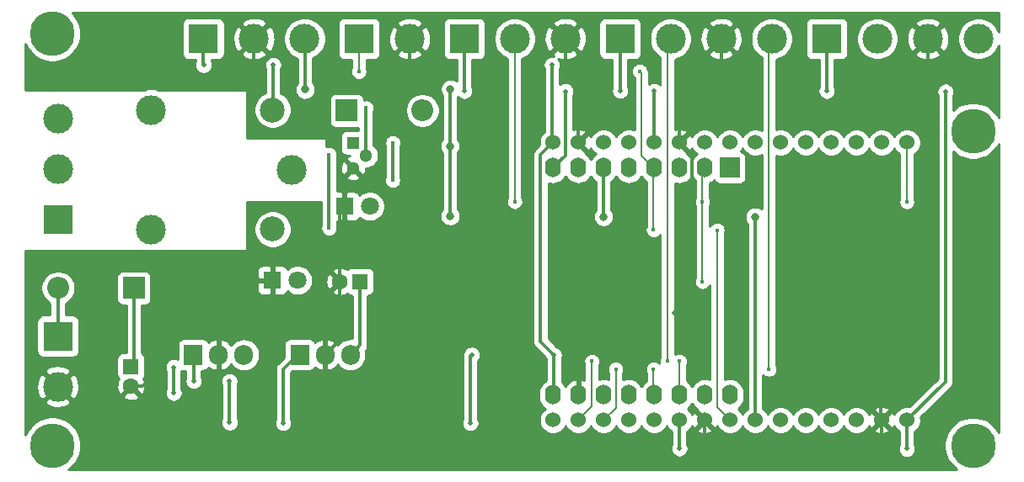
<source format=gbl>
%TF.GenerationSoftware,KiCad,Pcbnew,5.1.10*%
%TF.CreationDate,2021-06-17T09:11:18+01:00*%
%TF.ProjectId,controller,636f6e74-726f-46c6-9c65-722e6b696361,V0.2*%
%TF.SameCoordinates,Original*%
%TF.FileFunction,Copper,L2,Bot*%
%TF.FilePolarity,Positive*%
%FSLAX46Y46*%
G04 Gerber Fmt 4.6, Leading zero omitted, Abs format (unit mm)*
G04 Created by KiCad (PCBNEW 5.1.10) date 2021-06-17 09:11:18*
%MOMM*%
%LPD*%
G01*
G04 APERTURE LIST*
%TA.AperFunction,ComponentPad*%
%ADD10C,1.524000*%
%TD*%
%TA.AperFunction,ComponentPad*%
%ADD11O,1.600000X2.000000*%
%TD*%
%TA.AperFunction,ComponentPad*%
%ADD12R,2.000000X2.000000*%
%TD*%
%TA.AperFunction,ComponentPad*%
%ADD13C,1.800000*%
%TD*%
%TA.AperFunction,ComponentPad*%
%ADD14R,1.800000X1.800000*%
%TD*%
%TA.AperFunction,ComponentPad*%
%ADD15C,1.600000*%
%TD*%
%TA.AperFunction,ComponentPad*%
%ADD16R,1.600000X1.600000*%
%TD*%
%TA.AperFunction,ComponentPad*%
%ADD17R,2.200000X2.200000*%
%TD*%
%TA.AperFunction,ComponentPad*%
%ADD18O,2.200000X2.200000*%
%TD*%
%TA.AperFunction,ComponentPad*%
%ADD19R,3.000000X3.000000*%
%TD*%
%TA.AperFunction,ComponentPad*%
%ADD20C,3.000000*%
%TD*%
%TA.AperFunction,ComponentPad*%
%ADD21C,1.300000*%
%TD*%
%TA.AperFunction,ComponentPad*%
%ADD22R,1.300000X1.300000*%
%TD*%
%TA.AperFunction,ComponentPad*%
%ADD23O,1.905000X2.000000*%
%TD*%
%TA.AperFunction,ComponentPad*%
%ADD24R,1.905000X2.000000*%
%TD*%
%TA.AperFunction,ComponentPad*%
%ADD25C,2.500000*%
%TD*%
%TA.AperFunction,ViaPad*%
%ADD26C,4.500000*%
%TD*%
%TA.AperFunction,ViaPad*%
%ADD27C,0.500000*%
%TD*%
%TA.AperFunction,ViaPad*%
%ADD28C,0.800000*%
%TD*%
%TA.AperFunction,ViaPad*%
%ADD29C,0.400000*%
%TD*%
%TA.AperFunction,Conductor*%
%ADD30C,0.300000*%
%TD*%
%TA.AperFunction,Conductor*%
%ADD31C,0.200000*%
%TD*%
%TA.AperFunction,Conductor*%
%ADD32C,0.254000*%
%TD*%
%TA.AperFunction,Conductor*%
%ADD33C,0.160000*%
%TD*%
G04 APERTURE END LIST*
D10*
X234655000Y-109125000D03*
X232115000Y-109125000D03*
X229575000Y-109125000D03*
X227035000Y-109125000D03*
X224495000Y-109125000D03*
X221955000Y-109125000D03*
X219415000Y-109125000D03*
X216875000Y-109125000D03*
X214335000Y-109125000D03*
X211795000Y-109125000D03*
X209255000Y-109125000D03*
X206715000Y-109125000D03*
X204175000Y-109125000D03*
X201635000Y-109125000D03*
X199095000Y-109125000D03*
X199095000Y-81185000D03*
X201635000Y-81185000D03*
X204175000Y-81185000D03*
X206715000Y-81185000D03*
X209255000Y-81185000D03*
X211795000Y-81185000D03*
X214335000Y-81185000D03*
X216875000Y-81185000D03*
X219415000Y-81185000D03*
X221955000Y-81185000D03*
X224495000Y-81185000D03*
X227035000Y-81185000D03*
X229575000Y-81185000D03*
X232115000Y-81185000D03*
X234655000Y-81185000D03*
D11*
X216875000Y-106585000D03*
X214335000Y-106585000D03*
X211795000Y-106585000D03*
X209255000Y-106585000D03*
X206715000Y-106585000D03*
X204175000Y-106585000D03*
X201635000Y-106585000D03*
X199095000Y-106585000D03*
X199095000Y-83725000D03*
X201635000Y-83725000D03*
X204175000Y-83725000D03*
X206715000Y-83725000D03*
X209255000Y-83725000D03*
X211795000Y-83725000D03*
D12*
X216875000Y-83725000D03*
D11*
X214335000Y-83725000D03*
D13*
X180700500Y-87604000D03*
D14*
X178160500Y-87604000D03*
D15*
X177711100Y-95173800D03*
D16*
X179711100Y-95173800D03*
D14*
X170903900Y-95046800D03*
D13*
X173443900Y-95046800D03*
D17*
X178372500Y-77964200D03*
D18*
X185992500Y-77964200D03*
X149380000Y-95830000D03*
D17*
X157000000Y-95830000D03*
D19*
X179628800Y-70739000D03*
D20*
X184708800Y-70739000D03*
X221081600Y-70739000D03*
D19*
X205841600Y-70739000D03*
D20*
X216001600Y-70739000D03*
X210921600Y-70739000D03*
D19*
X163982400Y-70739000D03*
D20*
X169062400Y-70739000D03*
X174142400Y-70739000D03*
X241846100Y-70739000D03*
D19*
X226606100Y-70739000D03*
D20*
X236766100Y-70739000D03*
X231686100Y-70739000D03*
X149360000Y-105752900D03*
D19*
X149360000Y-100672900D03*
D20*
X149360000Y-78750000D03*
X149360000Y-83830000D03*
D19*
X149360000Y-88910000D03*
D21*
X180302900Y-82485400D03*
X179032900Y-83755400D03*
D22*
X179032900Y-81215400D03*
D23*
X178740000Y-102539800D03*
X176200000Y-102539800D03*
D24*
X173660000Y-102539800D03*
X162966400Y-102539800D03*
D23*
X165506400Y-102539800D03*
X168046400Y-102539800D03*
D16*
X156710000Y-103720000D03*
D15*
X156710000Y-105720000D03*
D19*
X190182500Y-70739000D03*
D20*
X195262500Y-70739000D03*
X200342500Y-70739000D03*
D25*
X170936100Y-77895900D03*
D20*
X158736100Y-77895900D03*
X158686100Y-89945900D03*
D25*
X170936100Y-89895900D03*
D20*
X172886100Y-83945900D03*
D26*
X148800000Y-70200000D03*
X148810000Y-111680000D03*
X241300000Y-111690000D03*
X241300000Y-80020000D03*
D27*
X184708800Y-74750000D03*
X200410000Y-74750000D03*
X216010000Y-74750000D03*
X236750000Y-74750000D03*
X211795000Y-74770000D03*
X214340000Y-111230011D03*
X232110000Y-111240000D03*
X201635000Y-98390000D03*
X232000000Y-98400000D03*
X213000000Y-100200000D03*
X217070000Y-98330000D03*
X214670000Y-98330000D03*
X211270000Y-98330000D03*
X170940000Y-100260000D03*
X158600000Y-100400000D03*
X176260000Y-107540000D03*
X169200000Y-74800000D03*
D28*
X181844600Y-83755400D03*
D27*
X181800000Y-74800000D03*
X199200000Y-102600000D03*
X190800000Y-109400000D03*
X190939800Y-102539800D03*
X164000000Y-73400000D03*
X171000000Y-73400000D03*
X199000000Y-73400000D03*
D29*
X209190000Y-89990000D03*
X215600000Y-90000000D03*
X179600000Y-74050000D03*
X207800000Y-74000000D03*
X220800000Y-104000000D03*
X209200000Y-104000000D03*
X205400000Y-104000000D03*
X203000000Y-103200000D03*
X211800000Y-103200000D03*
X210600000Y-103200000D03*
D27*
X226600000Y-76000000D03*
X205840000Y-75980000D03*
X209260000Y-76000000D03*
X200350000Y-76030000D03*
X234650000Y-112010000D03*
X211810000Y-111980000D03*
X238530000Y-76060000D03*
X190200000Y-76000000D03*
D28*
X204175000Y-88660000D03*
X219410000Y-88680000D03*
X188750000Y-81550000D03*
X188778810Y-88578810D03*
X188800000Y-75800000D03*
X174200000Y-75850000D03*
D27*
X166617500Y-109382500D03*
X166600000Y-105200000D03*
X163000000Y-105200000D03*
X172000000Y-109400000D03*
D29*
X180300000Y-77700000D03*
X176600000Y-89800000D03*
X176600000Y-82400000D03*
X183015400Y-81215400D03*
X183000000Y-85000000D03*
D27*
X161000000Y-103800000D03*
X161000000Y-106400000D03*
D29*
X214110000Y-95190000D03*
X195262500Y-87137500D03*
X214110000Y-87160000D03*
X234650000Y-87160000D03*
D30*
X178143900Y-87620600D02*
X178160500Y-87604000D01*
X178160500Y-84627800D02*
X179032900Y-83755400D01*
X178160500Y-87604000D02*
X178160500Y-84627800D01*
X184708800Y-70739000D02*
X184708800Y-74750000D01*
X200342500Y-74682500D02*
X200410000Y-74750000D01*
X200342500Y-70739000D02*
X200342500Y-74682500D01*
X216010000Y-70747400D02*
X216001600Y-70739000D01*
X216010000Y-74750000D02*
X216010000Y-70747400D01*
X236750000Y-70755100D02*
X236766100Y-70739000D01*
X236750000Y-74750000D02*
X236750000Y-70755100D01*
X211795000Y-81185000D02*
X211795000Y-74770000D01*
X201635000Y-75975000D02*
X200410000Y-74750000D01*
X201635000Y-81185000D02*
X201635000Y-75975000D01*
X214335000Y-111225011D02*
X214340000Y-111230011D01*
X214335000Y-109125000D02*
X214335000Y-111225011D01*
X232110000Y-109130000D02*
X232115000Y-109125000D01*
X232110000Y-111240000D02*
X232110000Y-109130000D01*
X201635000Y-106585000D02*
X201635000Y-98390000D01*
X232000000Y-109010000D02*
X232115000Y-109125000D01*
X232000000Y-98400000D02*
X232000000Y-109010000D01*
X211795000Y-81185000D02*
X213084990Y-82474990D01*
X213084990Y-100115010D02*
X213000000Y-100200000D01*
X213084990Y-82474990D02*
X213084990Y-100115010D01*
X177711100Y-88053400D02*
X178160500Y-87604000D01*
X177711100Y-95173800D02*
X177711100Y-88053400D01*
X177711100Y-101028700D02*
X176200000Y-102539800D01*
X177711100Y-95173800D02*
X177711100Y-101028700D01*
X170903900Y-100223900D02*
X170940000Y-100260000D01*
X170903900Y-95046800D02*
X170903900Y-100223900D01*
X157841370Y-105720000D02*
X158600000Y-104961370D01*
X156710000Y-105720000D02*
X157841370Y-105720000D01*
X158600000Y-104961370D02*
X158600000Y-100400000D01*
X176200000Y-107480000D02*
X176260000Y-107540000D01*
X176200000Y-102539800D02*
X176200000Y-107480000D01*
X169062400Y-74662400D02*
X169200000Y-74800000D01*
X169062400Y-70739000D02*
X169062400Y-74662400D01*
X181844600Y-74844600D02*
X181800000Y-74800000D01*
X181844600Y-83755400D02*
X181844600Y-74844600D01*
X179711100Y-95173800D02*
X179711100Y-95408900D01*
X199054199Y-81144199D02*
X199095000Y-81185000D01*
X199200000Y-106480000D02*
X199095000Y-106585000D01*
X199200000Y-102600000D02*
X199200000Y-106480000D01*
X179711100Y-101568700D02*
X178740000Y-102539800D01*
X179711100Y-95173800D02*
X179711100Y-101568700D01*
X190800000Y-102679600D02*
X190939800Y-102539800D01*
X190800000Y-109400000D02*
X190800000Y-102679600D01*
X197844990Y-101244990D02*
X199200000Y-102600000D01*
X197844990Y-82435010D02*
X197844990Y-101244990D01*
X199095000Y-81185000D02*
X197844990Y-82435010D01*
X163982400Y-73382400D02*
X164000000Y-73400000D01*
X163982400Y-70739000D02*
X163982400Y-73382400D01*
X171000000Y-77832000D02*
X170936100Y-77895900D01*
X171000000Y-73400000D02*
X171000000Y-77832000D01*
X199000000Y-81090000D02*
X199095000Y-81185000D01*
X199000000Y-73400000D02*
X199000000Y-81090000D01*
D31*
X209190000Y-89990000D02*
X209190000Y-83725000D01*
X216875000Y-109125000D02*
X215600000Y-107850000D01*
X215600000Y-107850000D02*
X215600000Y-90000000D01*
X179628800Y-74021200D02*
X179600000Y-74050000D01*
X179628800Y-70739000D02*
X179628800Y-74021200D01*
X207800000Y-74000000D02*
X208000000Y-74200000D01*
X208000000Y-82470000D02*
X209255000Y-83725000D01*
X208000000Y-74200000D02*
X208000000Y-82470000D01*
X220800000Y-71020600D02*
X220800000Y-104000000D01*
X221081600Y-70739000D02*
X220800000Y-71020600D01*
X209200000Y-106530000D02*
X209255000Y-106585000D01*
X209200000Y-104000000D02*
X209200000Y-106530000D01*
X204175000Y-109125000D02*
X205400000Y-107900000D01*
X205400000Y-107900000D02*
X205400000Y-104000000D01*
X201635000Y-109125000D02*
X203000000Y-107760000D01*
X203000000Y-107760000D02*
X203000000Y-103200000D01*
X211800000Y-106580000D02*
X211795000Y-106585000D01*
X211800000Y-103200000D02*
X211800000Y-106580000D01*
X210600000Y-71060600D02*
X210600000Y-103200000D01*
X210921600Y-70739000D02*
X210600000Y-71060600D01*
D30*
X226606100Y-75993900D02*
X226600000Y-76000000D01*
X226606100Y-70739000D02*
X226606100Y-75993900D01*
X205840000Y-70740600D02*
X205841600Y-70739000D01*
X205840000Y-75980000D02*
X205840000Y-70740600D01*
X209255000Y-76005000D02*
X209260000Y-76000000D01*
X209255000Y-81185000D02*
X209255000Y-76005000D01*
X200350000Y-82470000D02*
X200350000Y-76030000D01*
X199095000Y-83725000D02*
X200350000Y-82470000D01*
X190180000Y-70741500D02*
X190182500Y-70739000D01*
X234655000Y-112005000D02*
X234650000Y-112010000D01*
X234655000Y-109125000D02*
X234655000Y-112005000D01*
X211810000Y-109140000D02*
X211795000Y-109125000D01*
X211810000Y-111980000D02*
X211810000Y-109140000D01*
X234655000Y-109125000D02*
X238530000Y-105250000D01*
X238530000Y-105250000D02*
X238530000Y-76060000D01*
X190182500Y-75982500D02*
X190200000Y-76000000D01*
X190182500Y-70739000D02*
X190182500Y-75982500D01*
X204175000Y-83725000D02*
X204175000Y-88660000D01*
X219415000Y-88685000D02*
X219410000Y-88680000D01*
X219415000Y-109125000D02*
X219415000Y-88685000D01*
X188750000Y-81550000D02*
X188778810Y-88578810D01*
X188750000Y-75850000D02*
X188800000Y-75800000D01*
X188750000Y-81550000D02*
X188750000Y-75850000D01*
X174200000Y-70796600D02*
X174142400Y-70739000D01*
X174200000Y-75850000D02*
X174200000Y-70796600D01*
X166617500Y-105217500D02*
X166600000Y-105200000D01*
X166617500Y-109382500D02*
X166617500Y-105217500D01*
X163000000Y-102573400D02*
X162966400Y-102539800D01*
X163000000Y-105200000D02*
X163000000Y-102573400D01*
X173660000Y-102539800D02*
X173460200Y-102539800D01*
X172000000Y-104000000D02*
X172000000Y-109400000D01*
X173460200Y-102539800D02*
X172000000Y-104000000D01*
X180302900Y-79787100D02*
X180302900Y-82485400D01*
X180300000Y-77700000D02*
X180302900Y-79787100D01*
X176600000Y-89800000D02*
X176600000Y-82400000D01*
X183015400Y-84984600D02*
X183000000Y-85000000D01*
X183015400Y-81215400D02*
X183015400Y-84984600D01*
X149360000Y-95850000D02*
X149380000Y-95830000D01*
X149360000Y-100672900D02*
X149360000Y-95850000D01*
X157000000Y-103430000D02*
X156710000Y-103720000D01*
X157000000Y-95830000D02*
X157000000Y-103430000D01*
X161000000Y-103800000D02*
X161000000Y-106400000D01*
D31*
X195262500Y-70739000D02*
X195262500Y-87137500D01*
X214110000Y-87160000D02*
X214110000Y-83725000D01*
X214110000Y-95190000D02*
X214110000Y-87160000D01*
X234655000Y-87095000D02*
X234655000Y-81185000D01*
X234650000Y-87160000D02*
X234655000Y-87095000D01*
D32*
X243873000Y-70053346D02*
X243738112Y-69727698D01*
X243504463Y-69378017D01*
X243207083Y-69080637D01*
X242857402Y-68846988D01*
X242468856Y-68686047D01*
X242056379Y-68604000D01*
X241635821Y-68604000D01*
X241223344Y-68686047D01*
X240834798Y-68846988D01*
X240485117Y-69080637D01*
X240187737Y-69378017D01*
X239954088Y-69727698D01*
X239793147Y-70116244D01*
X239711100Y-70528721D01*
X239711100Y-70949279D01*
X239793147Y-71361756D01*
X239954088Y-71750302D01*
X240187737Y-72099983D01*
X240485117Y-72397363D01*
X240834798Y-72631012D01*
X241223344Y-72791953D01*
X241635821Y-72874000D01*
X242056379Y-72874000D01*
X242468856Y-72791953D01*
X242857402Y-72631012D01*
X243207083Y-72397363D01*
X243504463Y-72099983D01*
X243738112Y-71750302D01*
X243873000Y-71424654D01*
X243873000Y-78692903D01*
X243856654Y-78653440D01*
X243540926Y-78180920D01*
X243139080Y-77779074D01*
X242666560Y-77463346D01*
X242141523Y-77245869D01*
X241584148Y-77135000D01*
X241015852Y-77135000D01*
X240458477Y-77245869D01*
X239933440Y-77463346D01*
X239460920Y-77779074D01*
X239315000Y-77924994D01*
X239315000Y-76477460D01*
X239380990Y-76318145D01*
X239415000Y-76147165D01*
X239415000Y-75972835D01*
X239380990Y-75801855D01*
X239314277Y-75640795D01*
X239217424Y-75495845D01*
X239094155Y-75372576D01*
X238949205Y-75275723D01*
X238788145Y-75209010D01*
X238617165Y-75175000D01*
X238442835Y-75175000D01*
X238271855Y-75209010D01*
X238110795Y-75275723D01*
X237965845Y-75372576D01*
X237842576Y-75495845D01*
X237745723Y-75640795D01*
X237679010Y-75801855D01*
X237645000Y-75972835D01*
X237645000Y-76147165D01*
X237679010Y-76318145D01*
X237745001Y-76477462D01*
X237745000Y-104924843D01*
X234917081Y-107752762D01*
X234792592Y-107728000D01*
X234517408Y-107728000D01*
X234247510Y-107781686D01*
X233993273Y-107886995D01*
X233764465Y-108039880D01*
X233569880Y-108234465D01*
X233416995Y-108463273D01*
X233387308Y-108534943D01*
X233382636Y-108521977D01*
X233320656Y-108406020D01*
X233080565Y-108339040D01*
X232294605Y-109125000D01*
X233080565Y-109910960D01*
X233320656Y-109843980D01*
X233384485Y-109708240D01*
X233416995Y-109786727D01*
X233569880Y-110015535D01*
X233764465Y-110210120D01*
X233870000Y-110280637D01*
X233870001Y-111584393D01*
X233865723Y-111590795D01*
X233799010Y-111751855D01*
X233765000Y-111922835D01*
X233765000Y-112097165D01*
X233799010Y-112268145D01*
X233865723Y-112429205D01*
X233962576Y-112574155D01*
X234085845Y-112697424D01*
X234230795Y-112794277D01*
X234391855Y-112860990D01*
X234562835Y-112895000D01*
X234737165Y-112895000D01*
X234908145Y-112860990D01*
X235069205Y-112794277D01*
X235214155Y-112697424D01*
X235337424Y-112574155D01*
X235434277Y-112429205D01*
X235500990Y-112268145D01*
X235535000Y-112097165D01*
X235535000Y-111922835D01*
X235500990Y-111751855D01*
X235440000Y-111604612D01*
X235440000Y-110280636D01*
X235545535Y-110210120D01*
X235740120Y-110015535D01*
X235893005Y-109786727D01*
X235998314Y-109532490D01*
X236052000Y-109262592D01*
X236052000Y-108987408D01*
X236027238Y-108862919D01*
X239057811Y-105832346D01*
X239087764Y-105807764D01*
X239185862Y-105688233D01*
X239258754Y-105551860D01*
X239268613Y-105519359D01*
X239303642Y-105403887D01*
X239314617Y-105292449D01*
X239315000Y-105288561D01*
X239315000Y-105288556D01*
X239318797Y-105250000D01*
X239315000Y-105211444D01*
X239315000Y-82115006D01*
X239460920Y-82260926D01*
X239933440Y-82576654D01*
X240458477Y-82794131D01*
X241015852Y-82905000D01*
X241584148Y-82905000D01*
X242141523Y-82794131D01*
X242666560Y-82576654D01*
X243139080Y-82260926D01*
X243540926Y-81859080D01*
X243856654Y-81386560D01*
X243873000Y-81347097D01*
X243873000Y-110362903D01*
X243856654Y-110323440D01*
X243540926Y-109850920D01*
X243139080Y-109449074D01*
X242666560Y-109133346D01*
X242141523Y-108915869D01*
X241584148Y-108805000D01*
X241015852Y-108805000D01*
X240458477Y-108915869D01*
X239933440Y-109133346D01*
X239460920Y-109449074D01*
X239059074Y-109850920D01*
X238743346Y-110323440D01*
X238525869Y-110848477D01*
X238415000Y-111405852D01*
X238415000Y-111974148D01*
X238525869Y-112531523D01*
X238743346Y-113056560D01*
X239059074Y-113529080D01*
X239460920Y-113930926D01*
X239673549Y-114073000D01*
X150421485Y-114073000D01*
X150649080Y-113920926D01*
X151050926Y-113519080D01*
X151366654Y-113046560D01*
X151584131Y-112521523D01*
X151695000Y-111964148D01*
X151695000Y-111395852D01*
X151584131Y-110838477D01*
X151366654Y-110313440D01*
X151050926Y-109840920D01*
X150649080Y-109439074D01*
X150176560Y-109123346D01*
X149651523Y-108905869D01*
X149094148Y-108795000D01*
X148525852Y-108795000D01*
X147968477Y-108905869D01*
X147443440Y-109123346D01*
X146970920Y-109439074D01*
X146569074Y-109840920D01*
X146253346Y-110313440D01*
X146127000Y-110618467D01*
X146127000Y-107244553D01*
X148047952Y-107244553D01*
X148203962Y-107560114D01*
X148578745Y-107750920D01*
X148983551Y-107864944D01*
X149402824Y-107897802D01*
X149820451Y-107848234D01*
X150220383Y-107718143D01*
X150516038Y-107560114D01*
X150672048Y-107244553D01*
X149360000Y-105932505D01*
X148047952Y-107244553D01*
X146127000Y-107244553D01*
X146127000Y-105795724D01*
X147215098Y-105795724D01*
X147264666Y-106213351D01*
X147394757Y-106613283D01*
X147552786Y-106908938D01*
X147868347Y-107064948D01*
X149180395Y-105752900D01*
X149539605Y-105752900D01*
X150851653Y-107064948D01*
X151167214Y-106908938D01*
X151267119Y-106712702D01*
X155896903Y-106712702D01*
X155968486Y-106956671D01*
X156223996Y-107077571D01*
X156498184Y-107146300D01*
X156780512Y-107160217D01*
X157060130Y-107118787D01*
X157326292Y-107023603D01*
X157451514Y-106956671D01*
X157523097Y-106712702D01*
X156710000Y-105899605D01*
X155896903Y-106712702D01*
X151267119Y-106712702D01*
X151358020Y-106534155D01*
X151472044Y-106129349D01*
X151504902Y-105710076D01*
X151455334Y-105292449D01*
X151325243Y-104892517D01*
X151167214Y-104596862D01*
X150851653Y-104440852D01*
X149539605Y-105752900D01*
X149180395Y-105752900D01*
X147868347Y-104440852D01*
X147552786Y-104596862D01*
X147361980Y-104971645D01*
X147247956Y-105376451D01*
X147215098Y-105795724D01*
X146127000Y-105795724D01*
X146127000Y-104261247D01*
X148047952Y-104261247D01*
X149360000Y-105573295D01*
X150672048Y-104261247D01*
X150516038Y-103945686D01*
X150141255Y-103754880D01*
X149736449Y-103640856D01*
X149317176Y-103607998D01*
X148899549Y-103657566D01*
X148499617Y-103787657D01*
X148203962Y-103945686D01*
X148047952Y-104261247D01*
X146127000Y-104261247D01*
X146127000Y-99172900D01*
X147221928Y-99172900D01*
X147221928Y-102172900D01*
X147234188Y-102297382D01*
X147270498Y-102417080D01*
X147329463Y-102527394D01*
X147408815Y-102624085D01*
X147505506Y-102703437D01*
X147615820Y-102762402D01*
X147735518Y-102798712D01*
X147860000Y-102810972D01*
X150860000Y-102810972D01*
X150984482Y-102798712D01*
X151104180Y-102762402D01*
X151214494Y-102703437D01*
X151311185Y-102624085D01*
X151390537Y-102527394D01*
X151449502Y-102417080D01*
X151485812Y-102297382D01*
X151498072Y-102172900D01*
X151498072Y-99172900D01*
X151485812Y-99048418D01*
X151449502Y-98928720D01*
X151390537Y-98818406D01*
X151311185Y-98721715D01*
X151214494Y-98642363D01*
X151104180Y-98583398D01*
X150984482Y-98547088D01*
X150860000Y-98534828D01*
X150145000Y-98534828D01*
X150145000Y-97391077D01*
X150201831Y-97367537D01*
X150485998Y-97177663D01*
X150727663Y-96935998D01*
X150917537Y-96651831D01*
X151048325Y-96336081D01*
X151115000Y-96000883D01*
X151115000Y-95659117D01*
X151048325Y-95323919D01*
X150917537Y-95008169D01*
X150731671Y-94730000D01*
X155261928Y-94730000D01*
X155261928Y-96930000D01*
X155274188Y-97054482D01*
X155310498Y-97174180D01*
X155369463Y-97284494D01*
X155448815Y-97381185D01*
X155545506Y-97460537D01*
X155655820Y-97519502D01*
X155775518Y-97555812D01*
X155900000Y-97568072D01*
X156215000Y-97568072D01*
X156215001Y-102281928D01*
X155910000Y-102281928D01*
X155785518Y-102294188D01*
X155665820Y-102330498D01*
X155555506Y-102389463D01*
X155458815Y-102468815D01*
X155379463Y-102565506D01*
X155320498Y-102675820D01*
X155284188Y-102795518D01*
X155271928Y-102920000D01*
X155271928Y-104520000D01*
X155284188Y-104644482D01*
X155320498Y-104764180D01*
X155379463Y-104874494D01*
X155458815Y-104971185D01*
X155471758Y-104981807D01*
X155352429Y-105233996D01*
X155283700Y-105508184D01*
X155269783Y-105790512D01*
X155311213Y-106070130D01*
X155406397Y-106336292D01*
X155473329Y-106461514D01*
X155717298Y-106533097D01*
X156530395Y-105720000D01*
X156516253Y-105705858D01*
X156695858Y-105526253D01*
X156710000Y-105540395D01*
X156724143Y-105526253D01*
X156903748Y-105705858D01*
X156889605Y-105720000D01*
X157702702Y-106533097D01*
X157946671Y-106461514D01*
X158067571Y-106206004D01*
X158136300Y-105931816D01*
X158150217Y-105649488D01*
X158108787Y-105369870D01*
X158013603Y-105103708D01*
X157948384Y-104981691D01*
X157961185Y-104971185D01*
X158040537Y-104874494D01*
X158099502Y-104764180D01*
X158135812Y-104644482D01*
X158148072Y-104520000D01*
X158148072Y-103712835D01*
X160115000Y-103712835D01*
X160115000Y-103887165D01*
X160149010Y-104058145D01*
X160215000Y-104217460D01*
X160215001Y-105982538D01*
X160149010Y-106141855D01*
X160115000Y-106312835D01*
X160115000Y-106487165D01*
X160149010Y-106658145D01*
X160215723Y-106819205D01*
X160312576Y-106964155D01*
X160435845Y-107087424D01*
X160580795Y-107184277D01*
X160741855Y-107250990D01*
X160912835Y-107285000D01*
X161087165Y-107285000D01*
X161258145Y-107250990D01*
X161419205Y-107184277D01*
X161564155Y-107087424D01*
X161687424Y-106964155D01*
X161784277Y-106819205D01*
X161850990Y-106658145D01*
X161885000Y-106487165D01*
X161885000Y-106312835D01*
X161850990Y-106141855D01*
X161785000Y-105982540D01*
X161785000Y-104217460D01*
X161815734Y-104143260D01*
X161889418Y-104165612D01*
X162013900Y-104177872D01*
X162215000Y-104177872D01*
X162215000Y-104782540D01*
X162149010Y-104941855D01*
X162115000Y-105112835D01*
X162115000Y-105287165D01*
X162149010Y-105458145D01*
X162215723Y-105619205D01*
X162312576Y-105764155D01*
X162435845Y-105887424D01*
X162580795Y-105984277D01*
X162741855Y-106050990D01*
X162912835Y-106085000D01*
X163087165Y-106085000D01*
X163258145Y-106050990D01*
X163419205Y-105984277D01*
X163564155Y-105887424D01*
X163687424Y-105764155D01*
X163784277Y-105619205D01*
X163850990Y-105458145D01*
X163885000Y-105287165D01*
X163885000Y-105112835D01*
X165715000Y-105112835D01*
X165715000Y-105287165D01*
X165749010Y-105458145D01*
X165815723Y-105619205D01*
X165832501Y-105644315D01*
X165832500Y-108965040D01*
X165766510Y-109124355D01*
X165732500Y-109295335D01*
X165732500Y-109469665D01*
X165766510Y-109640645D01*
X165833223Y-109801705D01*
X165930076Y-109946655D01*
X166053345Y-110069924D01*
X166198295Y-110166777D01*
X166359355Y-110233490D01*
X166530335Y-110267500D01*
X166704665Y-110267500D01*
X166875645Y-110233490D01*
X167036705Y-110166777D01*
X167181655Y-110069924D01*
X167304924Y-109946655D01*
X167401777Y-109801705D01*
X167468490Y-109640645D01*
X167502500Y-109469665D01*
X167502500Y-109312835D01*
X171115000Y-109312835D01*
X171115000Y-109487165D01*
X171149010Y-109658145D01*
X171215723Y-109819205D01*
X171312576Y-109964155D01*
X171435845Y-110087424D01*
X171580795Y-110184277D01*
X171741855Y-110250990D01*
X171912835Y-110285000D01*
X172087165Y-110285000D01*
X172258145Y-110250990D01*
X172419205Y-110184277D01*
X172564155Y-110087424D01*
X172687424Y-109964155D01*
X172784277Y-109819205D01*
X172850990Y-109658145D01*
X172885000Y-109487165D01*
X172885000Y-109312835D01*
X189915000Y-109312835D01*
X189915000Y-109487165D01*
X189949010Y-109658145D01*
X190015723Y-109819205D01*
X190112576Y-109964155D01*
X190235845Y-110087424D01*
X190380795Y-110184277D01*
X190541855Y-110250990D01*
X190712835Y-110285000D01*
X190887165Y-110285000D01*
X191058145Y-110250990D01*
X191219205Y-110184277D01*
X191364155Y-110087424D01*
X191487424Y-109964155D01*
X191584277Y-109819205D01*
X191650990Y-109658145D01*
X191685000Y-109487165D01*
X191685000Y-109312835D01*
X191650990Y-109141855D01*
X191585000Y-108982540D01*
X191585000Y-103146179D01*
X191627224Y-103103955D01*
X191724077Y-102959005D01*
X191790790Y-102797945D01*
X191824800Y-102626965D01*
X191824800Y-102452635D01*
X191790790Y-102281655D01*
X191724077Y-102120595D01*
X191627224Y-101975645D01*
X191503955Y-101852376D01*
X191359005Y-101755523D01*
X191197945Y-101688810D01*
X191026965Y-101654800D01*
X190852635Y-101654800D01*
X190681655Y-101688810D01*
X190520595Y-101755523D01*
X190375645Y-101852376D01*
X190252376Y-101975645D01*
X190155523Y-102120595D01*
X190088810Y-102281655D01*
X190066748Y-102392570D01*
X190026359Y-102525714D01*
X190011203Y-102679600D01*
X190015001Y-102718163D01*
X190015000Y-108982540D01*
X189949010Y-109141855D01*
X189915000Y-109312835D01*
X172885000Y-109312835D01*
X172850990Y-109141855D01*
X172785000Y-108982540D01*
X172785000Y-104325157D01*
X172932285Y-104177872D01*
X174612500Y-104177872D01*
X174736982Y-104165612D01*
X174856680Y-104129302D01*
X174966994Y-104070337D01*
X175063685Y-103990985D01*
X175143037Y-103894294D01*
X175192059Y-103802581D01*
X175333077Y-103915769D01*
X175608906Y-104059371D01*
X175827020Y-104130363D01*
X176073000Y-104010394D01*
X176073000Y-102666800D01*
X176053000Y-102666800D01*
X176053000Y-102412800D01*
X176073000Y-102412800D01*
X176073000Y-101069206D01*
X176327000Y-101069206D01*
X176327000Y-102412800D01*
X176347000Y-102412800D01*
X176347000Y-102666800D01*
X176327000Y-102666800D01*
X176327000Y-104010394D01*
X176572980Y-104130363D01*
X176791094Y-104059371D01*
X177066923Y-103915769D01*
X177309437Y-103721115D01*
X177464837Y-103535901D01*
X177612037Y-103715263D01*
X177853766Y-103913645D01*
X178129552Y-104061055D01*
X178428797Y-104151830D01*
X178740000Y-104182481D01*
X179051204Y-104151830D01*
X179350449Y-104061055D01*
X179626235Y-103913645D01*
X179867963Y-103715263D01*
X180066345Y-103473534D01*
X180213755Y-103197748D01*
X180304530Y-102898503D01*
X180327500Y-102665285D01*
X180327500Y-102414314D01*
X180304530Y-102181096D01*
X180282805Y-102109477D01*
X180366962Y-102006933D01*
X180439854Y-101870560D01*
X180457860Y-101811202D01*
X180484742Y-101722587D01*
X180492120Y-101647674D01*
X180496100Y-101607261D01*
X180496100Y-101607256D01*
X180499897Y-101568700D01*
X180496100Y-101530144D01*
X180496100Y-96611872D01*
X180511100Y-96611872D01*
X180635582Y-96599612D01*
X180755280Y-96563302D01*
X180865594Y-96504337D01*
X180962285Y-96424985D01*
X181041637Y-96328294D01*
X181100602Y-96217980D01*
X181136912Y-96098282D01*
X181149172Y-95973800D01*
X181149172Y-94373800D01*
X181136912Y-94249318D01*
X181100602Y-94129620D01*
X181041637Y-94019306D01*
X180962285Y-93922615D01*
X180865594Y-93843263D01*
X180755280Y-93784298D01*
X180635582Y-93747988D01*
X180511100Y-93735728D01*
X178911100Y-93735728D01*
X178786618Y-93747988D01*
X178666920Y-93784298D01*
X178556606Y-93843263D01*
X178459915Y-93922615D01*
X178449293Y-93935558D01*
X178197104Y-93816229D01*
X177922916Y-93747500D01*
X177640588Y-93733583D01*
X177360970Y-93775013D01*
X177094808Y-93870197D01*
X176969586Y-93937129D01*
X176898003Y-94181098D01*
X177711100Y-94994195D01*
X177725243Y-94980053D01*
X177904848Y-95159658D01*
X177890705Y-95173800D01*
X177904848Y-95187943D01*
X177725243Y-95367548D01*
X177711100Y-95353405D01*
X176898003Y-96166502D01*
X176969586Y-96410471D01*
X177225096Y-96531371D01*
X177499284Y-96600100D01*
X177781612Y-96614017D01*
X178061230Y-96572587D01*
X178327392Y-96477403D01*
X178449409Y-96412184D01*
X178459915Y-96424985D01*
X178556606Y-96504337D01*
X178666920Y-96563302D01*
X178786618Y-96599612D01*
X178911100Y-96611872D01*
X178926100Y-96611872D01*
X178926101Y-100915448D01*
X178740000Y-100897119D01*
X178428796Y-100927770D01*
X178129551Y-101018545D01*
X177853765Y-101165955D01*
X177612037Y-101364337D01*
X177464838Y-101543700D01*
X177309437Y-101358485D01*
X177066923Y-101163831D01*
X176791094Y-101020229D01*
X176572980Y-100949237D01*
X176327000Y-101069206D01*
X176073000Y-101069206D01*
X175827020Y-100949237D01*
X175608906Y-101020229D01*
X175333077Y-101163831D01*
X175192059Y-101277019D01*
X175143037Y-101185306D01*
X175063685Y-101088615D01*
X174966994Y-101009263D01*
X174856680Y-100950298D01*
X174736982Y-100913988D01*
X174612500Y-100901728D01*
X172707500Y-100901728D01*
X172583018Y-100913988D01*
X172463320Y-100950298D01*
X172353006Y-101009263D01*
X172256315Y-101088615D01*
X172176963Y-101185306D01*
X172117998Y-101295620D01*
X172081688Y-101415318D01*
X172069428Y-101539800D01*
X172069428Y-102820415D01*
X171472190Y-103417653D01*
X171442236Y-103442236D01*
X171344138Y-103561768D01*
X171271246Y-103698141D01*
X171226359Y-103846114D01*
X171215000Y-103961440D01*
X171215000Y-103961447D01*
X171211203Y-104000000D01*
X171215000Y-104038553D01*
X171215001Y-108982538D01*
X171149010Y-109141855D01*
X171115000Y-109312835D01*
X167502500Y-109312835D01*
X167502500Y-109295335D01*
X167468490Y-109124355D01*
X167402500Y-108965040D01*
X167402500Y-105575211D01*
X167450990Y-105458145D01*
X167485000Y-105287165D01*
X167485000Y-105112835D01*
X167450990Y-104941855D01*
X167384277Y-104780795D01*
X167287424Y-104635845D01*
X167164155Y-104512576D01*
X167019205Y-104415723D01*
X166858145Y-104349010D01*
X166687165Y-104315000D01*
X166512835Y-104315000D01*
X166341855Y-104349010D01*
X166180795Y-104415723D01*
X166035845Y-104512576D01*
X165912576Y-104635845D01*
X165815723Y-104780795D01*
X165749010Y-104941855D01*
X165715000Y-105112835D01*
X163885000Y-105112835D01*
X163850990Y-104941855D01*
X163785000Y-104782540D01*
X163785000Y-104177872D01*
X163918900Y-104177872D01*
X164043382Y-104165612D01*
X164163080Y-104129302D01*
X164273394Y-104070337D01*
X164370085Y-103990985D01*
X164449437Y-103894294D01*
X164498459Y-103802581D01*
X164639477Y-103915769D01*
X164915306Y-104059371D01*
X165133420Y-104130363D01*
X165379400Y-104010394D01*
X165379400Y-102666800D01*
X165359400Y-102666800D01*
X165359400Y-102412800D01*
X165379400Y-102412800D01*
X165379400Y-101069206D01*
X165633400Y-101069206D01*
X165633400Y-102412800D01*
X165653400Y-102412800D01*
X165653400Y-102666800D01*
X165633400Y-102666800D01*
X165633400Y-104010394D01*
X165879380Y-104130363D01*
X166097494Y-104059371D01*
X166373323Y-103915769D01*
X166615837Y-103721115D01*
X166771237Y-103535901D01*
X166918437Y-103715263D01*
X167160166Y-103913645D01*
X167435952Y-104061055D01*
X167735197Y-104151830D01*
X168046400Y-104182481D01*
X168357604Y-104151830D01*
X168656849Y-104061055D01*
X168932635Y-103913645D01*
X169174363Y-103715263D01*
X169372745Y-103473534D01*
X169520155Y-103197748D01*
X169610930Y-102898503D01*
X169633900Y-102665285D01*
X169633900Y-102414314D01*
X169610930Y-102181096D01*
X169520155Y-101881851D01*
X169372745Y-101606065D01*
X169174363Y-101364337D01*
X168932634Y-101165955D01*
X168656848Y-101018545D01*
X168357603Y-100927770D01*
X168046400Y-100897119D01*
X167735196Y-100927770D01*
X167435951Y-101018545D01*
X167160165Y-101165955D01*
X166918437Y-101364337D01*
X166771238Y-101543700D01*
X166615837Y-101358485D01*
X166373323Y-101163831D01*
X166097494Y-101020229D01*
X165879380Y-100949237D01*
X165633400Y-101069206D01*
X165379400Y-101069206D01*
X165133420Y-100949237D01*
X164915306Y-101020229D01*
X164639477Y-101163831D01*
X164498459Y-101277019D01*
X164449437Y-101185306D01*
X164370085Y-101088615D01*
X164273394Y-101009263D01*
X164163080Y-100950298D01*
X164043382Y-100913988D01*
X163918900Y-100901728D01*
X162013900Y-100901728D01*
X161889418Y-100913988D01*
X161769720Y-100950298D01*
X161659406Y-101009263D01*
X161562715Y-101088615D01*
X161483363Y-101185306D01*
X161424398Y-101295620D01*
X161388088Y-101415318D01*
X161375828Y-101539800D01*
X161375828Y-102997756D01*
X161258145Y-102949010D01*
X161087165Y-102915000D01*
X160912835Y-102915000D01*
X160741855Y-102949010D01*
X160580795Y-103015723D01*
X160435845Y-103112576D01*
X160312576Y-103235845D01*
X160215723Y-103380795D01*
X160149010Y-103541855D01*
X160115000Y-103712835D01*
X158148072Y-103712835D01*
X158148072Y-102920000D01*
X158135812Y-102795518D01*
X158099502Y-102675820D01*
X158040537Y-102565506D01*
X157961185Y-102468815D01*
X157864494Y-102389463D01*
X157785000Y-102346972D01*
X157785000Y-97568072D01*
X158100000Y-97568072D01*
X158224482Y-97555812D01*
X158344180Y-97519502D01*
X158454494Y-97460537D01*
X158551185Y-97381185D01*
X158630537Y-97284494D01*
X158689502Y-97174180D01*
X158725812Y-97054482D01*
X158738072Y-96930000D01*
X158738072Y-95946800D01*
X169365828Y-95946800D01*
X169378088Y-96071282D01*
X169414398Y-96190980D01*
X169473363Y-96301294D01*
X169552715Y-96397985D01*
X169649406Y-96477337D01*
X169759720Y-96536302D01*
X169879418Y-96572612D01*
X170003900Y-96584872D01*
X170618150Y-96581800D01*
X170776900Y-96423050D01*
X170776900Y-95173800D01*
X169527650Y-95173800D01*
X169368900Y-95332550D01*
X169365828Y-95946800D01*
X158738072Y-95946800D01*
X158738072Y-94730000D01*
X158725812Y-94605518D01*
X158689502Y-94485820D01*
X158630537Y-94375506D01*
X158551185Y-94278815D01*
X158454494Y-94199463D01*
X158355971Y-94146800D01*
X169365828Y-94146800D01*
X169368900Y-94761050D01*
X169527650Y-94919800D01*
X170776900Y-94919800D01*
X170776900Y-93670550D01*
X171030900Y-93670550D01*
X171030900Y-94919800D01*
X171050900Y-94919800D01*
X171050900Y-95173800D01*
X171030900Y-95173800D01*
X171030900Y-96423050D01*
X171189650Y-96581800D01*
X171803900Y-96584872D01*
X171928382Y-96572612D01*
X172048080Y-96536302D01*
X172158394Y-96477337D01*
X172255085Y-96397985D01*
X172334437Y-96301294D01*
X172393402Y-96190980D01*
X172398956Y-96172673D01*
X172465395Y-96239112D01*
X172716805Y-96407099D01*
X172996157Y-96522811D01*
X173292716Y-96581800D01*
X173595084Y-96581800D01*
X173891643Y-96522811D01*
X174170995Y-96407099D01*
X174422405Y-96239112D01*
X174636212Y-96025305D01*
X174804199Y-95773895D01*
X174919911Y-95494543D01*
X174969684Y-95244312D01*
X176270883Y-95244312D01*
X176312313Y-95523930D01*
X176407497Y-95790092D01*
X176474429Y-95915314D01*
X176718398Y-95986897D01*
X177531495Y-95173800D01*
X176718398Y-94360703D01*
X176474429Y-94432286D01*
X176353529Y-94687796D01*
X176284800Y-94961984D01*
X176270883Y-95244312D01*
X174969684Y-95244312D01*
X174978900Y-95197984D01*
X174978900Y-94895616D01*
X174919911Y-94599057D01*
X174804199Y-94319705D01*
X174636212Y-94068295D01*
X174422405Y-93854488D01*
X174170995Y-93686501D01*
X173891643Y-93570789D01*
X173595084Y-93511800D01*
X173292716Y-93511800D01*
X172996157Y-93570789D01*
X172716805Y-93686501D01*
X172465395Y-93854488D01*
X172398956Y-93920927D01*
X172393402Y-93902620D01*
X172334437Y-93792306D01*
X172255085Y-93695615D01*
X172158394Y-93616263D01*
X172048080Y-93557298D01*
X171928382Y-93520988D01*
X171803900Y-93508728D01*
X171189650Y-93511800D01*
X171030900Y-93670550D01*
X170776900Y-93670550D01*
X170618150Y-93511800D01*
X170003900Y-93508728D01*
X169879418Y-93520988D01*
X169759720Y-93557298D01*
X169649406Y-93616263D01*
X169552715Y-93695615D01*
X169473363Y-93792306D01*
X169414398Y-93902620D01*
X169378088Y-94022318D01*
X169365828Y-94146800D01*
X158355971Y-94146800D01*
X158344180Y-94140498D01*
X158224482Y-94104188D01*
X158100000Y-94091928D01*
X155900000Y-94091928D01*
X155775518Y-94104188D01*
X155655820Y-94140498D01*
X155545506Y-94199463D01*
X155448815Y-94278815D01*
X155369463Y-94375506D01*
X155310498Y-94485820D01*
X155274188Y-94605518D01*
X155261928Y-94730000D01*
X150731671Y-94730000D01*
X150727663Y-94724002D01*
X150485998Y-94482337D01*
X150201831Y-94292463D01*
X149886081Y-94161675D01*
X149550883Y-94095000D01*
X149209117Y-94095000D01*
X148873919Y-94161675D01*
X148558169Y-94292463D01*
X148274002Y-94482337D01*
X148032337Y-94724002D01*
X147842463Y-95008169D01*
X147711675Y-95323919D01*
X147645000Y-95659117D01*
X147645000Y-96000883D01*
X147711675Y-96336081D01*
X147842463Y-96651831D01*
X148032337Y-96935998D01*
X148274002Y-97177663D01*
X148558169Y-97367537D01*
X148575001Y-97374509D01*
X148575000Y-98534828D01*
X147860000Y-98534828D01*
X147735518Y-98547088D01*
X147615820Y-98583398D01*
X147505506Y-98642363D01*
X147408815Y-98721715D01*
X147329463Y-98818406D01*
X147270498Y-98928720D01*
X147234188Y-99048418D01*
X147221928Y-99172900D01*
X146127000Y-99172900D01*
X146127000Y-92037000D01*
X158255121Y-92037000D01*
X158475821Y-92080900D01*
X158896379Y-92080900D01*
X159117079Y-92037000D01*
X168240000Y-92037000D01*
X168264776Y-92034560D01*
X168288601Y-92027333D01*
X168310557Y-92015597D01*
X168329803Y-91999803D01*
X168345597Y-91980557D01*
X168357333Y-91958601D01*
X168364560Y-91934776D01*
X168367000Y-91910000D01*
X168367000Y-89710244D01*
X169051100Y-89710244D01*
X169051100Y-90081556D01*
X169123539Y-90445734D01*
X169265634Y-90788782D01*
X169471925Y-91097518D01*
X169734482Y-91360075D01*
X170043218Y-91566366D01*
X170386266Y-91708461D01*
X170750444Y-91780900D01*
X171121756Y-91780900D01*
X171485934Y-91708461D01*
X171828982Y-91566366D01*
X172137718Y-91360075D01*
X172400275Y-91097518D01*
X172606566Y-90788782D01*
X172748661Y-90445734D01*
X172821100Y-90081556D01*
X172821100Y-89710244D01*
X172748661Y-89346066D01*
X172606566Y-89003018D01*
X172400275Y-88694282D01*
X172137718Y-88431725D01*
X171828982Y-88225434D01*
X171485934Y-88083339D01*
X171121756Y-88010900D01*
X170750444Y-88010900D01*
X170386266Y-88083339D01*
X170043218Y-88225434D01*
X169734482Y-88431725D01*
X169471925Y-88694282D01*
X169265634Y-89003018D01*
X169123539Y-89346066D01*
X169051100Y-89710244D01*
X168367000Y-89710244D01*
X168367000Y-87162459D01*
X175815000Y-87162459D01*
X175815000Y-89513199D01*
X175797089Y-89556440D01*
X175765000Y-89717760D01*
X175765000Y-89882240D01*
X175797089Y-90043560D01*
X175860033Y-90195521D01*
X175951413Y-90332281D01*
X176067719Y-90448587D01*
X176204479Y-90539967D01*
X176356440Y-90602911D01*
X176517760Y-90635000D01*
X176682240Y-90635000D01*
X176843560Y-90602911D01*
X176995521Y-90539967D01*
X177132281Y-90448587D01*
X177248587Y-90332281D01*
X177339967Y-90195521D01*
X177402911Y-90043560D01*
X177435000Y-89882240D01*
X177435000Y-89717760D01*
X177402911Y-89556440D01*
X177385000Y-89513199D01*
X177385000Y-89141449D01*
X177874750Y-89139000D01*
X178033500Y-88980250D01*
X178033500Y-87731000D01*
X178013500Y-87731000D01*
X178013500Y-87477000D01*
X178033500Y-87477000D01*
X178033500Y-86227750D01*
X178287500Y-86227750D01*
X178287500Y-87477000D01*
X178307500Y-87477000D01*
X178307500Y-87731000D01*
X178287500Y-87731000D01*
X178287500Y-88980250D01*
X178446250Y-89139000D01*
X179060500Y-89142072D01*
X179184982Y-89129812D01*
X179304680Y-89093502D01*
X179414994Y-89034537D01*
X179511685Y-88955185D01*
X179591037Y-88858494D01*
X179650002Y-88748180D01*
X179655556Y-88729873D01*
X179721995Y-88796312D01*
X179973405Y-88964299D01*
X180252757Y-89080011D01*
X180549316Y-89139000D01*
X180851684Y-89139000D01*
X181148243Y-89080011D01*
X181427595Y-88964299D01*
X181679005Y-88796312D01*
X181892812Y-88582505D01*
X182060799Y-88331095D01*
X182176511Y-88051743D01*
X182235500Y-87755184D01*
X182235500Y-87452816D01*
X182176511Y-87156257D01*
X182060799Y-86876905D01*
X181892812Y-86625495D01*
X181679005Y-86411688D01*
X181427595Y-86243701D01*
X181148243Y-86127989D01*
X180851684Y-86069000D01*
X180549316Y-86069000D01*
X180252757Y-86127989D01*
X179973405Y-86243701D01*
X179721995Y-86411688D01*
X179655556Y-86478127D01*
X179650002Y-86459820D01*
X179591037Y-86349506D01*
X179511685Y-86252815D01*
X179414994Y-86173463D01*
X179304680Y-86114498D01*
X179184982Y-86078188D01*
X179060500Y-86065928D01*
X178446250Y-86069000D01*
X178287500Y-86227750D01*
X178033500Y-86227750D01*
X177874750Y-86069000D01*
X177385000Y-86066551D01*
X177385000Y-84640927D01*
X178326978Y-84640927D01*
X178380366Y-84869601D01*
X178610274Y-84975495D01*
X178856424Y-85034502D01*
X179109355Y-85044352D01*
X179359349Y-85004670D01*
X179594678Y-84917760D01*
X182165000Y-84917760D01*
X182165000Y-85082240D01*
X182197089Y-85243560D01*
X182260033Y-85395521D01*
X182351413Y-85532281D01*
X182467719Y-85648587D01*
X182604479Y-85739967D01*
X182756440Y-85802911D01*
X182917760Y-85835000D01*
X183082240Y-85835000D01*
X183243560Y-85802911D01*
X183395521Y-85739967D01*
X183532281Y-85648587D01*
X183648587Y-85532281D01*
X183739967Y-85395521D01*
X183802911Y-85243560D01*
X183835000Y-85082240D01*
X183835000Y-84917760D01*
X183802911Y-84756440D01*
X183800400Y-84750378D01*
X183800400Y-81502201D01*
X183818311Y-81458960D01*
X183820478Y-81448061D01*
X187715000Y-81448061D01*
X187715000Y-81651939D01*
X187754774Y-81851898D01*
X187832795Y-82040256D01*
X187946063Y-82209774D01*
X187967787Y-82231498D01*
X187991033Y-87902876D01*
X187974873Y-87919036D01*
X187861605Y-88088554D01*
X187783584Y-88276912D01*
X187743810Y-88476871D01*
X187743810Y-88680749D01*
X187783584Y-88880708D01*
X187861605Y-89069066D01*
X187974873Y-89238584D01*
X188119036Y-89382747D01*
X188288554Y-89496015D01*
X188476912Y-89574036D01*
X188676871Y-89613810D01*
X188880749Y-89613810D01*
X189080708Y-89574036D01*
X189269066Y-89496015D01*
X189438584Y-89382747D01*
X189582747Y-89238584D01*
X189696015Y-89069066D01*
X189774036Y-88880708D01*
X189813810Y-88680749D01*
X189813810Y-88476871D01*
X189774036Y-88276912D01*
X189696015Y-88088554D01*
X189582747Y-87919036D01*
X189561023Y-87897312D01*
X189537777Y-82225934D01*
X189553937Y-82209774D01*
X189667205Y-82040256D01*
X189745226Y-81851898D01*
X189785000Y-81651939D01*
X189785000Y-81448061D01*
X189745226Y-81248102D01*
X189667205Y-81059744D01*
X189553937Y-80890226D01*
X189535000Y-80871289D01*
X189535000Y-76586579D01*
X189635845Y-76687424D01*
X189780795Y-76784277D01*
X189941855Y-76850990D01*
X190112835Y-76885000D01*
X190287165Y-76885000D01*
X190458145Y-76850990D01*
X190619205Y-76784277D01*
X190764155Y-76687424D01*
X190887424Y-76564155D01*
X190984277Y-76419205D01*
X191050990Y-76258145D01*
X191085000Y-76087165D01*
X191085000Y-75912835D01*
X191050990Y-75741855D01*
X190984277Y-75580795D01*
X190967500Y-75555687D01*
X190967500Y-72877072D01*
X191682500Y-72877072D01*
X191806982Y-72864812D01*
X191926680Y-72828502D01*
X192036994Y-72769537D01*
X192133685Y-72690185D01*
X192213037Y-72593494D01*
X192272002Y-72483180D01*
X192308312Y-72363482D01*
X192320572Y-72239000D01*
X192320572Y-70528721D01*
X193127500Y-70528721D01*
X193127500Y-70949279D01*
X193209547Y-71361756D01*
X193370488Y-71750302D01*
X193604137Y-72099983D01*
X193901517Y-72397363D01*
X194251198Y-72631012D01*
X194527500Y-72745460D01*
X194527501Y-86734544D01*
X194522533Y-86741979D01*
X194459589Y-86893940D01*
X194427500Y-87055260D01*
X194427500Y-87219740D01*
X194459589Y-87381060D01*
X194522533Y-87533021D01*
X194613913Y-87669781D01*
X194730219Y-87786087D01*
X194866979Y-87877467D01*
X195018940Y-87940411D01*
X195180260Y-87972500D01*
X195344740Y-87972500D01*
X195506060Y-87940411D01*
X195658021Y-87877467D01*
X195794781Y-87786087D01*
X195911087Y-87669781D01*
X196002467Y-87533021D01*
X196065411Y-87381060D01*
X196097500Y-87219740D01*
X196097500Y-87055260D01*
X196065411Y-86893940D01*
X196002467Y-86741979D01*
X195997500Y-86734545D01*
X195997500Y-82435010D01*
X197056193Y-82435010D01*
X197059990Y-82473563D01*
X197059991Y-101206427D01*
X197056193Y-101244990D01*
X197071349Y-101398876D01*
X197116236Y-101546849D01*
X197116237Y-101546850D01*
X197189129Y-101683223D01*
X197215208Y-101715000D01*
X197262645Y-101772802D01*
X197262649Y-101772806D01*
X197287227Y-101802754D01*
X197317175Y-101827332D01*
X198349733Y-102859890D01*
X198415000Y-103017460D01*
X198415001Y-105121338D01*
X198293900Y-105186068D01*
X198075393Y-105365392D01*
X197896068Y-105583899D01*
X197762818Y-105833192D01*
X197680764Y-106103691D01*
X197660000Y-106314508D01*
X197660000Y-106855491D01*
X197680764Y-107066308D01*
X197762818Y-107336807D01*
X197896068Y-107586100D01*
X198075392Y-107804607D01*
X198291340Y-107981832D01*
X198204465Y-108039880D01*
X198009880Y-108234465D01*
X197856995Y-108463273D01*
X197751686Y-108717510D01*
X197698000Y-108987408D01*
X197698000Y-109262592D01*
X197751686Y-109532490D01*
X197856995Y-109786727D01*
X198009880Y-110015535D01*
X198204465Y-110210120D01*
X198433273Y-110363005D01*
X198687510Y-110468314D01*
X198957408Y-110522000D01*
X199232592Y-110522000D01*
X199502490Y-110468314D01*
X199756727Y-110363005D01*
X199985535Y-110210120D01*
X200180120Y-110015535D01*
X200333005Y-109786727D01*
X200365000Y-109709485D01*
X200396995Y-109786727D01*
X200549880Y-110015535D01*
X200744465Y-110210120D01*
X200973273Y-110363005D01*
X201227510Y-110468314D01*
X201497408Y-110522000D01*
X201772592Y-110522000D01*
X202042490Y-110468314D01*
X202296727Y-110363005D01*
X202525535Y-110210120D01*
X202720120Y-110015535D01*
X202873005Y-109786727D01*
X202905000Y-109709485D01*
X202936995Y-109786727D01*
X203089880Y-110015535D01*
X203284465Y-110210120D01*
X203513273Y-110363005D01*
X203767510Y-110468314D01*
X204037408Y-110522000D01*
X204312592Y-110522000D01*
X204582490Y-110468314D01*
X204836727Y-110363005D01*
X205065535Y-110210120D01*
X205260120Y-110015535D01*
X205413005Y-109786727D01*
X205445000Y-109709485D01*
X205476995Y-109786727D01*
X205629880Y-110015535D01*
X205824465Y-110210120D01*
X206053273Y-110363005D01*
X206307510Y-110468314D01*
X206577408Y-110522000D01*
X206852592Y-110522000D01*
X207122490Y-110468314D01*
X207376727Y-110363005D01*
X207605535Y-110210120D01*
X207800120Y-110015535D01*
X207953005Y-109786727D01*
X207985000Y-109709485D01*
X208016995Y-109786727D01*
X208169880Y-110015535D01*
X208364465Y-110210120D01*
X208593273Y-110363005D01*
X208847510Y-110468314D01*
X209117408Y-110522000D01*
X209392592Y-110522000D01*
X209662490Y-110468314D01*
X209916727Y-110363005D01*
X210145535Y-110210120D01*
X210340120Y-110015535D01*
X210493005Y-109786727D01*
X210525000Y-109709485D01*
X210556995Y-109786727D01*
X210709880Y-110015535D01*
X210904465Y-110210120D01*
X211025001Y-110290660D01*
X211025000Y-111562540D01*
X210959010Y-111721855D01*
X210925000Y-111892835D01*
X210925000Y-112067165D01*
X210959010Y-112238145D01*
X211025723Y-112399205D01*
X211122576Y-112544155D01*
X211245845Y-112667424D01*
X211390795Y-112764277D01*
X211551855Y-112830990D01*
X211722835Y-112865000D01*
X211897165Y-112865000D01*
X212068145Y-112830990D01*
X212229205Y-112764277D01*
X212374155Y-112667424D01*
X212497424Y-112544155D01*
X212594277Y-112399205D01*
X212660990Y-112238145D01*
X212695000Y-112067165D01*
X212695000Y-111892835D01*
X212660990Y-111721855D01*
X212595000Y-111562540D01*
X212595000Y-110270614D01*
X212685535Y-110210120D01*
X212805090Y-110090565D01*
X213549040Y-110090565D01*
X213616020Y-110330656D01*
X213865048Y-110447756D01*
X214132135Y-110514023D01*
X214407017Y-110526910D01*
X214679133Y-110485922D01*
X214938023Y-110392636D01*
X215053980Y-110330656D01*
X215120960Y-110090565D01*
X214335000Y-109304605D01*
X213549040Y-110090565D01*
X212805090Y-110090565D01*
X212880120Y-110015535D01*
X213033005Y-109786727D01*
X213062692Y-109715057D01*
X213067364Y-109728023D01*
X213129344Y-109843980D01*
X213369435Y-109910960D01*
X214155395Y-109125000D01*
X213369435Y-108339040D01*
X213129344Y-108406020D01*
X213065515Y-108541760D01*
X213033005Y-108463273D01*
X212880120Y-108234465D01*
X212685535Y-108039880D01*
X212598659Y-107981831D01*
X212814607Y-107804608D01*
X212993932Y-107586101D01*
X213065000Y-107453142D01*
X213136068Y-107586100D01*
X213315392Y-107804607D01*
X213533899Y-107983932D01*
X213589683Y-108013749D01*
X213549040Y-108159435D01*
X214335000Y-108945395D01*
X214349143Y-108931253D01*
X214528748Y-109110858D01*
X214514605Y-109125000D01*
X215300565Y-109910960D01*
X215540656Y-109843980D01*
X215604485Y-109708240D01*
X215636995Y-109786727D01*
X215789880Y-110015535D01*
X215984465Y-110210120D01*
X216213273Y-110363005D01*
X216467510Y-110468314D01*
X216737408Y-110522000D01*
X217012592Y-110522000D01*
X217282490Y-110468314D01*
X217536727Y-110363005D01*
X217765535Y-110210120D01*
X217960120Y-110015535D01*
X218113005Y-109786727D01*
X218145000Y-109709485D01*
X218176995Y-109786727D01*
X218329880Y-110015535D01*
X218524465Y-110210120D01*
X218753273Y-110363005D01*
X219007510Y-110468314D01*
X219277408Y-110522000D01*
X219552592Y-110522000D01*
X219822490Y-110468314D01*
X220076727Y-110363005D01*
X220305535Y-110210120D01*
X220500120Y-110015535D01*
X220653005Y-109786727D01*
X220685000Y-109709485D01*
X220716995Y-109786727D01*
X220869880Y-110015535D01*
X221064465Y-110210120D01*
X221293273Y-110363005D01*
X221547510Y-110468314D01*
X221817408Y-110522000D01*
X222092592Y-110522000D01*
X222362490Y-110468314D01*
X222616727Y-110363005D01*
X222845535Y-110210120D01*
X223040120Y-110015535D01*
X223193005Y-109786727D01*
X223225000Y-109709485D01*
X223256995Y-109786727D01*
X223409880Y-110015535D01*
X223604465Y-110210120D01*
X223833273Y-110363005D01*
X224087510Y-110468314D01*
X224357408Y-110522000D01*
X224632592Y-110522000D01*
X224902490Y-110468314D01*
X225156727Y-110363005D01*
X225385535Y-110210120D01*
X225580120Y-110015535D01*
X225733005Y-109786727D01*
X225765000Y-109709485D01*
X225796995Y-109786727D01*
X225949880Y-110015535D01*
X226144465Y-110210120D01*
X226373273Y-110363005D01*
X226627510Y-110468314D01*
X226897408Y-110522000D01*
X227172592Y-110522000D01*
X227442490Y-110468314D01*
X227696727Y-110363005D01*
X227925535Y-110210120D01*
X228120120Y-110015535D01*
X228273005Y-109786727D01*
X228305000Y-109709485D01*
X228336995Y-109786727D01*
X228489880Y-110015535D01*
X228684465Y-110210120D01*
X228913273Y-110363005D01*
X229167510Y-110468314D01*
X229437408Y-110522000D01*
X229712592Y-110522000D01*
X229982490Y-110468314D01*
X230236727Y-110363005D01*
X230465535Y-110210120D01*
X230585090Y-110090565D01*
X231329040Y-110090565D01*
X231396020Y-110330656D01*
X231645048Y-110447756D01*
X231912135Y-110514023D01*
X232187017Y-110526910D01*
X232459133Y-110485922D01*
X232718023Y-110392636D01*
X232833980Y-110330656D01*
X232900960Y-110090565D01*
X232115000Y-109304605D01*
X231329040Y-110090565D01*
X230585090Y-110090565D01*
X230660120Y-110015535D01*
X230813005Y-109786727D01*
X230842692Y-109715057D01*
X230847364Y-109728023D01*
X230909344Y-109843980D01*
X231149435Y-109910960D01*
X231935395Y-109125000D01*
X231149435Y-108339040D01*
X230909344Y-108406020D01*
X230845515Y-108541760D01*
X230813005Y-108463273D01*
X230660120Y-108234465D01*
X230585090Y-108159435D01*
X231329040Y-108159435D01*
X232115000Y-108945395D01*
X232900960Y-108159435D01*
X232833980Y-107919344D01*
X232584952Y-107802244D01*
X232317865Y-107735977D01*
X232042983Y-107723090D01*
X231770867Y-107764078D01*
X231511977Y-107857364D01*
X231396020Y-107919344D01*
X231329040Y-108159435D01*
X230585090Y-108159435D01*
X230465535Y-108039880D01*
X230236727Y-107886995D01*
X229982490Y-107781686D01*
X229712592Y-107728000D01*
X229437408Y-107728000D01*
X229167510Y-107781686D01*
X228913273Y-107886995D01*
X228684465Y-108039880D01*
X228489880Y-108234465D01*
X228336995Y-108463273D01*
X228305000Y-108540515D01*
X228273005Y-108463273D01*
X228120120Y-108234465D01*
X227925535Y-108039880D01*
X227696727Y-107886995D01*
X227442490Y-107781686D01*
X227172592Y-107728000D01*
X226897408Y-107728000D01*
X226627510Y-107781686D01*
X226373273Y-107886995D01*
X226144465Y-108039880D01*
X225949880Y-108234465D01*
X225796995Y-108463273D01*
X225765000Y-108540515D01*
X225733005Y-108463273D01*
X225580120Y-108234465D01*
X225385535Y-108039880D01*
X225156727Y-107886995D01*
X224902490Y-107781686D01*
X224632592Y-107728000D01*
X224357408Y-107728000D01*
X224087510Y-107781686D01*
X223833273Y-107886995D01*
X223604465Y-108039880D01*
X223409880Y-108234465D01*
X223256995Y-108463273D01*
X223225000Y-108540515D01*
X223193005Y-108463273D01*
X223040120Y-108234465D01*
X222845535Y-108039880D01*
X222616727Y-107886995D01*
X222362490Y-107781686D01*
X222092592Y-107728000D01*
X221817408Y-107728000D01*
X221547510Y-107781686D01*
X221293273Y-107886995D01*
X221064465Y-108039880D01*
X220869880Y-108234465D01*
X220716995Y-108463273D01*
X220685000Y-108540515D01*
X220653005Y-108463273D01*
X220500120Y-108234465D01*
X220305535Y-108039880D01*
X220200000Y-107969364D01*
X220200000Y-104580868D01*
X220267719Y-104648587D01*
X220404479Y-104739967D01*
X220556440Y-104802911D01*
X220717760Y-104835000D01*
X220882240Y-104835000D01*
X221043560Y-104802911D01*
X221195521Y-104739967D01*
X221332281Y-104648587D01*
X221448587Y-104532281D01*
X221539967Y-104395521D01*
X221602911Y-104243560D01*
X221635000Y-104082240D01*
X221635000Y-103917760D01*
X221602911Y-103756440D01*
X221539967Y-103604479D01*
X221535000Y-103597045D01*
X221535000Y-82523132D01*
X221547510Y-82528314D01*
X221817408Y-82582000D01*
X222092592Y-82582000D01*
X222362490Y-82528314D01*
X222616727Y-82423005D01*
X222845535Y-82270120D01*
X223040120Y-82075535D01*
X223193005Y-81846727D01*
X223225000Y-81769485D01*
X223256995Y-81846727D01*
X223409880Y-82075535D01*
X223604465Y-82270120D01*
X223833273Y-82423005D01*
X224087510Y-82528314D01*
X224357408Y-82582000D01*
X224632592Y-82582000D01*
X224902490Y-82528314D01*
X225156727Y-82423005D01*
X225385535Y-82270120D01*
X225580120Y-82075535D01*
X225733005Y-81846727D01*
X225765000Y-81769485D01*
X225796995Y-81846727D01*
X225949880Y-82075535D01*
X226144465Y-82270120D01*
X226373273Y-82423005D01*
X226627510Y-82528314D01*
X226897408Y-82582000D01*
X227172592Y-82582000D01*
X227442490Y-82528314D01*
X227696727Y-82423005D01*
X227925535Y-82270120D01*
X228120120Y-82075535D01*
X228273005Y-81846727D01*
X228305000Y-81769485D01*
X228336995Y-81846727D01*
X228489880Y-82075535D01*
X228684465Y-82270120D01*
X228913273Y-82423005D01*
X229167510Y-82528314D01*
X229437408Y-82582000D01*
X229712592Y-82582000D01*
X229982490Y-82528314D01*
X230236727Y-82423005D01*
X230465535Y-82270120D01*
X230660120Y-82075535D01*
X230813005Y-81846727D01*
X230845000Y-81769485D01*
X230876995Y-81846727D01*
X231029880Y-82075535D01*
X231224465Y-82270120D01*
X231453273Y-82423005D01*
X231707510Y-82528314D01*
X231977408Y-82582000D01*
X232252592Y-82582000D01*
X232522490Y-82528314D01*
X232776727Y-82423005D01*
X233005535Y-82270120D01*
X233200120Y-82075535D01*
X233353005Y-81846727D01*
X233385000Y-81769485D01*
X233416995Y-81846727D01*
X233569880Y-82075535D01*
X233764465Y-82270120D01*
X233920001Y-82374046D01*
X233920000Y-86749562D01*
X233910033Y-86764479D01*
X233847089Y-86916440D01*
X233815000Y-87077760D01*
X233815000Y-87242240D01*
X233847089Y-87403560D01*
X233910033Y-87555521D01*
X234001413Y-87692281D01*
X234117719Y-87808587D01*
X234254479Y-87899967D01*
X234406440Y-87962911D01*
X234567760Y-87995000D01*
X234732240Y-87995000D01*
X234893560Y-87962911D01*
X235045521Y-87899967D01*
X235182281Y-87808587D01*
X235298587Y-87692281D01*
X235389967Y-87555521D01*
X235452911Y-87403560D01*
X235485000Y-87242240D01*
X235485000Y-87077760D01*
X235452911Y-86916440D01*
X235390000Y-86764559D01*
X235390000Y-82374045D01*
X235545535Y-82270120D01*
X235740120Y-82075535D01*
X235893005Y-81846727D01*
X235998314Y-81592490D01*
X236052000Y-81322592D01*
X236052000Y-81047408D01*
X235998314Y-80777510D01*
X235893005Y-80523273D01*
X235740120Y-80294465D01*
X235545535Y-80099880D01*
X235316727Y-79946995D01*
X235062490Y-79841686D01*
X234792592Y-79788000D01*
X234517408Y-79788000D01*
X234247510Y-79841686D01*
X233993273Y-79946995D01*
X233764465Y-80099880D01*
X233569880Y-80294465D01*
X233416995Y-80523273D01*
X233385000Y-80600515D01*
X233353005Y-80523273D01*
X233200120Y-80294465D01*
X233005535Y-80099880D01*
X232776727Y-79946995D01*
X232522490Y-79841686D01*
X232252592Y-79788000D01*
X231977408Y-79788000D01*
X231707510Y-79841686D01*
X231453273Y-79946995D01*
X231224465Y-80099880D01*
X231029880Y-80294465D01*
X230876995Y-80523273D01*
X230845000Y-80600515D01*
X230813005Y-80523273D01*
X230660120Y-80294465D01*
X230465535Y-80099880D01*
X230236727Y-79946995D01*
X229982490Y-79841686D01*
X229712592Y-79788000D01*
X229437408Y-79788000D01*
X229167510Y-79841686D01*
X228913273Y-79946995D01*
X228684465Y-80099880D01*
X228489880Y-80294465D01*
X228336995Y-80523273D01*
X228305000Y-80600515D01*
X228273005Y-80523273D01*
X228120120Y-80294465D01*
X227925535Y-80099880D01*
X227696727Y-79946995D01*
X227442490Y-79841686D01*
X227172592Y-79788000D01*
X226897408Y-79788000D01*
X226627510Y-79841686D01*
X226373273Y-79946995D01*
X226144465Y-80099880D01*
X225949880Y-80294465D01*
X225796995Y-80523273D01*
X225765000Y-80600515D01*
X225733005Y-80523273D01*
X225580120Y-80294465D01*
X225385535Y-80099880D01*
X225156727Y-79946995D01*
X224902490Y-79841686D01*
X224632592Y-79788000D01*
X224357408Y-79788000D01*
X224087510Y-79841686D01*
X223833273Y-79946995D01*
X223604465Y-80099880D01*
X223409880Y-80294465D01*
X223256995Y-80523273D01*
X223225000Y-80600515D01*
X223193005Y-80523273D01*
X223040120Y-80294465D01*
X222845535Y-80099880D01*
X222616727Y-79946995D01*
X222362490Y-79841686D01*
X222092592Y-79788000D01*
X221817408Y-79788000D01*
X221547510Y-79841686D01*
X221535000Y-79846868D01*
X221535000Y-72825640D01*
X221704356Y-72791953D01*
X222092902Y-72631012D01*
X222442583Y-72397363D01*
X222739963Y-72099983D01*
X222973612Y-71750302D01*
X223134553Y-71361756D01*
X223216600Y-70949279D01*
X223216600Y-70528721D01*
X223134553Y-70116244D01*
X222973612Y-69727698D01*
X222739963Y-69378017D01*
X222600946Y-69239000D01*
X224468028Y-69239000D01*
X224468028Y-72239000D01*
X224480288Y-72363482D01*
X224516598Y-72483180D01*
X224575563Y-72593494D01*
X224654915Y-72690185D01*
X224751606Y-72769537D01*
X224861920Y-72828502D01*
X224981618Y-72864812D01*
X225106100Y-72877072D01*
X225821100Y-72877072D01*
X225821101Y-75572746D01*
X225815723Y-75580795D01*
X225749010Y-75741855D01*
X225715000Y-75912835D01*
X225715000Y-76087165D01*
X225749010Y-76258145D01*
X225815723Y-76419205D01*
X225912576Y-76564155D01*
X226035845Y-76687424D01*
X226180795Y-76784277D01*
X226341855Y-76850990D01*
X226512835Y-76885000D01*
X226687165Y-76885000D01*
X226858145Y-76850990D01*
X227019205Y-76784277D01*
X227164155Y-76687424D01*
X227287424Y-76564155D01*
X227384277Y-76419205D01*
X227450990Y-76258145D01*
X227485000Y-76087165D01*
X227485000Y-75912835D01*
X227450990Y-75741855D01*
X227391100Y-75597267D01*
X227391100Y-72877072D01*
X228106100Y-72877072D01*
X228230582Y-72864812D01*
X228350280Y-72828502D01*
X228460594Y-72769537D01*
X228557285Y-72690185D01*
X228636637Y-72593494D01*
X228695602Y-72483180D01*
X228731912Y-72363482D01*
X228744172Y-72239000D01*
X228744172Y-70528721D01*
X229551100Y-70528721D01*
X229551100Y-70949279D01*
X229633147Y-71361756D01*
X229794088Y-71750302D01*
X230027737Y-72099983D01*
X230325117Y-72397363D01*
X230674798Y-72631012D01*
X231063344Y-72791953D01*
X231475821Y-72874000D01*
X231896379Y-72874000D01*
X232308856Y-72791953D01*
X232697402Y-72631012D01*
X233047083Y-72397363D01*
X233213793Y-72230653D01*
X235454052Y-72230653D01*
X235610062Y-72546214D01*
X235984845Y-72737020D01*
X236389651Y-72851044D01*
X236808924Y-72883902D01*
X237226551Y-72834334D01*
X237626483Y-72704243D01*
X237922138Y-72546214D01*
X238078148Y-72230653D01*
X236766100Y-70918605D01*
X235454052Y-72230653D01*
X233213793Y-72230653D01*
X233344463Y-72099983D01*
X233578112Y-71750302D01*
X233739053Y-71361756D01*
X233821100Y-70949279D01*
X233821100Y-70781824D01*
X234621198Y-70781824D01*
X234670766Y-71199451D01*
X234800857Y-71599383D01*
X234958886Y-71895038D01*
X235274447Y-72051048D01*
X236586495Y-70739000D01*
X236945705Y-70739000D01*
X238257753Y-72051048D01*
X238573314Y-71895038D01*
X238764120Y-71520255D01*
X238878144Y-71115449D01*
X238911002Y-70696176D01*
X238861434Y-70278549D01*
X238731343Y-69878617D01*
X238573314Y-69582962D01*
X238257753Y-69426952D01*
X236945705Y-70739000D01*
X236586495Y-70739000D01*
X235274447Y-69426952D01*
X234958886Y-69582962D01*
X234768080Y-69957745D01*
X234654056Y-70362551D01*
X234621198Y-70781824D01*
X233821100Y-70781824D01*
X233821100Y-70528721D01*
X233739053Y-70116244D01*
X233578112Y-69727698D01*
X233344463Y-69378017D01*
X233213793Y-69247347D01*
X235454052Y-69247347D01*
X236766100Y-70559395D01*
X238078148Y-69247347D01*
X237922138Y-68931786D01*
X237547355Y-68740980D01*
X237142549Y-68626956D01*
X236723276Y-68594098D01*
X236305649Y-68643666D01*
X235905717Y-68773757D01*
X235610062Y-68931786D01*
X235454052Y-69247347D01*
X233213793Y-69247347D01*
X233047083Y-69080637D01*
X232697402Y-68846988D01*
X232308856Y-68686047D01*
X231896379Y-68604000D01*
X231475821Y-68604000D01*
X231063344Y-68686047D01*
X230674798Y-68846988D01*
X230325117Y-69080637D01*
X230027737Y-69378017D01*
X229794088Y-69727698D01*
X229633147Y-70116244D01*
X229551100Y-70528721D01*
X228744172Y-70528721D01*
X228744172Y-69239000D01*
X228731912Y-69114518D01*
X228695602Y-68994820D01*
X228636637Y-68884506D01*
X228557285Y-68787815D01*
X228460594Y-68708463D01*
X228350280Y-68649498D01*
X228230582Y-68613188D01*
X228106100Y-68600928D01*
X225106100Y-68600928D01*
X224981618Y-68613188D01*
X224861920Y-68649498D01*
X224751606Y-68708463D01*
X224654915Y-68787815D01*
X224575563Y-68884506D01*
X224516598Y-68994820D01*
X224480288Y-69114518D01*
X224468028Y-69239000D01*
X222600946Y-69239000D01*
X222442583Y-69080637D01*
X222092902Y-68846988D01*
X221704356Y-68686047D01*
X221291879Y-68604000D01*
X220871321Y-68604000D01*
X220458844Y-68686047D01*
X220070298Y-68846988D01*
X219720617Y-69080637D01*
X219423237Y-69378017D01*
X219189588Y-69727698D01*
X219028647Y-70116244D01*
X218946600Y-70528721D01*
X218946600Y-70949279D01*
X219028647Y-71361756D01*
X219189588Y-71750302D01*
X219423237Y-72099983D01*
X219720617Y-72397363D01*
X220065000Y-72627472D01*
X220065000Y-79942138D01*
X219822490Y-79841686D01*
X219552592Y-79788000D01*
X219277408Y-79788000D01*
X219007510Y-79841686D01*
X218753273Y-79946995D01*
X218524465Y-80099880D01*
X218329880Y-80294465D01*
X218176995Y-80523273D01*
X218145000Y-80600515D01*
X218113005Y-80523273D01*
X217960120Y-80294465D01*
X217765535Y-80099880D01*
X217536727Y-79946995D01*
X217282490Y-79841686D01*
X217012592Y-79788000D01*
X216737408Y-79788000D01*
X216467510Y-79841686D01*
X216213273Y-79946995D01*
X215984465Y-80099880D01*
X215789880Y-80294465D01*
X215636995Y-80523273D01*
X215605000Y-80600515D01*
X215573005Y-80523273D01*
X215420120Y-80294465D01*
X215225535Y-80099880D01*
X214996727Y-79946995D01*
X214742490Y-79841686D01*
X214472592Y-79788000D01*
X214197408Y-79788000D01*
X213927510Y-79841686D01*
X213673273Y-79946995D01*
X213444465Y-80099880D01*
X213249880Y-80294465D01*
X213096995Y-80523273D01*
X213067308Y-80594943D01*
X213062636Y-80581977D01*
X213000656Y-80466020D01*
X212760565Y-80399040D01*
X211974605Y-81185000D01*
X212760565Y-81970960D01*
X213000656Y-81903980D01*
X213064485Y-81768240D01*
X213096995Y-81846727D01*
X213249880Y-82075535D01*
X213444465Y-82270120D01*
X213531341Y-82328169D01*
X213315393Y-82505392D01*
X213136068Y-82723899D01*
X213065000Y-82856858D01*
X212993932Y-82723899D01*
X212814608Y-82505392D01*
X212596101Y-82326068D01*
X212540317Y-82296251D01*
X212580960Y-82150565D01*
X211795000Y-81364605D01*
X211780858Y-81378748D01*
X211601253Y-81199143D01*
X211615395Y-81185000D01*
X211601253Y-81170858D01*
X211780858Y-80991253D01*
X211795000Y-81005395D01*
X212580960Y-80219435D01*
X212513980Y-79979344D01*
X212264952Y-79862244D01*
X211997865Y-79795977D01*
X211722983Y-79783090D01*
X211450867Y-79824078D01*
X211335000Y-79865828D01*
X211335000Y-72833597D01*
X211544356Y-72791953D01*
X211932902Y-72631012D01*
X212282583Y-72397363D01*
X212449293Y-72230653D01*
X214689552Y-72230653D01*
X214845562Y-72546214D01*
X215220345Y-72737020D01*
X215625151Y-72851044D01*
X216044424Y-72883902D01*
X216462051Y-72834334D01*
X216861983Y-72704243D01*
X217157638Y-72546214D01*
X217313648Y-72230653D01*
X216001600Y-70918605D01*
X214689552Y-72230653D01*
X212449293Y-72230653D01*
X212579963Y-72099983D01*
X212813612Y-71750302D01*
X212974553Y-71361756D01*
X213056600Y-70949279D01*
X213056600Y-70781824D01*
X213856698Y-70781824D01*
X213906266Y-71199451D01*
X214036357Y-71599383D01*
X214194386Y-71895038D01*
X214509947Y-72051048D01*
X215821995Y-70739000D01*
X216181205Y-70739000D01*
X217493253Y-72051048D01*
X217808814Y-71895038D01*
X217999620Y-71520255D01*
X218113644Y-71115449D01*
X218146502Y-70696176D01*
X218096934Y-70278549D01*
X217966843Y-69878617D01*
X217808814Y-69582962D01*
X217493253Y-69426952D01*
X216181205Y-70739000D01*
X215821995Y-70739000D01*
X214509947Y-69426952D01*
X214194386Y-69582962D01*
X214003580Y-69957745D01*
X213889556Y-70362551D01*
X213856698Y-70781824D01*
X213056600Y-70781824D01*
X213056600Y-70528721D01*
X212974553Y-70116244D01*
X212813612Y-69727698D01*
X212579963Y-69378017D01*
X212449293Y-69247347D01*
X214689552Y-69247347D01*
X216001600Y-70559395D01*
X217313648Y-69247347D01*
X217157638Y-68931786D01*
X216782855Y-68740980D01*
X216378049Y-68626956D01*
X215958776Y-68594098D01*
X215541149Y-68643666D01*
X215141217Y-68773757D01*
X214845562Y-68931786D01*
X214689552Y-69247347D01*
X212449293Y-69247347D01*
X212282583Y-69080637D01*
X211932902Y-68846988D01*
X211544356Y-68686047D01*
X211131879Y-68604000D01*
X210711321Y-68604000D01*
X210298844Y-68686047D01*
X209910298Y-68846988D01*
X209560617Y-69080637D01*
X209263237Y-69378017D01*
X209029588Y-69727698D01*
X208868647Y-70116244D01*
X208786600Y-70528721D01*
X208786600Y-70949279D01*
X208868647Y-71361756D01*
X209029588Y-71750302D01*
X209263237Y-72099983D01*
X209560617Y-72397363D01*
X209865000Y-72600745D01*
X209865000Y-75353421D01*
X209824155Y-75312576D01*
X209679205Y-75215723D01*
X209518145Y-75149010D01*
X209347165Y-75115000D01*
X209172835Y-75115000D01*
X209001855Y-75149010D01*
X208840795Y-75215723D01*
X208735000Y-75286413D01*
X208735000Y-74236105D01*
X208738556Y-74200000D01*
X208724365Y-74055915D01*
X208682337Y-73917367D01*
X208649490Y-73855915D01*
X208614087Y-73789680D01*
X208608063Y-73782340D01*
X208602911Y-73756440D01*
X208539967Y-73604479D01*
X208448587Y-73467719D01*
X208332281Y-73351413D01*
X208195521Y-73260033D01*
X208043560Y-73197089D01*
X207882240Y-73165000D01*
X207717760Y-73165000D01*
X207556440Y-73197089D01*
X207404479Y-73260033D01*
X207267719Y-73351413D01*
X207151413Y-73467719D01*
X207060033Y-73604479D01*
X206997089Y-73756440D01*
X206965000Y-73917760D01*
X206965000Y-74082240D01*
X206997089Y-74243560D01*
X207060033Y-74395521D01*
X207151413Y-74532281D01*
X207265000Y-74645868D01*
X207265001Y-79900716D01*
X207122490Y-79841686D01*
X206852592Y-79788000D01*
X206577408Y-79788000D01*
X206307510Y-79841686D01*
X206053273Y-79946995D01*
X205824465Y-80099880D01*
X205629880Y-80294465D01*
X205476995Y-80523273D01*
X205445000Y-80600515D01*
X205413005Y-80523273D01*
X205260120Y-80294465D01*
X205065535Y-80099880D01*
X204836727Y-79946995D01*
X204582490Y-79841686D01*
X204312592Y-79788000D01*
X204037408Y-79788000D01*
X203767510Y-79841686D01*
X203513273Y-79946995D01*
X203284465Y-80099880D01*
X203089880Y-80294465D01*
X202936995Y-80523273D01*
X202907308Y-80594943D01*
X202902636Y-80581977D01*
X202840656Y-80466020D01*
X202600565Y-80399040D01*
X201814605Y-81185000D01*
X202600565Y-81970960D01*
X202840656Y-81903980D01*
X202904485Y-81768240D01*
X202936995Y-81846727D01*
X203089880Y-82075535D01*
X203284465Y-82270120D01*
X203371341Y-82328169D01*
X203155393Y-82505392D01*
X202976068Y-82723899D01*
X202905000Y-82856858D01*
X202833932Y-82723899D01*
X202654608Y-82505392D01*
X202436101Y-82326068D01*
X202380317Y-82296251D01*
X202420960Y-82150565D01*
X201635000Y-81364605D01*
X201620858Y-81378748D01*
X201441253Y-81199143D01*
X201455395Y-81185000D01*
X201441253Y-81170858D01*
X201620858Y-80991253D01*
X201635000Y-81005395D01*
X202420960Y-80219435D01*
X202353980Y-79979344D01*
X202104952Y-79862244D01*
X201837865Y-79795977D01*
X201562983Y-79783090D01*
X201290867Y-79824078D01*
X201135000Y-79880242D01*
X201135000Y-76447460D01*
X201200990Y-76288145D01*
X201235000Y-76117165D01*
X201235000Y-75942835D01*
X201200990Y-75771855D01*
X201134277Y-75610795D01*
X201037424Y-75465845D01*
X200914155Y-75342576D01*
X200769205Y-75245723D01*
X200608145Y-75179010D01*
X200437165Y-75145000D01*
X200262835Y-75145000D01*
X200091855Y-75179010D01*
X199930795Y-75245723D01*
X199785845Y-75342576D01*
X199785000Y-75343421D01*
X199785000Y-73817460D01*
X199850990Y-73658145D01*
X199885000Y-73487165D01*
X199885000Y-73312835D01*
X199850990Y-73141855D01*
X199784277Y-72980795D01*
X199687424Y-72835845D01*
X199599325Y-72747746D01*
X199966051Y-72851044D01*
X200385324Y-72883902D01*
X200802951Y-72834334D01*
X201202883Y-72704243D01*
X201498538Y-72546214D01*
X201654548Y-72230653D01*
X200342500Y-70918605D01*
X199030452Y-72230653D01*
X199180177Y-72533501D01*
X199087165Y-72515000D01*
X198912835Y-72515000D01*
X198741855Y-72549010D01*
X198580795Y-72615723D01*
X198435845Y-72712576D01*
X198312576Y-72835845D01*
X198215723Y-72980795D01*
X198149010Y-73141855D01*
X198115000Y-73312835D01*
X198115000Y-73487165D01*
X198149010Y-73658145D01*
X198215000Y-73817460D01*
X198215001Y-80092840D01*
X198204465Y-80099880D01*
X198009880Y-80294465D01*
X197856995Y-80523273D01*
X197751686Y-80777510D01*
X197698000Y-81047408D01*
X197698000Y-81322592D01*
X197722762Y-81447080D01*
X197317180Y-81852663D01*
X197287226Y-81877246D01*
X197189128Y-81996778D01*
X197116236Y-82133151D01*
X197071349Y-82281124D01*
X197059990Y-82396450D01*
X197059990Y-82396457D01*
X197056193Y-82435010D01*
X195997500Y-82435010D01*
X195997500Y-72745460D01*
X196273802Y-72631012D01*
X196623483Y-72397363D01*
X196920863Y-72099983D01*
X197154512Y-71750302D01*
X197315453Y-71361756D01*
X197397500Y-70949279D01*
X197397500Y-70781824D01*
X198197598Y-70781824D01*
X198247166Y-71199451D01*
X198377257Y-71599383D01*
X198535286Y-71895038D01*
X198850847Y-72051048D01*
X200162895Y-70739000D01*
X200522105Y-70739000D01*
X201834153Y-72051048D01*
X202149714Y-71895038D01*
X202340520Y-71520255D01*
X202454544Y-71115449D01*
X202487402Y-70696176D01*
X202437834Y-70278549D01*
X202307743Y-69878617D01*
X202149714Y-69582962D01*
X201834153Y-69426952D01*
X200522105Y-70739000D01*
X200162895Y-70739000D01*
X198850847Y-69426952D01*
X198535286Y-69582962D01*
X198344480Y-69957745D01*
X198230456Y-70362551D01*
X198197598Y-70781824D01*
X197397500Y-70781824D01*
X197397500Y-70528721D01*
X197315453Y-70116244D01*
X197154512Y-69727698D01*
X196920863Y-69378017D01*
X196790193Y-69247347D01*
X199030452Y-69247347D01*
X200342500Y-70559395D01*
X201654548Y-69247347D01*
X201650422Y-69239000D01*
X203703528Y-69239000D01*
X203703528Y-72239000D01*
X203715788Y-72363482D01*
X203752098Y-72483180D01*
X203811063Y-72593494D01*
X203890415Y-72690185D01*
X203987106Y-72769537D01*
X204097420Y-72828502D01*
X204217118Y-72864812D01*
X204341600Y-72877072D01*
X205055001Y-72877072D01*
X205055000Y-75562540D01*
X204989010Y-75721855D01*
X204955000Y-75892835D01*
X204955000Y-76067165D01*
X204989010Y-76238145D01*
X205055723Y-76399205D01*
X205152576Y-76544155D01*
X205275845Y-76667424D01*
X205420795Y-76764277D01*
X205581855Y-76830990D01*
X205752835Y-76865000D01*
X205927165Y-76865000D01*
X206098145Y-76830990D01*
X206259205Y-76764277D01*
X206404155Y-76667424D01*
X206527424Y-76544155D01*
X206624277Y-76399205D01*
X206690990Y-76238145D01*
X206725000Y-76067165D01*
X206725000Y-75892835D01*
X206690990Y-75721855D01*
X206625000Y-75562540D01*
X206625000Y-72877072D01*
X207341600Y-72877072D01*
X207466082Y-72864812D01*
X207585780Y-72828502D01*
X207696094Y-72769537D01*
X207792785Y-72690185D01*
X207872137Y-72593494D01*
X207931102Y-72483180D01*
X207967412Y-72363482D01*
X207979672Y-72239000D01*
X207979672Y-69239000D01*
X207967412Y-69114518D01*
X207931102Y-68994820D01*
X207872137Y-68884506D01*
X207792785Y-68787815D01*
X207696094Y-68708463D01*
X207585780Y-68649498D01*
X207466082Y-68613188D01*
X207341600Y-68600928D01*
X204341600Y-68600928D01*
X204217118Y-68613188D01*
X204097420Y-68649498D01*
X203987106Y-68708463D01*
X203890415Y-68787815D01*
X203811063Y-68884506D01*
X203752098Y-68994820D01*
X203715788Y-69114518D01*
X203703528Y-69239000D01*
X201650422Y-69239000D01*
X201498538Y-68931786D01*
X201123755Y-68740980D01*
X200718949Y-68626956D01*
X200299676Y-68594098D01*
X199882049Y-68643666D01*
X199482117Y-68773757D01*
X199186462Y-68931786D01*
X199030452Y-69247347D01*
X196790193Y-69247347D01*
X196623483Y-69080637D01*
X196273802Y-68846988D01*
X195885256Y-68686047D01*
X195472779Y-68604000D01*
X195052221Y-68604000D01*
X194639744Y-68686047D01*
X194251198Y-68846988D01*
X193901517Y-69080637D01*
X193604137Y-69378017D01*
X193370488Y-69727698D01*
X193209547Y-70116244D01*
X193127500Y-70528721D01*
X192320572Y-70528721D01*
X192320572Y-69239000D01*
X192308312Y-69114518D01*
X192272002Y-68994820D01*
X192213037Y-68884506D01*
X192133685Y-68787815D01*
X192036994Y-68708463D01*
X191926680Y-68649498D01*
X191806982Y-68613188D01*
X191682500Y-68600928D01*
X188682500Y-68600928D01*
X188558018Y-68613188D01*
X188438320Y-68649498D01*
X188328006Y-68708463D01*
X188231315Y-68787815D01*
X188151963Y-68884506D01*
X188092998Y-68994820D01*
X188056688Y-69114518D01*
X188044428Y-69239000D01*
X188044428Y-72239000D01*
X188056688Y-72363482D01*
X188092998Y-72483180D01*
X188151963Y-72593494D01*
X188231315Y-72690185D01*
X188328006Y-72769537D01*
X188438320Y-72828502D01*
X188558018Y-72864812D01*
X188682500Y-72877072D01*
X189397500Y-72877072D01*
X189397501Y-74954453D01*
X189290256Y-74882795D01*
X189101898Y-74804774D01*
X188901939Y-74765000D01*
X188698061Y-74765000D01*
X188498102Y-74804774D01*
X188309744Y-74882795D01*
X188140226Y-74996063D01*
X187996063Y-75140226D01*
X187882795Y-75309744D01*
X187804774Y-75498102D01*
X187765000Y-75698061D01*
X187765000Y-75901939D01*
X187804774Y-76101898D01*
X187882795Y-76290256D01*
X187965001Y-76413286D01*
X187965000Y-80871289D01*
X187946063Y-80890226D01*
X187832795Y-81059744D01*
X187754774Y-81248102D01*
X187715000Y-81448061D01*
X183820478Y-81448061D01*
X183850400Y-81297640D01*
X183850400Y-81133160D01*
X183818311Y-80971840D01*
X183755367Y-80819879D01*
X183663987Y-80683119D01*
X183547681Y-80566813D01*
X183410921Y-80475433D01*
X183258960Y-80412489D01*
X183097640Y-80380400D01*
X182933160Y-80380400D01*
X182771840Y-80412489D01*
X182619879Y-80475433D01*
X182483119Y-80566813D01*
X182366813Y-80683119D01*
X182275433Y-80819879D01*
X182212489Y-80971840D01*
X182180400Y-81133160D01*
X182180400Y-81297640D01*
X182212489Y-81458960D01*
X182230400Y-81502201D01*
X182230401Y-84676018D01*
X182197089Y-84756440D01*
X182165000Y-84917760D01*
X179594678Y-84917760D01*
X179596796Y-84916978D01*
X179685434Y-84869601D01*
X179738822Y-84640927D01*
X179032900Y-83935005D01*
X178326978Y-84640927D01*
X177385000Y-84640927D01*
X177385000Y-83831855D01*
X177743948Y-83831855D01*
X177783630Y-84081849D01*
X177871322Y-84319296D01*
X177918699Y-84407934D01*
X178147373Y-84461322D01*
X178853295Y-83755400D01*
X178147373Y-83049478D01*
X177918699Y-83102866D01*
X177812805Y-83332774D01*
X177753798Y-83578924D01*
X177743948Y-83831855D01*
X177385000Y-83831855D01*
X177385000Y-82686801D01*
X177402911Y-82643560D01*
X177435000Y-82482240D01*
X177435000Y-82317760D01*
X177402911Y-82156440D01*
X177339967Y-82004479D01*
X177248587Y-81867719D01*
X177132281Y-81751413D01*
X176995521Y-81660033D01*
X176843560Y-81597089D01*
X176682240Y-81565000D01*
X176517760Y-81565000D01*
X176356440Y-81597089D01*
X176337000Y-81605141D01*
X176337000Y-80865459D01*
X176334560Y-80840683D01*
X176327333Y-80816858D01*
X176315597Y-80794902D01*
X176299803Y-80775656D01*
X176280557Y-80759862D01*
X176258601Y-80748126D01*
X176234776Y-80740899D01*
X176210000Y-80738459D01*
X168367000Y-80738459D01*
X168367000Y-77710244D01*
X169051100Y-77710244D01*
X169051100Y-78081556D01*
X169123539Y-78445734D01*
X169265634Y-78788782D01*
X169471925Y-79097518D01*
X169734482Y-79360075D01*
X170043218Y-79566366D01*
X170386266Y-79708461D01*
X170750444Y-79780900D01*
X171121756Y-79780900D01*
X171485934Y-79708461D01*
X171828982Y-79566366D01*
X172137718Y-79360075D01*
X172400275Y-79097518D01*
X172606566Y-78788782D01*
X172748661Y-78445734D01*
X172821100Y-78081556D01*
X172821100Y-77710244D01*
X172748661Y-77346066D01*
X172606566Y-77003018D01*
X172400275Y-76694282D01*
X172137718Y-76431725D01*
X171828982Y-76225434D01*
X171785000Y-76207216D01*
X171785000Y-73817460D01*
X171850990Y-73658145D01*
X171885000Y-73487165D01*
X171885000Y-73312835D01*
X171850990Y-73141855D01*
X171784277Y-72980795D01*
X171687424Y-72835845D01*
X171564155Y-72712576D01*
X171419205Y-72615723D01*
X171258145Y-72549010D01*
X171087165Y-72515000D01*
X170912835Y-72515000D01*
X170741855Y-72549010D01*
X170580795Y-72615723D01*
X170435845Y-72712576D01*
X170312576Y-72835845D01*
X170215723Y-72980795D01*
X170149010Y-73141855D01*
X170115000Y-73312835D01*
X170115000Y-73487165D01*
X170149010Y-73658145D01*
X170215000Y-73817460D01*
X170215001Y-76154279D01*
X170043218Y-76225434D01*
X169734482Y-76431725D01*
X169471925Y-76694282D01*
X169265634Y-77003018D01*
X169123539Y-77346066D01*
X169051100Y-77710244D01*
X168367000Y-77710244D01*
X168367000Y-75990000D01*
X168364560Y-75965224D01*
X168357333Y-75941399D01*
X168345597Y-75919443D01*
X168329803Y-75900197D01*
X168310557Y-75884403D01*
X168288601Y-75872667D01*
X168264776Y-75865440D01*
X168240000Y-75863000D01*
X159407268Y-75863000D01*
X159358856Y-75842947D01*
X158946379Y-75760900D01*
X158525821Y-75760900D01*
X158113344Y-75842947D01*
X158064932Y-75863000D01*
X146127000Y-75863000D01*
X146127000Y-71285675D01*
X146243346Y-71566560D01*
X146559074Y-72039080D01*
X146960920Y-72440926D01*
X147433440Y-72756654D01*
X147958477Y-72974131D01*
X148515852Y-73085000D01*
X149084148Y-73085000D01*
X149641523Y-72974131D01*
X150166560Y-72756654D01*
X150639080Y-72440926D01*
X151040926Y-72039080D01*
X151356654Y-71566560D01*
X151574131Y-71041523D01*
X151685000Y-70484148D01*
X151685000Y-69915852D01*
X151574131Y-69358477D01*
X151524643Y-69239000D01*
X161844328Y-69239000D01*
X161844328Y-72239000D01*
X161856588Y-72363482D01*
X161892898Y-72483180D01*
X161951863Y-72593494D01*
X162031215Y-72690185D01*
X162127906Y-72769537D01*
X162238220Y-72828502D01*
X162357918Y-72864812D01*
X162482400Y-72877072D01*
X163197401Y-72877072D01*
X163197401Y-73025029D01*
X163149010Y-73141855D01*
X163115000Y-73312835D01*
X163115000Y-73487165D01*
X163149010Y-73658145D01*
X163215723Y-73819205D01*
X163312576Y-73964155D01*
X163435845Y-74087424D01*
X163580795Y-74184277D01*
X163741855Y-74250990D01*
X163912835Y-74285000D01*
X164087165Y-74285000D01*
X164258145Y-74250990D01*
X164419205Y-74184277D01*
X164564155Y-74087424D01*
X164687424Y-73964155D01*
X164784277Y-73819205D01*
X164850990Y-73658145D01*
X164885000Y-73487165D01*
X164885000Y-73312835D01*
X164850990Y-73141855D01*
X164784277Y-72980795D01*
X164767400Y-72955537D01*
X164767400Y-72877072D01*
X165482400Y-72877072D01*
X165606882Y-72864812D01*
X165726580Y-72828502D01*
X165836894Y-72769537D01*
X165933585Y-72690185D01*
X166012937Y-72593494D01*
X166071902Y-72483180D01*
X166108212Y-72363482D01*
X166120472Y-72239000D01*
X166120472Y-72230653D01*
X167750352Y-72230653D01*
X167906362Y-72546214D01*
X168281145Y-72737020D01*
X168685951Y-72851044D01*
X169105224Y-72883902D01*
X169522851Y-72834334D01*
X169922783Y-72704243D01*
X170218438Y-72546214D01*
X170374448Y-72230653D01*
X169062400Y-70918605D01*
X167750352Y-72230653D01*
X166120472Y-72230653D01*
X166120472Y-70781824D01*
X166917498Y-70781824D01*
X166967066Y-71199451D01*
X167097157Y-71599383D01*
X167255186Y-71895038D01*
X167570747Y-72051048D01*
X168882795Y-70739000D01*
X169242005Y-70739000D01*
X170554053Y-72051048D01*
X170869614Y-71895038D01*
X171060420Y-71520255D01*
X171174444Y-71115449D01*
X171207302Y-70696176D01*
X171187427Y-70528721D01*
X172007400Y-70528721D01*
X172007400Y-70949279D01*
X172089447Y-71361756D01*
X172250388Y-71750302D01*
X172484037Y-72099983D01*
X172781417Y-72397363D01*
X173131098Y-72631012D01*
X173415001Y-72748608D01*
X173415000Y-75171289D01*
X173396063Y-75190226D01*
X173282795Y-75359744D01*
X173204774Y-75548102D01*
X173165000Y-75748061D01*
X173165000Y-75951939D01*
X173204774Y-76151898D01*
X173282795Y-76340256D01*
X173396063Y-76509774D01*
X173540226Y-76653937D01*
X173709744Y-76767205D01*
X173898102Y-76845226D01*
X174098061Y-76885000D01*
X174301939Y-76885000D01*
X174406508Y-76864200D01*
X176634428Y-76864200D01*
X176634428Y-79064200D01*
X176646688Y-79188682D01*
X176682998Y-79308380D01*
X176741963Y-79418694D01*
X176821315Y-79515385D01*
X176918006Y-79594737D01*
X177028320Y-79653702D01*
X177148018Y-79690012D01*
X177272500Y-79702272D01*
X179472500Y-79702272D01*
X179517776Y-79697813D01*
X179517900Y-79787176D01*
X179517900Y-79927328D01*
X178382900Y-79927328D01*
X178258418Y-79939588D01*
X178138720Y-79975898D01*
X178028406Y-80034863D01*
X177931715Y-80114215D01*
X177852363Y-80210906D01*
X177793398Y-80321220D01*
X177757088Y-80440918D01*
X177744828Y-80565400D01*
X177744828Y-81865400D01*
X177757088Y-81989882D01*
X177793398Y-82109580D01*
X177852363Y-82219894D01*
X177931715Y-82316585D01*
X178028406Y-82395937D01*
X178138720Y-82454902D01*
X178258418Y-82491212D01*
X178382900Y-82503472D01*
X178723196Y-82503472D01*
X178706451Y-82506130D01*
X178469004Y-82593822D01*
X178380366Y-82641199D01*
X178326978Y-82869873D01*
X179032900Y-83575795D01*
X179047043Y-83561653D01*
X179226648Y-83741258D01*
X179212505Y-83755400D01*
X179918427Y-84461322D01*
X180147101Y-84407934D01*
X180252995Y-84178026D01*
X180312002Y-83931876D01*
X180318290Y-83770400D01*
X180429461Y-83770400D01*
X180677721Y-83721019D01*
X180911576Y-83624153D01*
X181122040Y-83483525D01*
X181301025Y-83304540D01*
X181441653Y-83094076D01*
X181538519Y-82860221D01*
X181587900Y-82611961D01*
X181587900Y-82358839D01*
X181538519Y-82110579D01*
X181441653Y-81876724D01*
X181301025Y-81666260D01*
X181122040Y-81487275D01*
X181087900Y-81464463D01*
X181087900Y-79825106D01*
X181087952Y-79824570D01*
X181087900Y-79787144D01*
X181087900Y-79748539D01*
X181087846Y-79747987D01*
X181085397Y-77985842D01*
X181102911Y-77943560D01*
X181132796Y-77793317D01*
X184257500Y-77793317D01*
X184257500Y-78135083D01*
X184324175Y-78470281D01*
X184454963Y-78786031D01*
X184644837Y-79070198D01*
X184886502Y-79311863D01*
X185170669Y-79501737D01*
X185486419Y-79632525D01*
X185821617Y-79699200D01*
X186163383Y-79699200D01*
X186498581Y-79632525D01*
X186814331Y-79501737D01*
X187098498Y-79311863D01*
X187340163Y-79070198D01*
X187530037Y-78786031D01*
X187660825Y-78470281D01*
X187727500Y-78135083D01*
X187727500Y-77793317D01*
X187660825Y-77458119D01*
X187530037Y-77142369D01*
X187340163Y-76858202D01*
X187098498Y-76616537D01*
X186814331Y-76426663D01*
X186498581Y-76295875D01*
X186163383Y-76229200D01*
X185821617Y-76229200D01*
X185486419Y-76295875D01*
X185170669Y-76426663D01*
X184886502Y-76616537D01*
X184644837Y-76858202D01*
X184454963Y-77142369D01*
X184324175Y-77458119D01*
X184257500Y-77793317D01*
X181132796Y-77793317D01*
X181135000Y-77782240D01*
X181135000Y-77617760D01*
X181102911Y-77456440D01*
X181039967Y-77304479D01*
X180948587Y-77167719D01*
X180832281Y-77051413D01*
X180695521Y-76960033D01*
X180543560Y-76897089D01*
X180382240Y-76865000D01*
X180217760Y-76865000D01*
X180110572Y-76886321D01*
X180110572Y-76864200D01*
X180098312Y-76739718D01*
X180062002Y-76620020D01*
X180003037Y-76509706D01*
X179923685Y-76413015D01*
X179826994Y-76333663D01*
X179716680Y-76274698D01*
X179596982Y-76238388D01*
X179472500Y-76226128D01*
X177272500Y-76226128D01*
X177148018Y-76238388D01*
X177028320Y-76274698D01*
X176918006Y-76333663D01*
X176821315Y-76413015D01*
X176741963Y-76509706D01*
X176682998Y-76620020D01*
X176646688Y-76739718D01*
X176634428Y-76864200D01*
X174406508Y-76864200D01*
X174501898Y-76845226D01*
X174690256Y-76767205D01*
X174859774Y-76653937D01*
X175003937Y-76509774D01*
X175117205Y-76340256D01*
X175195226Y-76151898D01*
X175235000Y-75951939D01*
X175235000Y-75748061D01*
X175195226Y-75548102D01*
X175117205Y-75359744D01*
X175003937Y-75190226D01*
X174985000Y-75171289D01*
X174985000Y-72700891D01*
X175153702Y-72631012D01*
X175503383Y-72397363D01*
X175800763Y-72099983D01*
X176034412Y-71750302D01*
X176195353Y-71361756D01*
X176277400Y-70949279D01*
X176277400Y-70528721D01*
X176195353Y-70116244D01*
X176034412Y-69727698D01*
X175800763Y-69378017D01*
X175661746Y-69239000D01*
X177490728Y-69239000D01*
X177490728Y-72239000D01*
X177502988Y-72363482D01*
X177539298Y-72483180D01*
X177598263Y-72593494D01*
X177677615Y-72690185D01*
X177774306Y-72769537D01*
X177884620Y-72828502D01*
X178004318Y-72864812D01*
X178128800Y-72877072D01*
X178893801Y-72877072D01*
X178893801Y-73603942D01*
X178860033Y-73654479D01*
X178797089Y-73806440D01*
X178765000Y-73967760D01*
X178765000Y-74132240D01*
X178797089Y-74293560D01*
X178860033Y-74445521D01*
X178951413Y-74582281D01*
X179067719Y-74698587D01*
X179204479Y-74789967D01*
X179356440Y-74852911D01*
X179517760Y-74885000D01*
X179682240Y-74885000D01*
X179843560Y-74852911D01*
X179995521Y-74789967D01*
X180132281Y-74698587D01*
X180248587Y-74582281D01*
X180339967Y-74445521D01*
X180402911Y-74293560D01*
X180435000Y-74132240D01*
X180435000Y-73967760D01*
X180402911Y-73806440D01*
X180363800Y-73712017D01*
X180363800Y-72877072D01*
X181128800Y-72877072D01*
X181253282Y-72864812D01*
X181372980Y-72828502D01*
X181483294Y-72769537D01*
X181579985Y-72690185D01*
X181659337Y-72593494D01*
X181718302Y-72483180D01*
X181754612Y-72363482D01*
X181766872Y-72239000D01*
X181766872Y-72230653D01*
X183396752Y-72230653D01*
X183552762Y-72546214D01*
X183927545Y-72737020D01*
X184332351Y-72851044D01*
X184751624Y-72883902D01*
X185169251Y-72834334D01*
X185569183Y-72704243D01*
X185864838Y-72546214D01*
X186020848Y-72230653D01*
X184708800Y-70918605D01*
X183396752Y-72230653D01*
X181766872Y-72230653D01*
X181766872Y-70781824D01*
X182563898Y-70781824D01*
X182613466Y-71199451D01*
X182743557Y-71599383D01*
X182901586Y-71895038D01*
X183217147Y-72051048D01*
X184529195Y-70739000D01*
X184888405Y-70739000D01*
X186200453Y-72051048D01*
X186516014Y-71895038D01*
X186706820Y-71520255D01*
X186820844Y-71115449D01*
X186853702Y-70696176D01*
X186804134Y-70278549D01*
X186674043Y-69878617D01*
X186516014Y-69582962D01*
X186200453Y-69426952D01*
X184888405Y-70739000D01*
X184529195Y-70739000D01*
X183217147Y-69426952D01*
X182901586Y-69582962D01*
X182710780Y-69957745D01*
X182596756Y-70362551D01*
X182563898Y-70781824D01*
X181766872Y-70781824D01*
X181766872Y-69247347D01*
X183396752Y-69247347D01*
X184708800Y-70559395D01*
X186020848Y-69247347D01*
X185864838Y-68931786D01*
X185490055Y-68740980D01*
X185085249Y-68626956D01*
X184665976Y-68594098D01*
X184248349Y-68643666D01*
X183848417Y-68773757D01*
X183552762Y-68931786D01*
X183396752Y-69247347D01*
X181766872Y-69247347D01*
X181766872Y-69239000D01*
X181754612Y-69114518D01*
X181718302Y-68994820D01*
X181659337Y-68884506D01*
X181579985Y-68787815D01*
X181483294Y-68708463D01*
X181372980Y-68649498D01*
X181253282Y-68613188D01*
X181128800Y-68600928D01*
X178128800Y-68600928D01*
X178004318Y-68613188D01*
X177884620Y-68649498D01*
X177774306Y-68708463D01*
X177677615Y-68787815D01*
X177598263Y-68884506D01*
X177539298Y-68994820D01*
X177502988Y-69114518D01*
X177490728Y-69239000D01*
X175661746Y-69239000D01*
X175503383Y-69080637D01*
X175153702Y-68846988D01*
X174765156Y-68686047D01*
X174352679Y-68604000D01*
X173932121Y-68604000D01*
X173519644Y-68686047D01*
X173131098Y-68846988D01*
X172781417Y-69080637D01*
X172484037Y-69378017D01*
X172250388Y-69727698D01*
X172089447Y-70116244D01*
X172007400Y-70528721D01*
X171187427Y-70528721D01*
X171157734Y-70278549D01*
X171027643Y-69878617D01*
X170869614Y-69582962D01*
X170554053Y-69426952D01*
X169242005Y-70739000D01*
X168882795Y-70739000D01*
X167570747Y-69426952D01*
X167255186Y-69582962D01*
X167064380Y-69957745D01*
X166950356Y-70362551D01*
X166917498Y-70781824D01*
X166120472Y-70781824D01*
X166120472Y-69247347D01*
X167750352Y-69247347D01*
X169062400Y-70559395D01*
X170374448Y-69247347D01*
X170218438Y-68931786D01*
X169843655Y-68740980D01*
X169438849Y-68626956D01*
X169019576Y-68594098D01*
X168601949Y-68643666D01*
X168202017Y-68773757D01*
X167906362Y-68931786D01*
X167750352Y-69247347D01*
X166120472Y-69247347D01*
X166120472Y-69239000D01*
X166108212Y-69114518D01*
X166071902Y-68994820D01*
X166012937Y-68884506D01*
X165933585Y-68787815D01*
X165836894Y-68708463D01*
X165726580Y-68649498D01*
X165606882Y-68613188D01*
X165482400Y-68600928D01*
X162482400Y-68600928D01*
X162357918Y-68613188D01*
X162238220Y-68649498D01*
X162127906Y-68708463D01*
X162031215Y-68787815D01*
X161951863Y-68884506D01*
X161892898Y-68994820D01*
X161856588Y-69114518D01*
X161844328Y-69239000D01*
X151524643Y-69239000D01*
X151356654Y-68833440D01*
X151040926Y-68360920D01*
X150807006Y-68127000D01*
X243873000Y-68127000D01*
X243873000Y-70053346D01*
%TA.AperFunction,Conductor*%
D33*
G36*
X243873000Y-70053346D02*
G01*
X243738112Y-69727698D01*
X243504463Y-69378017D01*
X243207083Y-69080637D01*
X242857402Y-68846988D01*
X242468856Y-68686047D01*
X242056379Y-68604000D01*
X241635821Y-68604000D01*
X241223344Y-68686047D01*
X240834798Y-68846988D01*
X240485117Y-69080637D01*
X240187737Y-69378017D01*
X239954088Y-69727698D01*
X239793147Y-70116244D01*
X239711100Y-70528721D01*
X239711100Y-70949279D01*
X239793147Y-71361756D01*
X239954088Y-71750302D01*
X240187737Y-72099983D01*
X240485117Y-72397363D01*
X240834798Y-72631012D01*
X241223344Y-72791953D01*
X241635821Y-72874000D01*
X242056379Y-72874000D01*
X242468856Y-72791953D01*
X242857402Y-72631012D01*
X243207083Y-72397363D01*
X243504463Y-72099983D01*
X243738112Y-71750302D01*
X243873000Y-71424654D01*
X243873000Y-78692903D01*
X243856654Y-78653440D01*
X243540926Y-78180920D01*
X243139080Y-77779074D01*
X242666560Y-77463346D01*
X242141523Y-77245869D01*
X241584148Y-77135000D01*
X241015852Y-77135000D01*
X240458477Y-77245869D01*
X239933440Y-77463346D01*
X239460920Y-77779074D01*
X239315000Y-77924994D01*
X239315000Y-76477460D01*
X239380990Y-76318145D01*
X239415000Y-76147165D01*
X239415000Y-75972835D01*
X239380990Y-75801855D01*
X239314277Y-75640795D01*
X239217424Y-75495845D01*
X239094155Y-75372576D01*
X238949205Y-75275723D01*
X238788145Y-75209010D01*
X238617165Y-75175000D01*
X238442835Y-75175000D01*
X238271855Y-75209010D01*
X238110795Y-75275723D01*
X237965845Y-75372576D01*
X237842576Y-75495845D01*
X237745723Y-75640795D01*
X237679010Y-75801855D01*
X237645000Y-75972835D01*
X237645000Y-76147165D01*
X237679010Y-76318145D01*
X237745001Y-76477462D01*
X237745000Y-104924843D01*
X234917081Y-107752762D01*
X234792592Y-107728000D01*
X234517408Y-107728000D01*
X234247510Y-107781686D01*
X233993273Y-107886995D01*
X233764465Y-108039880D01*
X233569880Y-108234465D01*
X233416995Y-108463273D01*
X233387308Y-108534943D01*
X233382636Y-108521977D01*
X233320656Y-108406020D01*
X233080565Y-108339040D01*
X232294605Y-109125000D01*
X233080565Y-109910960D01*
X233320656Y-109843980D01*
X233384485Y-109708240D01*
X233416995Y-109786727D01*
X233569880Y-110015535D01*
X233764465Y-110210120D01*
X233870000Y-110280637D01*
X233870001Y-111584393D01*
X233865723Y-111590795D01*
X233799010Y-111751855D01*
X233765000Y-111922835D01*
X233765000Y-112097165D01*
X233799010Y-112268145D01*
X233865723Y-112429205D01*
X233962576Y-112574155D01*
X234085845Y-112697424D01*
X234230795Y-112794277D01*
X234391855Y-112860990D01*
X234562835Y-112895000D01*
X234737165Y-112895000D01*
X234908145Y-112860990D01*
X235069205Y-112794277D01*
X235214155Y-112697424D01*
X235337424Y-112574155D01*
X235434277Y-112429205D01*
X235500990Y-112268145D01*
X235535000Y-112097165D01*
X235535000Y-111922835D01*
X235500990Y-111751855D01*
X235440000Y-111604612D01*
X235440000Y-110280636D01*
X235545535Y-110210120D01*
X235740120Y-110015535D01*
X235893005Y-109786727D01*
X235998314Y-109532490D01*
X236052000Y-109262592D01*
X236052000Y-108987408D01*
X236027238Y-108862919D01*
X239057811Y-105832346D01*
X239087764Y-105807764D01*
X239185862Y-105688233D01*
X239258754Y-105551860D01*
X239268613Y-105519359D01*
X239303642Y-105403887D01*
X239314617Y-105292449D01*
X239315000Y-105288561D01*
X239315000Y-105288556D01*
X239318797Y-105250000D01*
X239315000Y-105211444D01*
X239315000Y-82115006D01*
X239460920Y-82260926D01*
X239933440Y-82576654D01*
X240458477Y-82794131D01*
X241015852Y-82905000D01*
X241584148Y-82905000D01*
X242141523Y-82794131D01*
X242666560Y-82576654D01*
X243139080Y-82260926D01*
X243540926Y-81859080D01*
X243856654Y-81386560D01*
X243873000Y-81347097D01*
X243873000Y-110362903D01*
X243856654Y-110323440D01*
X243540926Y-109850920D01*
X243139080Y-109449074D01*
X242666560Y-109133346D01*
X242141523Y-108915869D01*
X241584148Y-108805000D01*
X241015852Y-108805000D01*
X240458477Y-108915869D01*
X239933440Y-109133346D01*
X239460920Y-109449074D01*
X239059074Y-109850920D01*
X238743346Y-110323440D01*
X238525869Y-110848477D01*
X238415000Y-111405852D01*
X238415000Y-111974148D01*
X238525869Y-112531523D01*
X238743346Y-113056560D01*
X239059074Y-113529080D01*
X239460920Y-113930926D01*
X239673549Y-114073000D01*
X150421485Y-114073000D01*
X150649080Y-113920926D01*
X151050926Y-113519080D01*
X151366654Y-113046560D01*
X151584131Y-112521523D01*
X151695000Y-111964148D01*
X151695000Y-111395852D01*
X151584131Y-110838477D01*
X151366654Y-110313440D01*
X151050926Y-109840920D01*
X150649080Y-109439074D01*
X150176560Y-109123346D01*
X149651523Y-108905869D01*
X149094148Y-108795000D01*
X148525852Y-108795000D01*
X147968477Y-108905869D01*
X147443440Y-109123346D01*
X146970920Y-109439074D01*
X146569074Y-109840920D01*
X146253346Y-110313440D01*
X146127000Y-110618467D01*
X146127000Y-107244553D01*
X148047952Y-107244553D01*
X148203962Y-107560114D01*
X148578745Y-107750920D01*
X148983551Y-107864944D01*
X149402824Y-107897802D01*
X149820451Y-107848234D01*
X150220383Y-107718143D01*
X150516038Y-107560114D01*
X150672048Y-107244553D01*
X149360000Y-105932505D01*
X148047952Y-107244553D01*
X146127000Y-107244553D01*
X146127000Y-105795724D01*
X147215098Y-105795724D01*
X147264666Y-106213351D01*
X147394757Y-106613283D01*
X147552786Y-106908938D01*
X147868347Y-107064948D01*
X149180395Y-105752900D01*
X149539605Y-105752900D01*
X150851653Y-107064948D01*
X151167214Y-106908938D01*
X151267119Y-106712702D01*
X155896903Y-106712702D01*
X155968486Y-106956671D01*
X156223996Y-107077571D01*
X156498184Y-107146300D01*
X156780512Y-107160217D01*
X157060130Y-107118787D01*
X157326292Y-107023603D01*
X157451514Y-106956671D01*
X157523097Y-106712702D01*
X156710000Y-105899605D01*
X155896903Y-106712702D01*
X151267119Y-106712702D01*
X151358020Y-106534155D01*
X151472044Y-106129349D01*
X151504902Y-105710076D01*
X151455334Y-105292449D01*
X151325243Y-104892517D01*
X151167214Y-104596862D01*
X150851653Y-104440852D01*
X149539605Y-105752900D01*
X149180395Y-105752900D01*
X147868347Y-104440852D01*
X147552786Y-104596862D01*
X147361980Y-104971645D01*
X147247956Y-105376451D01*
X147215098Y-105795724D01*
X146127000Y-105795724D01*
X146127000Y-104261247D01*
X148047952Y-104261247D01*
X149360000Y-105573295D01*
X150672048Y-104261247D01*
X150516038Y-103945686D01*
X150141255Y-103754880D01*
X149736449Y-103640856D01*
X149317176Y-103607998D01*
X148899549Y-103657566D01*
X148499617Y-103787657D01*
X148203962Y-103945686D01*
X148047952Y-104261247D01*
X146127000Y-104261247D01*
X146127000Y-99172900D01*
X147221928Y-99172900D01*
X147221928Y-102172900D01*
X147234188Y-102297382D01*
X147270498Y-102417080D01*
X147329463Y-102527394D01*
X147408815Y-102624085D01*
X147505506Y-102703437D01*
X147615820Y-102762402D01*
X147735518Y-102798712D01*
X147860000Y-102810972D01*
X150860000Y-102810972D01*
X150984482Y-102798712D01*
X151104180Y-102762402D01*
X151214494Y-102703437D01*
X151311185Y-102624085D01*
X151390537Y-102527394D01*
X151449502Y-102417080D01*
X151485812Y-102297382D01*
X151498072Y-102172900D01*
X151498072Y-99172900D01*
X151485812Y-99048418D01*
X151449502Y-98928720D01*
X151390537Y-98818406D01*
X151311185Y-98721715D01*
X151214494Y-98642363D01*
X151104180Y-98583398D01*
X150984482Y-98547088D01*
X150860000Y-98534828D01*
X150145000Y-98534828D01*
X150145000Y-97391077D01*
X150201831Y-97367537D01*
X150485998Y-97177663D01*
X150727663Y-96935998D01*
X150917537Y-96651831D01*
X151048325Y-96336081D01*
X151115000Y-96000883D01*
X151115000Y-95659117D01*
X151048325Y-95323919D01*
X150917537Y-95008169D01*
X150731671Y-94730000D01*
X155261928Y-94730000D01*
X155261928Y-96930000D01*
X155274188Y-97054482D01*
X155310498Y-97174180D01*
X155369463Y-97284494D01*
X155448815Y-97381185D01*
X155545506Y-97460537D01*
X155655820Y-97519502D01*
X155775518Y-97555812D01*
X155900000Y-97568072D01*
X156215000Y-97568072D01*
X156215001Y-102281928D01*
X155910000Y-102281928D01*
X155785518Y-102294188D01*
X155665820Y-102330498D01*
X155555506Y-102389463D01*
X155458815Y-102468815D01*
X155379463Y-102565506D01*
X155320498Y-102675820D01*
X155284188Y-102795518D01*
X155271928Y-102920000D01*
X155271928Y-104520000D01*
X155284188Y-104644482D01*
X155320498Y-104764180D01*
X155379463Y-104874494D01*
X155458815Y-104971185D01*
X155471758Y-104981807D01*
X155352429Y-105233996D01*
X155283700Y-105508184D01*
X155269783Y-105790512D01*
X155311213Y-106070130D01*
X155406397Y-106336292D01*
X155473329Y-106461514D01*
X155717298Y-106533097D01*
X156530395Y-105720000D01*
X156516253Y-105705858D01*
X156695858Y-105526253D01*
X156710000Y-105540395D01*
X156724143Y-105526253D01*
X156903748Y-105705858D01*
X156889605Y-105720000D01*
X157702702Y-106533097D01*
X157946671Y-106461514D01*
X158067571Y-106206004D01*
X158136300Y-105931816D01*
X158150217Y-105649488D01*
X158108787Y-105369870D01*
X158013603Y-105103708D01*
X157948384Y-104981691D01*
X157961185Y-104971185D01*
X158040537Y-104874494D01*
X158099502Y-104764180D01*
X158135812Y-104644482D01*
X158148072Y-104520000D01*
X158148072Y-103712835D01*
X160115000Y-103712835D01*
X160115000Y-103887165D01*
X160149010Y-104058145D01*
X160215000Y-104217460D01*
X160215001Y-105982538D01*
X160149010Y-106141855D01*
X160115000Y-106312835D01*
X160115000Y-106487165D01*
X160149010Y-106658145D01*
X160215723Y-106819205D01*
X160312576Y-106964155D01*
X160435845Y-107087424D01*
X160580795Y-107184277D01*
X160741855Y-107250990D01*
X160912835Y-107285000D01*
X161087165Y-107285000D01*
X161258145Y-107250990D01*
X161419205Y-107184277D01*
X161564155Y-107087424D01*
X161687424Y-106964155D01*
X161784277Y-106819205D01*
X161850990Y-106658145D01*
X161885000Y-106487165D01*
X161885000Y-106312835D01*
X161850990Y-106141855D01*
X161785000Y-105982540D01*
X161785000Y-104217460D01*
X161815734Y-104143260D01*
X161889418Y-104165612D01*
X162013900Y-104177872D01*
X162215000Y-104177872D01*
X162215000Y-104782540D01*
X162149010Y-104941855D01*
X162115000Y-105112835D01*
X162115000Y-105287165D01*
X162149010Y-105458145D01*
X162215723Y-105619205D01*
X162312576Y-105764155D01*
X162435845Y-105887424D01*
X162580795Y-105984277D01*
X162741855Y-106050990D01*
X162912835Y-106085000D01*
X163087165Y-106085000D01*
X163258145Y-106050990D01*
X163419205Y-105984277D01*
X163564155Y-105887424D01*
X163687424Y-105764155D01*
X163784277Y-105619205D01*
X163850990Y-105458145D01*
X163885000Y-105287165D01*
X163885000Y-105112835D01*
X165715000Y-105112835D01*
X165715000Y-105287165D01*
X165749010Y-105458145D01*
X165815723Y-105619205D01*
X165832501Y-105644315D01*
X165832500Y-108965040D01*
X165766510Y-109124355D01*
X165732500Y-109295335D01*
X165732500Y-109469665D01*
X165766510Y-109640645D01*
X165833223Y-109801705D01*
X165930076Y-109946655D01*
X166053345Y-110069924D01*
X166198295Y-110166777D01*
X166359355Y-110233490D01*
X166530335Y-110267500D01*
X166704665Y-110267500D01*
X166875645Y-110233490D01*
X167036705Y-110166777D01*
X167181655Y-110069924D01*
X167304924Y-109946655D01*
X167401777Y-109801705D01*
X167468490Y-109640645D01*
X167502500Y-109469665D01*
X167502500Y-109312835D01*
X171115000Y-109312835D01*
X171115000Y-109487165D01*
X171149010Y-109658145D01*
X171215723Y-109819205D01*
X171312576Y-109964155D01*
X171435845Y-110087424D01*
X171580795Y-110184277D01*
X171741855Y-110250990D01*
X171912835Y-110285000D01*
X172087165Y-110285000D01*
X172258145Y-110250990D01*
X172419205Y-110184277D01*
X172564155Y-110087424D01*
X172687424Y-109964155D01*
X172784277Y-109819205D01*
X172850990Y-109658145D01*
X172885000Y-109487165D01*
X172885000Y-109312835D01*
X189915000Y-109312835D01*
X189915000Y-109487165D01*
X189949010Y-109658145D01*
X190015723Y-109819205D01*
X190112576Y-109964155D01*
X190235845Y-110087424D01*
X190380795Y-110184277D01*
X190541855Y-110250990D01*
X190712835Y-110285000D01*
X190887165Y-110285000D01*
X191058145Y-110250990D01*
X191219205Y-110184277D01*
X191364155Y-110087424D01*
X191487424Y-109964155D01*
X191584277Y-109819205D01*
X191650990Y-109658145D01*
X191685000Y-109487165D01*
X191685000Y-109312835D01*
X191650990Y-109141855D01*
X191585000Y-108982540D01*
X191585000Y-103146179D01*
X191627224Y-103103955D01*
X191724077Y-102959005D01*
X191790790Y-102797945D01*
X191824800Y-102626965D01*
X191824800Y-102452635D01*
X191790790Y-102281655D01*
X191724077Y-102120595D01*
X191627224Y-101975645D01*
X191503955Y-101852376D01*
X191359005Y-101755523D01*
X191197945Y-101688810D01*
X191026965Y-101654800D01*
X190852635Y-101654800D01*
X190681655Y-101688810D01*
X190520595Y-101755523D01*
X190375645Y-101852376D01*
X190252376Y-101975645D01*
X190155523Y-102120595D01*
X190088810Y-102281655D01*
X190066748Y-102392570D01*
X190026359Y-102525714D01*
X190011203Y-102679600D01*
X190015001Y-102718163D01*
X190015000Y-108982540D01*
X189949010Y-109141855D01*
X189915000Y-109312835D01*
X172885000Y-109312835D01*
X172850990Y-109141855D01*
X172785000Y-108982540D01*
X172785000Y-104325157D01*
X172932285Y-104177872D01*
X174612500Y-104177872D01*
X174736982Y-104165612D01*
X174856680Y-104129302D01*
X174966994Y-104070337D01*
X175063685Y-103990985D01*
X175143037Y-103894294D01*
X175192059Y-103802581D01*
X175333077Y-103915769D01*
X175608906Y-104059371D01*
X175827020Y-104130363D01*
X176073000Y-104010394D01*
X176073000Y-102666800D01*
X176053000Y-102666800D01*
X176053000Y-102412800D01*
X176073000Y-102412800D01*
X176073000Y-101069206D01*
X176327000Y-101069206D01*
X176327000Y-102412800D01*
X176347000Y-102412800D01*
X176347000Y-102666800D01*
X176327000Y-102666800D01*
X176327000Y-104010394D01*
X176572980Y-104130363D01*
X176791094Y-104059371D01*
X177066923Y-103915769D01*
X177309437Y-103721115D01*
X177464837Y-103535901D01*
X177612037Y-103715263D01*
X177853766Y-103913645D01*
X178129552Y-104061055D01*
X178428797Y-104151830D01*
X178740000Y-104182481D01*
X179051204Y-104151830D01*
X179350449Y-104061055D01*
X179626235Y-103913645D01*
X179867963Y-103715263D01*
X180066345Y-103473534D01*
X180213755Y-103197748D01*
X180304530Y-102898503D01*
X180327500Y-102665285D01*
X180327500Y-102414314D01*
X180304530Y-102181096D01*
X180282805Y-102109477D01*
X180366962Y-102006933D01*
X180439854Y-101870560D01*
X180457860Y-101811202D01*
X180484742Y-101722587D01*
X180492120Y-101647674D01*
X180496100Y-101607261D01*
X180496100Y-101607256D01*
X180499897Y-101568700D01*
X180496100Y-101530144D01*
X180496100Y-96611872D01*
X180511100Y-96611872D01*
X180635582Y-96599612D01*
X180755280Y-96563302D01*
X180865594Y-96504337D01*
X180962285Y-96424985D01*
X181041637Y-96328294D01*
X181100602Y-96217980D01*
X181136912Y-96098282D01*
X181149172Y-95973800D01*
X181149172Y-94373800D01*
X181136912Y-94249318D01*
X181100602Y-94129620D01*
X181041637Y-94019306D01*
X180962285Y-93922615D01*
X180865594Y-93843263D01*
X180755280Y-93784298D01*
X180635582Y-93747988D01*
X180511100Y-93735728D01*
X178911100Y-93735728D01*
X178786618Y-93747988D01*
X178666920Y-93784298D01*
X178556606Y-93843263D01*
X178459915Y-93922615D01*
X178449293Y-93935558D01*
X178197104Y-93816229D01*
X177922916Y-93747500D01*
X177640588Y-93733583D01*
X177360970Y-93775013D01*
X177094808Y-93870197D01*
X176969586Y-93937129D01*
X176898003Y-94181098D01*
X177711100Y-94994195D01*
X177725243Y-94980053D01*
X177904848Y-95159658D01*
X177890705Y-95173800D01*
X177904848Y-95187943D01*
X177725243Y-95367548D01*
X177711100Y-95353405D01*
X176898003Y-96166502D01*
X176969586Y-96410471D01*
X177225096Y-96531371D01*
X177499284Y-96600100D01*
X177781612Y-96614017D01*
X178061230Y-96572587D01*
X178327392Y-96477403D01*
X178449409Y-96412184D01*
X178459915Y-96424985D01*
X178556606Y-96504337D01*
X178666920Y-96563302D01*
X178786618Y-96599612D01*
X178911100Y-96611872D01*
X178926100Y-96611872D01*
X178926101Y-100915448D01*
X178740000Y-100897119D01*
X178428796Y-100927770D01*
X178129551Y-101018545D01*
X177853765Y-101165955D01*
X177612037Y-101364337D01*
X177464838Y-101543700D01*
X177309437Y-101358485D01*
X177066923Y-101163831D01*
X176791094Y-101020229D01*
X176572980Y-100949237D01*
X176327000Y-101069206D01*
X176073000Y-101069206D01*
X175827020Y-100949237D01*
X175608906Y-101020229D01*
X175333077Y-101163831D01*
X175192059Y-101277019D01*
X175143037Y-101185306D01*
X175063685Y-101088615D01*
X174966994Y-101009263D01*
X174856680Y-100950298D01*
X174736982Y-100913988D01*
X174612500Y-100901728D01*
X172707500Y-100901728D01*
X172583018Y-100913988D01*
X172463320Y-100950298D01*
X172353006Y-101009263D01*
X172256315Y-101088615D01*
X172176963Y-101185306D01*
X172117998Y-101295620D01*
X172081688Y-101415318D01*
X172069428Y-101539800D01*
X172069428Y-102820415D01*
X171472190Y-103417653D01*
X171442236Y-103442236D01*
X171344138Y-103561768D01*
X171271246Y-103698141D01*
X171226359Y-103846114D01*
X171215000Y-103961440D01*
X171215000Y-103961447D01*
X171211203Y-104000000D01*
X171215000Y-104038553D01*
X171215001Y-108982538D01*
X171149010Y-109141855D01*
X171115000Y-109312835D01*
X167502500Y-109312835D01*
X167502500Y-109295335D01*
X167468490Y-109124355D01*
X167402500Y-108965040D01*
X167402500Y-105575211D01*
X167450990Y-105458145D01*
X167485000Y-105287165D01*
X167485000Y-105112835D01*
X167450990Y-104941855D01*
X167384277Y-104780795D01*
X167287424Y-104635845D01*
X167164155Y-104512576D01*
X167019205Y-104415723D01*
X166858145Y-104349010D01*
X166687165Y-104315000D01*
X166512835Y-104315000D01*
X166341855Y-104349010D01*
X166180795Y-104415723D01*
X166035845Y-104512576D01*
X165912576Y-104635845D01*
X165815723Y-104780795D01*
X165749010Y-104941855D01*
X165715000Y-105112835D01*
X163885000Y-105112835D01*
X163850990Y-104941855D01*
X163785000Y-104782540D01*
X163785000Y-104177872D01*
X163918900Y-104177872D01*
X164043382Y-104165612D01*
X164163080Y-104129302D01*
X164273394Y-104070337D01*
X164370085Y-103990985D01*
X164449437Y-103894294D01*
X164498459Y-103802581D01*
X164639477Y-103915769D01*
X164915306Y-104059371D01*
X165133420Y-104130363D01*
X165379400Y-104010394D01*
X165379400Y-102666800D01*
X165359400Y-102666800D01*
X165359400Y-102412800D01*
X165379400Y-102412800D01*
X165379400Y-101069206D01*
X165633400Y-101069206D01*
X165633400Y-102412800D01*
X165653400Y-102412800D01*
X165653400Y-102666800D01*
X165633400Y-102666800D01*
X165633400Y-104010394D01*
X165879380Y-104130363D01*
X166097494Y-104059371D01*
X166373323Y-103915769D01*
X166615837Y-103721115D01*
X166771237Y-103535901D01*
X166918437Y-103715263D01*
X167160166Y-103913645D01*
X167435952Y-104061055D01*
X167735197Y-104151830D01*
X168046400Y-104182481D01*
X168357604Y-104151830D01*
X168656849Y-104061055D01*
X168932635Y-103913645D01*
X169174363Y-103715263D01*
X169372745Y-103473534D01*
X169520155Y-103197748D01*
X169610930Y-102898503D01*
X169633900Y-102665285D01*
X169633900Y-102414314D01*
X169610930Y-102181096D01*
X169520155Y-101881851D01*
X169372745Y-101606065D01*
X169174363Y-101364337D01*
X168932634Y-101165955D01*
X168656848Y-101018545D01*
X168357603Y-100927770D01*
X168046400Y-100897119D01*
X167735196Y-100927770D01*
X167435951Y-101018545D01*
X167160165Y-101165955D01*
X166918437Y-101364337D01*
X166771238Y-101543700D01*
X166615837Y-101358485D01*
X166373323Y-101163831D01*
X166097494Y-101020229D01*
X165879380Y-100949237D01*
X165633400Y-101069206D01*
X165379400Y-101069206D01*
X165133420Y-100949237D01*
X164915306Y-101020229D01*
X164639477Y-101163831D01*
X164498459Y-101277019D01*
X164449437Y-101185306D01*
X164370085Y-101088615D01*
X164273394Y-101009263D01*
X164163080Y-100950298D01*
X164043382Y-100913988D01*
X163918900Y-100901728D01*
X162013900Y-100901728D01*
X161889418Y-100913988D01*
X161769720Y-100950298D01*
X161659406Y-101009263D01*
X161562715Y-101088615D01*
X161483363Y-101185306D01*
X161424398Y-101295620D01*
X161388088Y-101415318D01*
X161375828Y-101539800D01*
X161375828Y-102997756D01*
X161258145Y-102949010D01*
X161087165Y-102915000D01*
X160912835Y-102915000D01*
X160741855Y-102949010D01*
X160580795Y-103015723D01*
X160435845Y-103112576D01*
X160312576Y-103235845D01*
X160215723Y-103380795D01*
X160149010Y-103541855D01*
X160115000Y-103712835D01*
X158148072Y-103712835D01*
X158148072Y-102920000D01*
X158135812Y-102795518D01*
X158099502Y-102675820D01*
X158040537Y-102565506D01*
X157961185Y-102468815D01*
X157864494Y-102389463D01*
X157785000Y-102346972D01*
X157785000Y-97568072D01*
X158100000Y-97568072D01*
X158224482Y-97555812D01*
X158344180Y-97519502D01*
X158454494Y-97460537D01*
X158551185Y-97381185D01*
X158630537Y-97284494D01*
X158689502Y-97174180D01*
X158725812Y-97054482D01*
X158738072Y-96930000D01*
X158738072Y-95946800D01*
X169365828Y-95946800D01*
X169378088Y-96071282D01*
X169414398Y-96190980D01*
X169473363Y-96301294D01*
X169552715Y-96397985D01*
X169649406Y-96477337D01*
X169759720Y-96536302D01*
X169879418Y-96572612D01*
X170003900Y-96584872D01*
X170618150Y-96581800D01*
X170776900Y-96423050D01*
X170776900Y-95173800D01*
X169527650Y-95173800D01*
X169368900Y-95332550D01*
X169365828Y-95946800D01*
X158738072Y-95946800D01*
X158738072Y-94730000D01*
X158725812Y-94605518D01*
X158689502Y-94485820D01*
X158630537Y-94375506D01*
X158551185Y-94278815D01*
X158454494Y-94199463D01*
X158355971Y-94146800D01*
X169365828Y-94146800D01*
X169368900Y-94761050D01*
X169527650Y-94919800D01*
X170776900Y-94919800D01*
X170776900Y-93670550D01*
X171030900Y-93670550D01*
X171030900Y-94919800D01*
X171050900Y-94919800D01*
X171050900Y-95173800D01*
X171030900Y-95173800D01*
X171030900Y-96423050D01*
X171189650Y-96581800D01*
X171803900Y-96584872D01*
X171928382Y-96572612D01*
X172048080Y-96536302D01*
X172158394Y-96477337D01*
X172255085Y-96397985D01*
X172334437Y-96301294D01*
X172393402Y-96190980D01*
X172398956Y-96172673D01*
X172465395Y-96239112D01*
X172716805Y-96407099D01*
X172996157Y-96522811D01*
X173292716Y-96581800D01*
X173595084Y-96581800D01*
X173891643Y-96522811D01*
X174170995Y-96407099D01*
X174422405Y-96239112D01*
X174636212Y-96025305D01*
X174804199Y-95773895D01*
X174919911Y-95494543D01*
X174969684Y-95244312D01*
X176270883Y-95244312D01*
X176312313Y-95523930D01*
X176407497Y-95790092D01*
X176474429Y-95915314D01*
X176718398Y-95986897D01*
X177531495Y-95173800D01*
X176718398Y-94360703D01*
X176474429Y-94432286D01*
X176353529Y-94687796D01*
X176284800Y-94961984D01*
X176270883Y-95244312D01*
X174969684Y-95244312D01*
X174978900Y-95197984D01*
X174978900Y-94895616D01*
X174919911Y-94599057D01*
X174804199Y-94319705D01*
X174636212Y-94068295D01*
X174422405Y-93854488D01*
X174170995Y-93686501D01*
X173891643Y-93570789D01*
X173595084Y-93511800D01*
X173292716Y-93511800D01*
X172996157Y-93570789D01*
X172716805Y-93686501D01*
X172465395Y-93854488D01*
X172398956Y-93920927D01*
X172393402Y-93902620D01*
X172334437Y-93792306D01*
X172255085Y-93695615D01*
X172158394Y-93616263D01*
X172048080Y-93557298D01*
X171928382Y-93520988D01*
X171803900Y-93508728D01*
X171189650Y-93511800D01*
X171030900Y-93670550D01*
X170776900Y-93670550D01*
X170618150Y-93511800D01*
X170003900Y-93508728D01*
X169879418Y-93520988D01*
X169759720Y-93557298D01*
X169649406Y-93616263D01*
X169552715Y-93695615D01*
X169473363Y-93792306D01*
X169414398Y-93902620D01*
X169378088Y-94022318D01*
X169365828Y-94146800D01*
X158355971Y-94146800D01*
X158344180Y-94140498D01*
X158224482Y-94104188D01*
X158100000Y-94091928D01*
X155900000Y-94091928D01*
X155775518Y-94104188D01*
X155655820Y-94140498D01*
X155545506Y-94199463D01*
X155448815Y-94278815D01*
X155369463Y-94375506D01*
X155310498Y-94485820D01*
X155274188Y-94605518D01*
X155261928Y-94730000D01*
X150731671Y-94730000D01*
X150727663Y-94724002D01*
X150485998Y-94482337D01*
X150201831Y-94292463D01*
X149886081Y-94161675D01*
X149550883Y-94095000D01*
X149209117Y-94095000D01*
X148873919Y-94161675D01*
X148558169Y-94292463D01*
X148274002Y-94482337D01*
X148032337Y-94724002D01*
X147842463Y-95008169D01*
X147711675Y-95323919D01*
X147645000Y-95659117D01*
X147645000Y-96000883D01*
X147711675Y-96336081D01*
X147842463Y-96651831D01*
X148032337Y-96935998D01*
X148274002Y-97177663D01*
X148558169Y-97367537D01*
X148575001Y-97374509D01*
X148575000Y-98534828D01*
X147860000Y-98534828D01*
X147735518Y-98547088D01*
X147615820Y-98583398D01*
X147505506Y-98642363D01*
X147408815Y-98721715D01*
X147329463Y-98818406D01*
X147270498Y-98928720D01*
X147234188Y-99048418D01*
X147221928Y-99172900D01*
X146127000Y-99172900D01*
X146127000Y-92037000D01*
X158255121Y-92037000D01*
X158475821Y-92080900D01*
X158896379Y-92080900D01*
X159117079Y-92037000D01*
X168240000Y-92037000D01*
X168264776Y-92034560D01*
X168288601Y-92027333D01*
X168310557Y-92015597D01*
X168329803Y-91999803D01*
X168345597Y-91980557D01*
X168357333Y-91958601D01*
X168364560Y-91934776D01*
X168367000Y-91910000D01*
X168367000Y-89710244D01*
X169051100Y-89710244D01*
X169051100Y-90081556D01*
X169123539Y-90445734D01*
X169265634Y-90788782D01*
X169471925Y-91097518D01*
X169734482Y-91360075D01*
X170043218Y-91566366D01*
X170386266Y-91708461D01*
X170750444Y-91780900D01*
X171121756Y-91780900D01*
X171485934Y-91708461D01*
X171828982Y-91566366D01*
X172137718Y-91360075D01*
X172400275Y-91097518D01*
X172606566Y-90788782D01*
X172748661Y-90445734D01*
X172821100Y-90081556D01*
X172821100Y-89710244D01*
X172748661Y-89346066D01*
X172606566Y-89003018D01*
X172400275Y-88694282D01*
X172137718Y-88431725D01*
X171828982Y-88225434D01*
X171485934Y-88083339D01*
X171121756Y-88010900D01*
X170750444Y-88010900D01*
X170386266Y-88083339D01*
X170043218Y-88225434D01*
X169734482Y-88431725D01*
X169471925Y-88694282D01*
X169265634Y-89003018D01*
X169123539Y-89346066D01*
X169051100Y-89710244D01*
X168367000Y-89710244D01*
X168367000Y-87162459D01*
X175815000Y-87162459D01*
X175815000Y-89513199D01*
X175797089Y-89556440D01*
X175765000Y-89717760D01*
X175765000Y-89882240D01*
X175797089Y-90043560D01*
X175860033Y-90195521D01*
X175951413Y-90332281D01*
X176067719Y-90448587D01*
X176204479Y-90539967D01*
X176356440Y-90602911D01*
X176517760Y-90635000D01*
X176682240Y-90635000D01*
X176843560Y-90602911D01*
X176995521Y-90539967D01*
X177132281Y-90448587D01*
X177248587Y-90332281D01*
X177339967Y-90195521D01*
X177402911Y-90043560D01*
X177435000Y-89882240D01*
X177435000Y-89717760D01*
X177402911Y-89556440D01*
X177385000Y-89513199D01*
X177385000Y-89141449D01*
X177874750Y-89139000D01*
X178033500Y-88980250D01*
X178033500Y-87731000D01*
X178013500Y-87731000D01*
X178013500Y-87477000D01*
X178033500Y-87477000D01*
X178033500Y-86227750D01*
X178287500Y-86227750D01*
X178287500Y-87477000D01*
X178307500Y-87477000D01*
X178307500Y-87731000D01*
X178287500Y-87731000D01*
X178287500Y-88980250D01*
X178446250Y-89139000D01*
X179060500Y-89142072D01*
X179184982Y-89129812D01*
X179304680Y-89093502D01*
X179414994Y-89034537D01*
X179511685Y-88955185D01*
X179591037Y-88858494D01*
X179650002Y-88748180D01*
X179655556Y-88729873D01*
X179721995Y-88796312D01*
X179973405Y-88964299D01*
X180252757Y-89080011D01*
X180549316Y-89139000D01*
X180851684Y-89139000D01*
X181148243Y-89080011D01*
X181427595Y-88964299D01*
X181679005Y-88796312D01*
X181892812Y-88582505D01*
X182060799Y-88331095D01*
X182176511Y-88051743D01*
X182235500Y-87755184D01*
X182235500Y-87452816D01*
X182176511Y-87156257D01*
X182060799Y-86876905D01*
X181892812Y-86625495D01*
X181679005Y-86411688D01*
X181427595Y-86243701D01*
X181148243Y-86127989D01*
X180851684Y-86069000D01*
X180549316Y-86069000D01*
X180252757Y-86127989D01*
X179973405Y-86243701D01*
X179721995Y-86411688D01*
X179655556Y-86478127D01*
X179650002Y-86459820D01*
X179591037Y-86349506D01*
X179511685Y-86252815D01*
X179414994Y-86173463D01*
X179304680Y-86114498D01*
X179184982Y-86078188D01*
X179060500Y-86065928D01*
X178446250Y-86069000D01*
X178287500Y-86227750D01*
X178033500Y-86227750D01*
X177874750Y-86069000D01*
X177385000Y-86066551D01*
X177385000Y-84640927D01*
X178326978Y-84640927D01*
X178380366Y-84869601D01*
X178610274Y-84975495D01*
X178856424Y-85034502D01*
X179109355Y-85044352D01*
X179359349Y-85004670D01*
X179594678Y-84917760D01*
X182165000Y-84917760D01*
X182165000Y-85082240D01*
X182197089Y-85243560D01*
X182260033Y-85395521D01*
X182351413Y-85532281D01*
X182467719Y-85648587D01*
X182604479Y-85739967D01*
X182756440Y-85802911D01*
X182917760Y-85835000D01*
X183082240Y-85835000D01*
X183243560Y-85802911D01*
X183395521Y-85739967D01*
X183532281Y-85648587D01*
X183648587Y-85532281D01*
X183739967Y-85395521D01*
X183802911Y-85243560D01*
X183835000Y-85082240D01*
X183835000Y-84917760D01*
X183802911Y-84756440D01*
X183800400Y-84750378D01*
X183800400Y-81502201D01*
X183818311Y-81458960D01*
X183820478Y-81448061D01*
X187715000Y-81448061D01*
X187715000Y-81651939D01*
X187754774Y-81851898D01*
X187832795Y-82040256D01*
X187946063Y-82209774D01*
X187967787Y-82231498D01*
X187991033Y-87902876D01*
X187974873Y-87919036D01*
X187861605Y-88088554D01*
X187783584Y-88276912D01*
X187743810Y-88476871D01*
X187743810Y-88680749D01*
X187783584Y-88880708D01*
X187861605Y-89069066D01*
X187974873Y-89238584D01*
X188119036Y-89382747D01*
X188288554Y-89496015D01*
X188476912Y-89574036D01*
X188676871Y-89613810D01*
X188880749Y-89613810D01*
X189080708Y-89574036D01*
X189269066Y-89496015D01*
X189438584Y-89382747D01*
X189582747Y-89238584D01*
X189696015Y-89069066D01*
X189774036Y-88880708D01*
X189813810Y-88680749D01*
X189813810Y-88476871D01*
X189774036Y-88276912D01*
X189696015Y-88088554D01*
X189582747Y-87919036D01*
X189561023Y-87897312D01*
X189537777Y-82225934D01*
X189553937Y-82209774D01*
X189667205Y-82040256D01*
X189745226Y-81851898D01*
X189785000Y-81651939D01*
X189785000Y-81448061D01*
X189745226Y-81248102D01*
X189667205Y-81059744D01*
X189553937Y-80890226D01*
X189535000Y-80871289D01*
X189535000Y-76586579D01*
X189635845Y-76687424D01*
X189780795Y-76784277D01*
X189941855Y-76850990D01*
X190112835Y-76885000D01*
X190287165Y-76885000D01*
X190458145Y-76850990D01*
X190619205Y-76784277D01*
X190764155Y-76687424D01*
X190887424Y-76564155D01*
X190984277Y-76419205D01*
X191050990Y-76258145D01*
X191085000Y-76087165D01*
X191085000Y-75912835D01*
X191050990Y-75741855D01*
X190984277Y-75580795D01*
X190967500Y-75555687D01*
X190967500Y-72877072D01*
X191682500Y-72877072D01*
X191806982Y-72864812D01*
X191926680Y-72828502D01*
X192036994Y-72769537D01*
X192133685Y-72690185D01*
X192213037Y-72593494D01*
X192272002Y-72483180D01*
X192308312Y-72363482D01*
X192320572Y-72239000D01*
X192320572Y-70528721D01*
X193127500Y-70528721D01*
X193127500Y-70949279D01*
X193209547Y-71361756D01*
X193370488Y-71750302D01*
X193604137Y-72099983D01*
X193901517Y-72397363D01*
X194251198Y-72631012D01*
X194527500Y-72745460D01*
X194527501Y-86734544D01*
X194522533Y-86741979D01*
X194459589Y-86893940D01*
X194427500Y-87055260D01*
X194427500Y-87219740D01*
X194459589Y-87381060D01*
X194522533Y-87533021D01*
X194613913Y-87669781D01*
X194730219Y-87786087D01*
X194866979Y-87877467D01*
X195018940Y-87940411D01*
X195180260Y-87972500D01*
X195344740Y-87972500D01*
X195506060Y-87940411D01*
X195658021Y-87877467D01*
X195794781Y-87786087D01*
X195911087Y-87669781D01*
X196002467Y-87533021D01*
X196065411Y-87381060D01*
X196097500Y-87219740D01*
X196097500Y-87055260D01*
X196065411Y-86893940D01*
X196002467Y-86741979D01*
X195997500Y-86734545D01*
X195997500Y-82435010D01*
X197056193Y-82435010D01*
X197059990Y-82473563D01*
X197059991Y-101206427D01*
X197056193Y-101244990D01*
X197071349Y-101398876D01*
X197116236Y-101546849D01*
X197116237Y-101546850D01*
X197189129Y-101683223D01*
X197215208Y-101715000D01*
X197262645Y-101772802D01*
X197262649Y-101772806D01*
X197287227Y-101802754D01*
X197317175Y-101827332D01*
X198349733Y-102859890D01*
X198415000Y-103017460D01*
X198415001Y-105121338D01*
X198293900Y-105186068D01*
X198075393Y-105365392D01*
X197896068Y-105583899D01*
X197762818Y-105833192D01*
X197680764Y-106103691D01*
X197660000Y-106314508D01*
X197660000Y-106855491D01*
X197680764Y-107066308D01*
X197762818Y-107336807D01*
X197896068Y-107586100D01*
X198075392Y-107804607D01*
X198291340Y-107981832D01*
X198204465Y-108039880D01*
X198009880Y-108234465D01*
X197856995Y-108463273D01*
X197751686Y-108717510D01*
X197698000Y-108987408D01*
X197698000Y-109262592D01*
X197751686Y-109532490D01*
X197856995Y-109786727D01*
X198009880Y-110015535D01*
X198204465Y-110210120D01*
X198433273Y-110363005D01*
X198687510Y-110468314D01*
X198957408Y-110522000D01*
X199232592Y-110522000D01*
X199502490Y-110468314D01*
X199756727Y-110363005D01*
X199985535Y-110210120D01*
X200180120Y-110015535D01*
X200333005Y-109786727D01*
X200365000Y-109709485D01*
X200396995Y-109786727D01*
X200549880Y-110015535D01*
X200744465Y-110210120D01*
X200973273Y-110363005D01*
X201227510Y-110468314D01*
X201497408Y-110522000D01*
X201772592Y-110522000D01*
X202042490Y-110468314D01*
X202296727Y-110363005D01*
X202525535Y-110210120D01*
X202720120Y-110015535D01*
X202873005Y-109786727D01*
X202905000Y-109709485D01*
X202936995Y-109786727D01*
X203089880Y-110015535D01*
X203284465Y-110210120D01*
X203513273Y-110363005D01*
X203767510Y-110468314D01*
X204037408Y-110522000D01*
X204312592Y-110522000D01*
X204582490Y-110468314D01*
X204836727Y-110363005D01*
X205065535Y-110210120D01*
X205260120Y-110015535D01*
X205413005Y-109786727D01*
X205445000Y-109709485D01*
X205476995Y-109786727D01*
X205629880Y-110015535D01*
X205824465Y-110210120D01*
X206053273Y-110363005D01*
X206307510Y-110468314D01*
X206577408Y-110522000D01*
X206852592Y-110522000D01*
X207122490Y-110468314D01*
X207376727Y-110363005D01*
X207605535Y-110210120D01*
X207800120Y-110015535D01*
X207953005Y-109786727D01*
X207985000Y-109709485D01*
X208016995Y-109786727D01*
X208169880Y-110015535D01*
X208364465Y-110210120D01*
X208593273Y-110363005D01*
X208847510Y-110468314D01*
X209117408Y-110522000D01*
X209392592Y-110522000D01*
X209662490Y-110468314D01*
X209916727Y-110363005D01*
X210145535Y-110210120D01*
X210340120Y-110015535D01*
X210493005Y-109786727D01*
X210525000Y-109709485D01*
X210556995Y-109786727D01*
X210709880Y-110015535D01*
X210904465Y-110210120D01*
X211025001Y-110290660D01*
X211025000Y-111562540D01*
X210959010Y-111721855D01*
X210925000Y-111892835D01*
X210925000Y-112067165D01*
X210959010Y-112238145D01*
X211025723Y-112399205D01*
X211122576Y-112544155D01*
X211245845Y-112667424D01*
X211390795Y-112764277D01*
X211551855Y-112830990D01*
X211722835Y-112865000D01*
X211897165Y-112865000D01*
X212068145Y-112830990D01*
X212229205Y-112764277D01*
X212374155Y-112667424D01*
X212497424Y-112544155D01*
X212594277Y-112399205D01*
X212660990Y-112238145D01*
X212695000Y-112067165D01*
X212695000Y-111892835D01*
X212660990Y-111721855D01*
X212595000Y-111562540D01*
X212595000Y-110270614D01*
X212685535Y-110210120D01*
X212805090Y-110090565D01*
X213549040Y-110090565D01*
X213616020Y-110330656D01*
X213865048Y-110447756D01*
X214132135Y-110514023D01*
X214407017Y-110526910D01*
X214679133Y-110485922D01*
X214938023Y-110392636D01*
X215053980Y-110330656D01*
X215120960Y-110090565D01*
X214335000Y-109304605D01*
X213549040Y-110090565D01*
X212805090Y-110090565D01*
X212880120Y-110015535D01*
X213033005Y-109786727D01*
X213062692Y-109715057D01*
X213067364Y-109728023D01*
X213129344Y-109843980D01*
X213369435Y-109910960D01*
X214155395Y-109125000D01*
X213369435Y-108339040D01*
X213129344Y-108406020D01*
X213065515Y-108541760D01*
X213033005Y-108463273D01*
X212880120Y-108234465D01*
X212685535Y-108039880D01*
X212598659Y-107981831D01*
X212814607Y-107804608D01*
X212993932Y-107586101D01*
X213065000Y-107453142D01*
X213136068Y-107586100D01*
X213315392Y-107804607D01*
X213533899Y-107983932D01*
X213589683Y-108013749D01*
X213549040Y-108159435D01*
X214335000Y-108945395D01*
X214349143Y-108931253D01*
X214528748Y-109110858D01*
X214514605Y-109125000D01*
X215300565Y-109910960D01*
X215540656Y-109843980D01*
X215604485Y-109708240D01*
X215636995Y-109786727D01*
X215789880Y-110015535D01*
X215984465Y-110210120D01*
X216213273Y-110363005D01*
X216467510Y-110468314D01*
X216737408Y-110522000D01*
X217012592Y-110522000D01*
X217282490Y-110468314D01*
X217536727Y-110363005D01*
X217765535Y-110210120D01*
X217960120Y-110015535D01*
X218113005Y-109786727D01*
X218145000Y-109709485D01*
X218176995Y-109786727D01*
X218329880Y-110015535D01*
X218524465Y-110210120D01*
X218753273Y-110363005D01*
X219007510Y-110468314D01*
X219277408Y-110522000D01*
X219552592Y-110522000D01*
X219822490Y-110468314D01*
X220076727Y-110363005D01*
X220305535Y-110210120D01*
X220500120Y-110015535D01*
X220653005Y-109786727D01*
X220685000Y-109709485D01*
X220716995Y-109786727D01*
X220869880Y-110015535D01*
X221064465Y-110210120D01*
X221293273Y-110363005D01*
X221547510Y-110468314D01*
X221817408Y-110522000D01*
X222092592Y-110522000D01*
X222362490Y-110468314D01*
X222616727Y-110363005D01*
X222845535Y-110210120D01*
X223040120Y-110015535D01*
X223193005Y-109786727D01*
X223225000Y-109709485D01*
X223256995Y-109786727D01*
X223409880Y-110015535D01*
X223604465Y-110210120D01*
X223833273Y-110363005D01*
X224087510Y-110468314D01*
X224357408Y-110522000D01*
X224632592Y-110522000D01*
X224902490Y-110468314D01*
X225156727Y-110363005D01*
X225385535Y-110210120D01*
X225580120Y-110015535D01*
X225733005Y-109786727D01*
X225765000Y-109709485D01*
X225796995Y-109786727D01*
X225949880Y-110015535D01*
X226144465Y-110210120D01*
X226373273Y-110363005D01*
X226627510Y-110468314D01*
X226897408Y-110522000D01*
X227172592Y-110522000D01*
X227442490Y-110468314D01*
X227696727Y-110363005D01*
X227925535Y-110210120D01*
X228120120Y-110015535D01*
X228273005Y-109786727D01*
X228305000Y-109709485D01*
X228336995Y-109786727D01*
X228489880Y-110015535D01*
X228684465Y-110210120D01*
X228913273Y-110363005D01*
X229167510Y-110468314D01*
X229437408Y-110522000D01*
X229712592Y-110522000D01*
X229982490Y-110468314D01*
X230236727Y-110363005D01*
X230465535Y-110210120D01*
X230585090Y-110090565D01*
X231329040Y-110090565D01*
X231396020Y-110330656D01*
X231645048Y-110447756D01*
X231912135Y-110514023D01*
X232187017Y-110526910D01*
X232459133Y-110485922D01*
X232718023Y-110392636D01*
X232833980Y-110330656D01*
X232900960Y-110090565D01*
X232115000Y-109304605D01*
X231329040Y-110090565D01*
X230585090Y-110090565D01*
X230660120Y-110015535D01*
X230813005Y-109786727D01*
X230842692Y-109715057D01*
X230847364Y-109728023D01*
X230909344Y-109843980D01*
X231149435Y-109910960D01*
X231935395Y-109125000D01*
X231149435Y-108339040D01*
X230909344Y-108406020D01*
X230845515Y-108541760D01*
X230813005Y-108463273D01*
X230660120Y-108234465D01*
X230585090Y-108159435D01*
X231329040Y-108159435D01*
X232115000Y-108945395D01*
X232900960Y-108159435D01*
X232833980Y-107919344D01*
X232584952Y-107802244D01*
X232317865Y-107735977D01*
X232042983Y-107723090D01*
X231770867Y-107764078D01*
X231511977Y-107857364D01*
X231396020Y-107919344D01*
X231329040Y-108159435D01*
X230585090Y-108159435D01*
X230465535Y-108039880D01*
X230236727Y-107886995D01*
X229982490Y-107781686D01*
X229712592Y-107728000D01*
X229437408Y-107728000D01*
X229167510Y-107781686D01*
X228913273Y-107886995D01*
X228684465Y-108039880D01*
X228489880Y-108234465D01*
X228336995Y-108463273D01*
X228305000Y-108540515D01*
X228273005Y-108463273D01*
X228120120Y-108234465D01*
X227925535Y-108039880D01*
X227696727Y-107886995D01*
X227442490Y-107781686D01*
X227172592Y-107728000D01*
X226897408Y-107728000D01*
X226627510Y-107781686D01*
X226373273Y-107886995D01*
X226144465Y-108039880D01*
X225949880Y-108234465D01*
X225796995Y-108463273D01*
X225765000Y-108540515D01*
X225733005Y-108463273D01*
X225580120Y-108234465D01*
X225385535Y-108039880D01*
X225156727Y-107886995D01*
X224902490Y-107781686D01*
X224632592Y-107728000D01*
X224357408Y-107728000D01*
X224087510Y-107781686D01*
X223833273Y-107886995D01*
X223604465Y-108039880D01*
X223409880Y-108234465D01*
X223256995Y-108463273D01*
X223225000Y-108540515D01*
X223193005Y-108463273D01*
X223040120Y-108234465D01*
X222845535Y-108039880D01*
X222616727Y-107886995D01*
X222362490Y-107781686D01*
X222092592Y-107728000D01*
X221817408Y-107728000D01*
X221547510Y-107781686D01*
X221293273Y-107886995D01*
X221064465Y-108039880D01*
X220869880Y-108234465D01*
X220716995Y-108463273D01*
X220685000Y-108540515D01*
X220653005Y-108463273D01*
X220500120Y-108234465D01*
X220305535Y-108039880D01*
X220200000Y-107969364D01*
X220200000Y-104580868D01*
X220267719Y-104648587D01*
X220404479Y-104739967D01*
X220556440Y-104802911D01*
X220717760Y-104835000D01*
X220882240Y-104835000D01*
X221043560Y-104802911D01*
X221195521Y-104739967D01*
X221332281Y-104648587D01*
X221448587Y-104532281D01*
X221539967Y-104395521D01*
X221602911Y-104243560D01*
X221635000Y-104082240D01*
X221635000Y-103917760D01*
X221602911Y-103756440D01*
X221539967Y-103604479D01*
X221535000Y-103597045D01*
X221535000Y-82523132D01*
X221547510Y-82528314D01*
X221817408Y-82582000D01*
X222092592Y-82582000D01*
X222362490Y-82528314D01*
X222616727Y-82423005D01*
X222845535Y-82270120D01*
X223040120Y-82075535D01*
X223193005Y-81846727D01*
X223225000Y-81769485D01*
X223256995Y-81846727D01*
X223409880Y-82075535D01*
X223604465Y-82270120D01*
X223833273Y-82423005D01*
X224087510Y-82528314D01*
X224357408Y-82582000D01*
X224632592Y-82582000D01*
X224902490Y-82528314D01*
X225156727Y-82423005D01*
X225385535Y-82270120D01*
X225580120Y-82075535D01*
X225733005Y-81846727D01*
X225765000Y-81769485D01*
X225796995Y-81846727D01*
X225949880Y-82075535D01*
X226144465Y-82270120D01*
X226373273Y-82423005D01*
X226627510Y-82528314D01*
X226897408Y-82582000D01*
X227172592Y-82582000D01*
X227442490Y-82528314D01*
X227696727Y-82423005D01*
X227925535Y-82270120D01*
X228120120Y-82075535D01*
X228273005Y-81846727D01*
X228305000Y-81769485D01*
X228336995Y-81846727D01*
X228489880Y-82075535D01*
X228684465Y-82270120D01*
X228913273Y-82423005D01*
X229167510Y-82528314D01*
X229437408Y-82582000D01*
X229712592Y-82582000D01*
X229982490Y-82528314D01*
X230236727Y-82423005D01*
X230465535Y-82270120D01*
X230660120Y-82075535D01*
X230813005Y-81846727D01*
X230845000Y-81769485D01*
X230876995Y-81846727D01*
X231029880Y-82075535D01*
X231224465Y-82270120D01*
X231453273Y-82423005D01*
X231707510Y-82528314D01*
X231977408Y-82582000D01*
X232252592Y-82582000D01*
X232522490Y-82528314D01*
X232776727Y-82423005D01*
X233005535Y-82270120D01*
X233200120Y-82075535D01*
X233353005Y-81846727D01*
X233385000Y-81769485D01*
X233416995Y-81846727D01*
X233569880Y-82075535D01*
X233764465Y-82270120D01*
X233920001Y-82374046D01*
X233920000Y-86749562D01*
X233910033Y-86764479D01*
X233847089Y-86916440D01*
X233815000Y-87077760D01*
X233815000Y-87242240D01*
X233847089Y-87403560D01*
X233910033Y-87555521D01*
X234001413Y-87692281D01*
X234117719Y-87808587D01*
X234254479Y-87899967D01*
X234406440Y-87962911D01*
X234567760Y-87995000D01*
X234732240Y-87995000D01*
X234893560Y-87962911D01*
X235045521Y-87899967D01*
X235182281Y-87808587D01*
X235298587Y-87692281D01*
X235389967Y-87555521D01*
X235452911Y-87403560D01*
X235485000Y-87242240D01*
X235485000Y-87077760D01*
X235452911Y-86916440D01*
X235390000Y-86764559D01*
X235390000Y-82374045D01*
X235545535Y-82270120D01*
X235740120Y-82075535D01*
X235893005Y-81846727D01*
X235998314Y-81592490D01*
X236052000Y-81322592D01*
X236052000Y-81047408D01*
X235998314Y-80777510D01*
X235893005Y-80523273D01*
X235740120Y-80294465D01*
X235545535Y-80099880D01*
X235316727Y-79946995D01*
X235062490Y-79841686D01*
X234792592Y-79788000D01*
X234517408Y-79788000D01*
X234247510Y-79841686D01*
X233993273Y-79946995D01*
X233764465Y-80099880D01*
X233569880Y-80294465D01*
X233416995Y-80523273D01*
X233385000Y-80600515D01*
X233353005Y-80523273D01*
X233200120Y-80294465D01*
X233005535Y-80099880D01*
X232776727Y-79946995D01*
X232522490Y-79841686D01*
X232252592Y-79788000D01*
X231977408Y-79788000D01*
X231707510Y-79841686D01*
X231453273Y-79946995D01*
X231224465Y-80099880D01*
X231029880Y-80294465D01*
X230876995Y-80523273D01*
X230845000Y-80600515D01*
X230813005Y-80523273D01*
X230660120Y-80294465D01*
X230465535Y-80099880D01*
X230236727Y-79946995D01*
X229982490Y-79841686D01*
X229712592Y-79788000D01*
X229437408Y-79788000D01*
X229167510Y-79841686D01*
X228913273Y-79946995D01*
X228684465Y-80099880D01*
X228489880Y-80294465D01*
X228336995Y-80523273D01*
X228305000Y-80600515D01*
X228273005Y-80523273D01*
X228120120Y-80294465D01*
X227925535Y-80099880D01*
X227696727Y-79946995D01*
X227442490Y-79841686D01*
X227172592Y-79788000D01*
X226897408Y-79788000D01*
X226627510Y-79841686D01*
X226373273Y-79946995D01*
X226144465Y-80099880D01*
X225949880Y-80294465D01*
X225796995Y-80523273D01*
X225765000Y-80600515D01*
X225733005Y-80523273D01*
X225580120Y-80294465D01*
X225385535Y-80099880D01*
X225156727Y-79946995D01*
X224902490Y-79841686D01*
X224632592Y-79788000D01*
X224357408Y-79788000D01*
X224087510Y-79841686D01*
X223833273Y-79946995D01*
X223604465Y-80099880D01*
X223409880Y-80294465D01*
X223256995Y-80523273D01*
X223225000Y-80600515D01*
X223193005Y-80523273D01*
X223040120Y-80294465D01*
X222845535Y-80099880D01*
X222616727Y-79946995D01*
X222362490Y-79841686D01*
X222092592Y-79788000D01*
X221817408Y-79788000D01*
X221547510Y-79841686D01*
X221535000Y-79846868D01*
X221535000Y-72825640D01*
X221704356Y-72791953D01*
X222092902Y-72631012D01*
X222442583Y-72397363D01*
X222739963Y-72099983D01*
X222973612Y-71750302D01*
X223134553Y-71361756D01*
X223216600Y-70949279D01*
X223216600Y-70528721D01*
X223134553Y-70116244D01*
X222973612Y-69727698D01*
X222739963Y-69378017D01*
X222600946Y-69239000D01*
X224468028Y-69239000D01*
X224468028Y-72239000D01*
X224480288Y-72363482D01*
X224516598Y-72483180D01*
X224575563Y-72593494D01*
X224654915Y-72690185D01*
X224751606Y-72769537D01*
X224861920Y-72828502D01*
X224981618Y-72864812D01*
X225106100Y-72877072D01*
X225821100Y-72877072D01*
X225821101Y-75572746D01*
X225815723Y-75580795D01*
X225749010Y-75741855D01*
X225715000Y-75912835D01*
X225715000Y-76087165D01*
X225749010Y-76258145D01*
X225815723Y-76419205D01*
X225912576Y-76564155D01*
X226035845Y-76687424D01*
X226180795Y-76784277D01*
X226341855Y-76850990D01*
X226512835Y-76885000D01*
X226687165Y-76885000D01*
X226858145Y-76850990D01*
X227019205Y-76784277D01*
X227164155Y-76687424D01*
X227287424Y-76564155D01*
X227384277Y-76419205D01*
X227450990Y-76258145D01*
X227485000Y-76087165D01*
X227485000Y-75912835D01*
X227450990Y-75741855D01*
X227391100Y-75597267D01*
X227391100Y-72877072D01*
X228106100Y-72877072D01*
X228230582Y-72864812D01*
X228350280Y-72828502D01*
X228460594Y-72769537D01*
X228557285Y-72690185D01*
X228636637Y-72593494D01*
X228695602Y-72483180D01*
X228731912Y-72363482D01*
X228744172Y-72239000D01*
X228744172Y-70528721D01*
X229551100Y-70528721D01*
X229551100Y-70949279D01*
X229633147Y-71361756D01*
X229794088Y-71750302D01*
X230027737Y-72099983D01*
X230325117Y-72397363D01*
X230674798Y-72631012D01*
X231063344Y-72791953D01*
X231475821Y-72874000D01*
X231896379Y-72874000D01*
X232308856Y-72791953D01*
X232697402Y-72631012D01*
X233047083Y-72397363D01*
X233213793Y-72230653D01*
X235454052Y-72230653D01*
X235610062Y-72546214D01*
X235984845Y-72737020D01*
X236389651Y-72851044D01*
X236808924Y-72883902D01*
X237226551Y-72834334D01*
X237626483Y-72704243D01*
X237922138Y-72546214D01*
X238078148Y-72230653D01*
X236766100Y-70918605D01*
X235454052Y-72230653D01*
X233213793Y-72230653D01*
X233344463Y-72099983D01*
X233578112Y-71750302D01*
X233739053Y-71361756D01*
X233821100Y-70949279D01*
X233821100Y-70781824D01*
X234621198Y-70781824D01*
X234670766Y-71199451D01*
X234800857Y-71599383D01*
X234958886Y-71895038D01*
X235274447Y-72051048D01*
X236586495Y-70739000D01*
X236945705Y-70739000D01*
X238257753Y-72051048D01*
X238573314Y-71895038D01*
X238764120Y-71520255D01*
X238878144Y-71115449D01*
X238911002Y-70696176D01*
X238861434Y-70278549D01*
X238731343Y-69878617D01*
X238573314Y-69582962D01*
X238257753Y-69426952D01*
X236945705Y-70739000D01*
X236586495Y-70739000D01*
X235274447Y-69426952D01*
X234958886Y-69582962D01*
X234768080Y-69957745D01*
X234654056Y-70362551D01*
X234621198Y-70781824D01*
X233821100Y-70781824D01*
X233821100Y-70528721D01*
X233739053Y-70116244D01*
X233578112Y-69727698D01*
X233344463Y-69378017D01*
X233213793Y-69247347D01*
X235454052Y-69247347D01*
X236766100Y-70559395D01*
X238078148Y-69247347D01*
X237922138Y-68931786D01*
X237547355Y-68740980D01*
X237142549Y-68626956D01*
X236723276Y-68594098D01*
X236305649Y-68643666D01*
X235905717Y-68773757D01*
X235610062Y-68931786D01*
X235454052Y-69247347D01*
X233213793Y-69247347D01*
X233047083Y-69080637D01*
X232697402Y-68846988D01*
X232308856Y-68686047D01*
X231896379Y-68604000D01*
X231475821Y-68604000D01*
X231063344Y-68686047D01*
X230674798Y-68846988D01*
X230325117Y-69080637D01*
X230027737Y-69378017D01*
X229794088Y-69727698D01*
X229633147Y-70116244D01*
X229551100Y-70528721D01*
X228744172Y-70528721D01*
X228744172Y-69239000D01*
X228731912Y-69114518D01*
X228695602Y-68994820D01*
X228636637Y-68884506D01*
X228557285Y-68787815D01*
X228460594Y-68708463D01*
X228350280Y-68649498D01*
X228230582Y-68613188D01*
X228106100Y-68600928D01*
X225106100Y-68600928D01*
X224981618Y-68613188D01*
X224861920Y-68649498D01*
X224751606Y-68708463D01*
X224654915Y-68787815D01*
X224575563Y-68884506D01*
X224516598Y-68994820D01*
X224480288Y-69114518D01*
X224468028Y-69239000D01*
X222600946Y-69239000D01*
X222442583Y-69080637D01*
X222092902Y-68846988D01*
X221704356Y-68686047D01*
X221291879Y-68604000D01*
X220871321Y-68604000D01*
X220458844Y-68686047D01*
X220070298Y-68846988D01*
X219720617Y-69080637D01*
X219423237Y-69378017D01*
X219189588Y-69727698D01*
X219028647Y-70116244D01*
X218946600Y-70528721D01*
X218946600Y-70949279D01*
X219028647Y-71361756D01*
X219189588Y-71750302D01*
X219423237Y-72099983D01*
X219720617Y-72397363D01*
X220065000Y-72627472D01*
X220065000Y-79942138D01*
X219822490Y-79841686D01*
X219552592Y-79788000D01*
X219277408Y-79788000D01*
X219007510Y-79841686D01*
X218753273Y-79946995D01*
X218524465Y-80099880D01*
X218329880Y-80294465D01*
X218176995Y-80523273D01*
X218145000Y-80600515D01*
X218113005Y-80523273D01*
X217960120Y-80294465D01*
X217765535Y-80099880D01*
X217536727Y-79946995D01*
X217282490Y-79841686D01*
X217012592Y-79788000D01*
X216737408Y-79788000D01*
X216467510Y-79841686D01*
X216213273Y-79946995D01*
X215984465Y-80099880D01*
X215789880Y-80294465D01*
X215636995Y-80523273D01*
X215605000Y-80600515D01*
X215573005Y-80523273D01*
X215420120Y-80294465D01*
X215225535Y-80099880D01*
X214996727Y-79946995D01*
X214742490Y-79841686D01*
X214472592Y-79788000D01*
X214197408Y-79788000D01*
X213927510Y-79841686D01*
X213673273Y-79946995D01*
X213444465Y-80099880D01*
X213249880Y-80294465D01*
X213096995Y-80523273D01*
X213067308Y-80594943D01*
X213062636Y-80581977D01*
X213000656Y-80466020D01*
X212760565Y-80399040D01*
X211974605Y-81185000D01*
X212760565Y-81970960D01*
X213000656Y-81903980D01*
X213064485Y-81768240D01*
X213096995Y-81846727D01*
X213249880Y-82075535D01*
X213444465Y-82270120D01*
X213531341Y-82328169D01*
X213315393Y-82505392D01*
X213136068Y-82723899D01*
X213065000Y-82856858D01*
X212993932Y-82723899D01*
X212814608Y-82505392D01*
X212596101Y-82326068D01*
X212540317Y-82296251D01*
X212580960Y-82150565D01*
X211795000Y-81364605D01*
X211780858Y-81378748D01*
X211601253Y-81199143D01*
X211615395Y-81185000D01*
X211601253Y-81170858D01*
X211780858Y-80991253D01*
X211795000Y-81005395D01*
X212580960Y-80219435D01*
X212513980Y-79979344D01*
X212264952Y-79862244D01*
X211997865Y-79795977D01*
X211722983Y-79783090D01*
X211450867Y-79824078D01*
X211335000Y-79865828D01*
X211335000Y-72833597D01*
X211544356Y-72791953D01*
X211932902Y-72631012D01*
X212282583Y-72397363D01*
X212449293Y-72230653D01*
X214689552Y-72230653D01*
X214845562Y-72546214D01*
X215220345Y-72737020D01*
X215625151Y-72851044D01*
X216044424Y-72883902D01*
X216462051Y-72834334D01*
X216861983Y-72704243D01*
X217157638Y-72546214D01*
X217313648Y-72230653D01*
X216001600Y-70918605D01*
X214689552Y-72230653D01*
X212449293Y-72230653D01*
X212579963Y-72099983D01*
X212813612Y-71750302D01*
X212974553Y-71361756D01*
X213056600Y-70949279D01*
X213056600Y-70781824D01*
X213856698Y-70781824D01*
X213906266Y-71199451D01*
X214036357Y-71599383D01*
X214194386Y-71895038D01*
X214509947Y-72051048D01*
X215821995Y-70739000D01*
X216181205Y-70739000D01*
X217493253Y-72051048D01*
X217808814Y-71895038D01*
X217999620Y-71520255D01*
X218113644Y-71115449D01*
X218146502Y-70696176D01*
X218096934Y-70278549D01*
X217966843Y-69878617D01*
X217808814Y-69582962D01*
X217493253Y-69426952D01*
X216181205Y-70739000D01*
X215821995Y-70739000D01*
X214509947Y-69426952D01*
X214194386Y-69582962D01*
X214003580Y-69957745D01*
X213889556Y-70362551D01*
X213856698Y-70781824D01*
X213056600Y-70781824D01*
X213056600Y-70528721D01*
X212974553Y-70116244D01*
X212813612Y-69727698D01*
X212579963Y-69378017D01*
X212449293Y-69247347D01*
X214689552Y-69247347D01*
X216001600Y-70559395D01*
X217313648Y-69247347D01*
X217157638Y-68931786D01*
X216782855Y-68740980D01*
X216378049Y-68626956D01*
X215958776Y-68594098D01*
X215541149Y-68643666D01*
X215141217Y-68773757D01*
X214845562Y-68931786D01*
X214689552Y-69247347D01*
X212449293Y-69247347D01*
X212282583Y-69080637D01*
X211932902Y-68846988D01*
X211544356Y-68686047D01*
X211131879Y-68604000D01*
X210711321Y-68604000D01*
X210298844Y-68686047D01*
X209910298Y-68846988D01*
X209560617Y-69080637D01*
X209263237Y-69378017D01*
X209029588Y-69727698D01*
X208868647Y-70116244D01*
X208786600Y-70528721D01*
X208786600Y-70949279D01*
X208868647Y-71361756D01*
X209029588Y-71750302D01*
X209263237Y-72099983D01*
X209560617Y-72397363D01*
X209865000Y-72600745D01*
X209865000Y-75353421D01*
X209824155Y-75312576D01*
X209679205Y-75215723D01*
X209518145Y-75149010D01*
X209347165Y-75115000D01*
X209172835Y-75115000D01*
X209001855Y-75149010D01*
X208840795Y-75215723D01*
X208735000Y-75286413D01*
X208735000Y-74236105D01*
X208738556Y-74200000D01*
X208724365Y-74055915D01*
X208682337Y-73917367D01*
X208649490Y-73855915D01*
X208614087Y-73789680D01*
X208608063Y-73782340D01*
X208602911Y-73756440D01*
X208539967Y-73604479D01*
X208448587Y-73467719D01*
X208332281Y-73351413D01*
X208195521Y-73260033D01*
X208043560Y-73197089D01*
X207882240Y-73165000D01*
X207717760Y-73165000D01*
X207556440Y-73197089D01*
X207404479Y-73260033D01*
X207267719Y-73351413D01*
X207151413Y-73467719D01*
X207060033Y-73604479D01*
X206997089Y-73756440D01*
X206965000Y-73917760D01*
X206965000Y-74082240D01*
X206997089Y-74243560D01*
X207060033Y-74395521D01*
X207151413Y-74532281D01*
X207265000Y-74645868D01*
X207265001Y-79900716D01*
X207122490Y-79841686D01*
X206852592Y-79788000D01*
X206577408Y-79788000D01*
X206307510Y-79841686D01*
X206053273Y-79946995D01*
X205824465Y-80099880D01*
X205629880Y-80294465D01*
X205476995Y-80523273D01*
X205445000Y-80600515D01*
X205413005Y-80523273D01*
X205260120Y-80294465D01*
X205065535Y-80099880D01*
X204836727Y-79946995D01*
X204582490Y-79841686D01*
X204312592Y-79788000D01*
X204037408Y-79788000D01*
X203767510Y-79841686D01*
X203513273Y-79946995D01*
X203284465Y-80099880D01*
X203089880Y-80294465D01*
X202936995Y-80523273D01*
X202907308Y-80594943D01*
X202902636Y-80581977D01*
X202840656Y-80466020D01*
X202600565Y-80399040D01*
X201814605Y-81185000D01*
X202600565Y-81970960D01*
X202840656Y-81903980D01*
X202904485Y-81768240D01*
X202936995Y-81846727D01*
X203089880Y-82075535D01*
X203284465Y-82270120D01*
X203371341Y-82328169D01*
X203155393Y-82505392D01*
X202976068Y-82723899D01*
X202905000Y-82856858D01*
X202833932Y-82723899D01*
X202654608Y-82505392D01*
X202436101Y-82326068D01*
X202380317Y-82296251D01*
X202420960Y-82150565D01*
X201635000Y-81364605D01*
X201620858Y-81378748D01*
X201441253Y-81199143D01*
X201455395Y-81185000D01*
X201441253Y-81170858D01*
X201620858Y-80991253D01*
X201635000Y-81005395D01*
X202420960Y-80219435D01*
X202353980Y-79979344D01*
X202104952Y-79862244D01*
X201837865Y-79795977D01*
X201562983Y-79783090D01*
X201290867Y-79824078D01*
X201135000Y-79880242D01*
X201135000Y-76447460D01*
X201200990Y-76288145D01*
X201235000Y-76117165D01*
X201235000Y-75942835D01*
X201200990Y-75771855D01*
X201134277Y-75610795D01*
X201037424Y-75465845D01*
X200914155Y-75342576D01*
X200769205Y-75245723D01*
X200608145Y-75179010D01*
X200437165Y-75145000D01*
X200262835Y-75145000D01*
X200091855Y-75179010D01*
X199930795Y-75245723D01*
X199785845Y-75342576D01*
X199785000Y-75343421D01*
X199785000Y-73817460D01*
X199850990Y-73658145D01*
X199885000Y-73487165D01*
X199885000Y-73312835D01*
X199850990Y-73141855D01*
X199784277Y-72980795D01*
X199687424Y-72835845D01*
X199599325Y-72747746D01*
X199966051Y-72851044D01*
X200385324Y-72883902D01*
X200802951Y-72834334D01*
X201202883Y-72704243D01*
X201498538Y-72546214D01*
X201654548Y-72230653D01*
X200342500Y-70918605D01*
X199030452Y-72230653D01*
X199180177Y-72533501D01*
X199087165Y-72515000D01*
X198912835Y-72515000D01*
X198741855Y-72549010D01*
X198580795Y-72615723D01*
X198435845Y-72712576D01*
X198312576Y-72835845D01*
X198215723Y-72980795D01*
X198149010Y-73141855D01*
X198115000Y-73312835D01*
X198115000Y-73487165D01*
X198149010Y-73658145D01*
X198215000Y-73817460D01*
X198215001Y-80092840D01*
X198204465Y-80099880D01*
X198009880Y-80294465D01*
X197856995Y-80523273D01*
X197751686Y-80777510D01*
X197698000Y-81047408D01*
X197698000Y-81322592D01*
X197722762Y-81447080D01*
X197317180Y-81852663D01*
X197287226Y-81877246D01*
X197189128Y-81996778D01*
X197116236Y-82133151D01*
X197071349Y-82281124D01*
X197059990Y-82396450D01*
X197059990Y-82396457D01*
X197056193Y-82435010D01*
X195997500Y-82435010D01*
X195997500Y-72745460D01*
X196273802Y-72631012D01*
X196623483Y-72397363D01*
X196920863Y-72099983D01*
X197154512Y-71750302D01*
X197315453Y-71361756D01*
X197397500Y-70949279D01*
X197397500Y-70781824D01*
X198197598Y-70781824D01*
X198247166Y-71199451D01*
X198377257Y-71599383D01*
X198535286Y-71895038D01*
X198850847Y-72051048D01*
X200162895Y-70739000D01*
X200522105Y-70739000D01*
X201834153Y-72051048D01*
X202149714Y-71895038D01*
X202340520Y-71520255D01*
X202454544Y-71115449D01*
X202487402Y-70696176D01*
X202437834Y-70278549D01*
X202307743Y-69878617D01*
X202149714Y-69582962D01*
X201834153Y-69426952D01*
X200522105Y-70739000D01*
X200162895Y-70739000D01*
X198850847Y-69426952D01*
X198535286Y-69582962D01*
X198344480Y-69957745D01*
X198230456Y-70362551D01*
X198197598Y-70781824D01*
X197397500Y-70781824D01*
X197397500Y-70528721D01*
X197315453Y-70116244D01*
X197154512Y-69727698D01*
X196920863Y-69378017D01*
X196790193Y-69247347D01*
X199030452Y-69247347D01*
X200342500Y-70559395D01*
X201654548Y-69247347D01*
X201650422Y-69239000D01*
X203703528Y-69239000D01*
X203703528Y-72239000D01*
X203715788Y-72363482D01*
X203752098Y-72483180D01*
X203811063Y-72593494D01*
X203890415Y-72690185D01*
X203987106Y-72769537D01*
X204097420Y-72828502D01*
X204217118Y-72864812D01*
X204341600Y-72877072D01*
X205055001Y-72877072D01*
X205055000Y-75562540D01*
X204989010Y-75721855D01*
X204955000Y-75892835D01*
X204955000Y-76067165D01*
X204989010Y-76238145D01*
X205055723Y-76399205D01*
X205152576Y-76544155D01*
X205275845Y-76667424D01*
X205420795Y-76764277D01*
X205581855Y-76830990D01*
X205752835Y-76865000D01*
X205927165Y-76865000D01*
X206098145Y-76830990D01*
X206259205Y-76764277D01*
X206404155Y-76667424D01*
X206527424Y-76544155D01*
X206624277Y-76399205D01*
X206690990Y-76238145D01*
X206725000Y-76067165D01*
X206725000Y-75892835D01*
X206690990Y-75721855D01*
X206625000Y-75562540D01*
X206625000Y-72877072D01*
X207341600Y-72877072D01*
X207466082Y-72864812D01*
X207585780Y-72828502D01*
X207696094Y-72769537D01*
X207792785Y-72690185D01*
X207872137Y-72593494D01*
X207931102Y-72483180D01*
X207967412Y-72363482D01*
X207979672Y-72239000D01*
X207979672Y-69239000D01*
X207967412Y-69114518D01*
X207931102Y-68994820D01*
X207872137Y-68884506D01*
X207792785Y-68787815D01*
X207696094Y-68708463D01*
X207585780Y-68649498D01*
X207466082Y-68613188D01*
X207341600Y-68600928D01*
X204341600Y-68600928D01*
X204217118Y-68613188D01*
X204097420Y-68649498D01*
X203987106Y-68708463D01*
X203890415Y-68787815D01*
X203811063Y-68884506D01*
X203752098Y-68994820D01*
X203715788Y-69114518D01*
X203703528Y-69239000D01*
X201650422Y-69239000D01*
X201498538Y-68931786D01*
X201123755Y-68740980D01*
X200718949Y-68626956D01*
X200299676Y-68594098D01*
X199882049Y-68643666D01*
X199482117Y-68773757D01*
X199186462Y-68931786D01*
X199030452Y-69247347D01*
X196790193Y-69247347D01*
X196623483Y-69080637D01*
X196273802Y-68846988D01*
X195885256Y-68686047D01*
X195472779Y-68604000D01*
X195052221Y-68604000D01*
X194639744Y-68686047D01*
X194251198Y-68846988D01*
X193901517Y-69080637D01*
X193604137Y-69378017D01*
X193370488Y-69727698D01*
X193209547Y-70116244D01*
X193127500Y-70528721D01*
X192320572Y-70528721D01*
X192320572Y-69239000D01*
X192308312Y-69114518D01*
X192272002Y-68994820D01*
X192213037Y-68884506D01*
X192133685Y-68787815D01*
X192036994Y-68708463D01*
X191926680Y-68649498D01*
X191806982Y-68613188D01*
X191682500Y-68600928D01*
X188682500Y-68600928D01*
X188558018Y-68613188D01*
X188438320Y-68649498D01*
X188328006Y-68708463D01*
X188231315Y-68787815D01*
X188151963Y-68884506D01*
X188092998Y-68994820D01*
X188056688Y-69114518D01*
X188044428Y-69239000D01*
X188044428Y-72239000D01*
X188056688Y-72363482D01*
X188092998Y-72483180D01*
X188151963Y-72593494D01*
X188231315Y-72690185D01*
X188328006Y-72769537D01*
X188438320Y-72828502D01*
X188558018Y-72864812D01*
X188682500Y-72877072D01*
X189397500Y-72877072D01*
X189397501Y-74954453D01*
X189290256Y-74882795D01*
X189101898Y-74804774D01*
X188901939Y-74765000D01*
X188698061Y-74765000D01*
X188498102Y-74804774D01*
X188309744Y-74882795D01*
X188140226Y-74996063D01*
X187996063Y-75140226D01*
X187882795Y-75309744D01*
X187804774Y-75498102D01*
X187765000Y-75698061D01*
X187765000Y-75901939D01*
X187804774Y-76101898D01*
X187882795Y-76290256D01*
X187965001Y-76413286D01*
X187965000Y-80871289D01*
X187946063Y-80890226D01*
X187832795Y-81059744D01*
X187754774Y-81248102D01*
X187715000Y-81448061D01*
X183820478Y-81448061D01*
X183850400Y-81297640D01*
X183850400Y-81133160D01*
X183818311Y-80971840D01*
X183755367Y-80819879D01*
X183663987Y-80683119D01*
X183547681Y-80566813D01*
X183410921Y-80475433D01*
X183258960Y-80412489D01*
X183097640Y-80380400D01*
X182933160Y-80380400D01*
X182771840Y-80412489D01*
X182619879Y-80475433D01*
X182483119Y-80566813D01*
X182366813Y-80683119D01*
X182275433Y-80819879D01*
X182212489Y-80971840D01*
X182180400Y-81133160D01*
X182180400Y-81297640D01*
X182212489Y-81458960D01*
X182230400Y-81502201D01*
X182230401Y-84676018D01*
X182197089Y-84756440D01*
X182165000Y-84917760D01*
X179594678Y-84917760D01*
X179596796Y-84916978D01*
X179685434Y-84869601D01*
X179738822Y-84640927D01*
X179032900Y-83935005D01*
X178326978Y-84640927D01*
X177385000Y-84640927D01*
X177385000Y-83831855D01*
X177743948Y-83831855D01*
X177783630Y-84081849D01*
X177871322Y-84319296D01*
X177918699Y-84407934D01*
X178147373Y-84461322D01*
X178853295Y-83755400D01*
X178147373Y-83049478D01*
X177918699Y-83102866D01*
X177812805Y-83332774D01*
X177753798Y-83578924D01*
X177743948Y-83831855D01*
X177385000Y-83831855D01*
X177385000Y-82686801D01*
X177402911Y-82643560D01*
X177435000Y-82482240D01*
X177435000Y-82317760D01*
X177402911Y-82156440D01*
X177339967Y-82004479D01*
X177248587Y-81867719D01*
X177132281Y-81751413D01*
X176995521Y-81660033D01*
X176843560Y-81597089D01*
X176682240Y-81565000D01*
X176517760Y-81565000D01*
X176356440Y-81597089D01*
X176337000Y-81605141D01*
X176337000Y-80865459D01*
X176334560Y-80840683D01*
X176327333Y-80816858D01*
X176315597Y-80794902D01*
X176299803Y-80775656D01*
X176280557Y-80759862D01*
X176258601Y-80748126D01*
X176234776Y-80740899D01*
X176210000Y-80738459D01*
X168367000Y-80738459D01*
X168367000Y-77710244D01*
X169051100Y-77710244D01*
X169051100Y-78081556D01*
X169123539Y-78445734D01*
X169265634Y-78788782D01*
X169471925Y-79097518D01*
X169734482Y-79360075D01*
X170043218Y-79566366D01*
X170386266Y-79708461D01*
X170750444Y-79780900D01*
X171121756Y-79780900D01*
X171485934Y-79708461D01*
X171828982Y-79566366D01*
X172137718Y-79360075D01*
X172400275Y-79097518D01*
X172606566Y-78788782D01*
X172748661Y-78445734D01*
X172821100Y-78081556D01*
X172821100Y-77710244D01*
X172748661Y-77346066D01*
X172606566Y-77003018D01*
X172400275Y-76694282D01*
X172137718Y-76431725D01*
X171828982Y-76225434D01*
X171785000Y-76207216D01*
X171785000Y-73817460D01*
X171850990Y-73658145D01*
X171885000Y-73487165D01*
X171885000Y-73312835D01*
X171850990Y-73141855D01*
X171784277Y-72980795D01*
X171687424Y-72835845D01*
X171564155Y-72712576D01*
X171419205Y-72615723D01*
X171258145Y-72549010D01*
X171087165Y-72515000D01*
X170912835Y-72515000D01*
X170741855Y-72549010D01*
X170580795Y-72615723D01*
X170435845Y-72712576D01*
X170312576Y-72835845D01*
X170215723Y-72980795D01*
X170149010Y-73141855D01*
X170115000Y-73312835D01*
X170115000Y-73487165D01*
X170149010Y-73658145D01*
X170215000Y-73817460D01*
X170215001Y-76154279D01*
X170043218Y-76225434D01*
X169734482Y-76431725D01*
X169471925Y-76694282D01*
X169265634Y-77003018D01*
X169123539Y-77346066D01*
X169051100Y-77710244D01*
X168367000Y-77710244D01*
X168367000Y-75990000D01*
X168364560Y-75965224D01*
X168357333Y-75941399D01*
X168345597Y-75919443D01*
X168329803Y-75900197D01*
X168310557Y-75884403D01*
X168288601Y-75872667D01*
X168264776Y-75865440D01*
X168240000Y-75863000D01*
X159407268Y-75863000D01*
X159358856Y-75842947D01*
X158946379Y-75760900D01*
X158525821Y-75760900D01*
X158113344Y-75842947D01*
X158064932Y-75863000D01*
X146127000Y-75863000D01*
X146127000Y-71285675D01*
X146243346Y-71566560D01*
X146559074Y-72039080D01*
X146960920Y-72440926D01*
X147433440Y-72756654D01*
X147958477Y-72974131D01*
X148515852Y-73085000D01*
X149084148Y-73085000D01*
X149641523Y-72974131D01*
X150166560Y-72756654D01*
X150639080Y-72440926D01*
X151040926Y-72039080D01*
X151356654Y-71566560D01*
X151574131Y-71041523D01*
X151685000Y-70484148D01*
X151685000Y-69915852D01*
X151574131Y-69358477D01*
X151524643Y-69239000D01*
X161844328Y-69239000D01*
X161844328Y-72239000D01*
X161856588Y-72363482D01*
X161892898Y-72483180D01*
X161951863Y-72593494D01*
X162031215Y-72690185D01*
X162127906Y-72769537D01*
X162238220Y-72828502D01*
X162357918Y-72864812D01*
X162482400Y-72877072D01*
X163197401Y-72877072D01*
X163197401Y-73025029D01*
X163149010Y-73141855D01*
X163115000Y-73312835D01*
X163115000Y-73487165D01*
X163149010Y-73658145D01*
X163215723Y-73819205D01*
X163312576Y-73964155D01*
X163435845Y-74087424D01*
X163580795Y-74184277D01*
X163741855Y-74250990D01*
X163912835Y-74285000D01*
X164087165Y-74285000D01*
X164258145Y-74250990D01*
X164419205Y-74184277D01*
X164564155Y-74087424D01*
X164687424Y-73964155D01*
X164784277Y-73819205D01*
X164850990Y-73658145D01*
X164885000Y-73487165D01*
X164885000Y-73312835D01*
X164850990Y-73141855D01*
X164784277Y-72980795D01*
X164767400Y-72955537D01*
X164767400Y-72877072D01*
X165482400Y-72877072D01*
X165606882Y-72864812D01*
X165726580Y-72828502D01*
X165836894Y-72769537D01*
X165933585Y-72690185D01*
X166012937Y-72593494D01*
X166071902Y-72483180D01*
X166108212Y-72363482D01*
X166120472Y-72239000D01*
X166120472Y-72230653D01*
X167750352Y-72230653D01*
X167906362Y-72546214D01*
X168281145Y-72737020D01*
X168685951Y-72851044D01*
X169105224Y-72883902D01*
X169522851Y-72834334D01*
X169922783Y-72704243D01*
X170218438Y-72546214D01*
X170374448Y-72230653D01*
X169062400Y-70918605D01*
X167750352Y-72230653D01*
X166120472Y-72230653D01*
X166120472Y-70781824D01*
X166917498Y-70781824D01*
X166967066Y-71199451D01*
X167097157Y-71599383D01*
X167255186Y-71895038D01*
X167570747Y-72051048D01*
X168882795Y-70739000D01*
X169242005Y-70739000D01*
X170554053Y-72051048D01*
X170869614Y-71895038D01*
X171060420Y-71520255D01*
X171174444Y-71115449D01*
X171207302Y-70696176D01*
X171187427Y-70528721D01*
X172007400Y-70528721D01*
X172007400Y-70949279D01*
X172089447Y-71361756D01*
X172250388Y-71750302D01*
X172484037Y-72099983D01*
X172781417Y-72397363D01*
X173131098Y-72631012D01*
X173415001Y-72748608D01*
X173415000Y-75171289D01*
X173396063Y-75190226D01*
X173282795Y-75359744D01*
X173204774Y-75548102D01*
X173165000Y-75748061D01*
X173165000Y-75951939D01*
X173204774Y-76151898D01*
X173282795Y-76340256D01*
X173396063Y-76509774D01*
X173540226Y-76653937D01*
X173709744Y-76767205D01*
X173898102Y-76845226D01*
X174098061Y-76885000D01*
X174301939Y-76885000D01*
X174406508Y-76864200D01*
X176634428Y-76864200D01*
X176634428Y-79064200D01*
X176646688Y-79188682D01*
X176682998Y-79308380D01*
X176741963Y-79418694D01*
X176821315Y-79515385D01*
X176918006Y-79594737D01*
X177028320Y-79653702D01*
X177148018Y-79690012D01*
X177272500Y-79702272D01*
X179472500Y-79702272D01*
X179517776Y-79697813D01*
X179517900Y-79787176D01*
X179517900Y-79927328D01*
X178382900Y-79927328D01*
X178258418Y-79939588D01*
X178138720Y-79975898D01*
X178028406Y-80034863D01*
X177931715Y-80114215D01*
X177852363Y-80210906D01*
X177793398Y-80321220D01*
X177757088Y-80440918D01*
X177744828Y-80565400D01*
X177744828Y-81865400D01*
X177757088Y-81989882D01*
X177793398Y-82109580D01*
X177852363Y-82219894D01*
X177931715Y-82316585D01*
X178028406Y-82395937D01*
X178138720Y-82454902D01*
X178258418Y-82491212D01*
X178382900Y-82503472D01*
X178723196Y-82503472D01*
X178706451Y-82506130D01*
X178469004Y-82593822D01*
X178380366Y-82641199D01*
X178326978Y-82869873D01*
X179032900Y-83575795D01*
X179047043Y-83561653D01*
X179226648Y-83741258D01*
X179212505Y-83755400D01*
X179918427Y-84461322D01*
X180147101Y-84407934D01*
X180252995Y-84178026D01*
X180312002Y-83931876D01*
X180318290Y-83770400D01*
X180429461Y-83770400D01*
X180677721Y-83721019D01*
X180911576Y-83624153D01*
X181122040Y-83483525D01*
X181301025Y-83304540D01*
X181441653Y-83094076D01*
X181538519Y-82860221D01*
X181587900Y-82611961D01*
X181587900Y-82358839D01*
X181538519Y-82110579D01*
X181441653Y-81876724D01*
X181301025Y-81666260D01*
X181122040Y-81487275D01*
X181087900Y-81464463D01*
X181087900Y-79825106D01*
X181087952Y-79824570D01*
X181087900Y-79787144D01*
X181087900Y-79748539D01*
X181087846Y-79747987D01*
X181085397Y-77985842D01*
X181102911Y-77943560D01*
X181132796Y-77793317D01*
X184257500Y-77793317D01*
X184257500Y-78135083D01*
X184324175Y-78470281D01*
X184454963Y-78786031D01*
X184644837Y-79070198D01*
X184886502Y-79311863D01*
X185170669Y-79501737D01*
X185486419Y-79632525D01*
X185821617Y-79699200D01*
X186163383Y-79699200D01*
X186498581Y-79632525D01*
X186814331Y-79501737D01*
X187098498Y-79311863D01*
X187340163Y-79070198D01*
X187530037Y-78786031D01*
X187660825Y-78470281D01*
X187727500Y-78135083D01*
X187727500Y-77793317D01*
X187660825Y-77458119D01*
X187530037Y-77142369D01*
X187340163Y-76858202D01*
X187098498Y-76616537D01*
X186814331Y-76426663D01*
X186498581Y-76295875D01*
X186163383Y-76229200D01*
X185821617Y-76229200D01*
X185486419Y-76295875D01*
X185170669Y-76426663D01*
X184886502Y-76616537D01*
X184644837Y-76858202D01*
X184454963Y-77142369D01*
X184324175Y-77458119D01*
X184257500Y-77793317D01*
X181132796Y-77793317D01*
X181135000Y-77782240D01*
X181135000Y-77617760D01*
X181102911Y-77456440D01*
X181039967Y-77304479D01*
X180948587Y-77167719D01*
X180832281Y-77051413D01*
X180695521Y-76960033D01*
X180543560Y-76897089D01*
X180382240Y-76865000D01*
X180217760Y-76865000D01*
X180110572Y-76886321D01*
X180110572Y-76864200D01*
X180098312Y-76739718D01*
X180062002Y-76620020D01*
X180003037Y-76509706D01*
X179923685Y-76413015D01*
X179826994Y-76333663D01*
X179716680Y-76274698D01*
X179596982Y-76238388D01*
X179472500Y-76226128D01*
X177272500Y-76226128D01*
X177148018Y-76238388D01*
X177028320Y-76274698D01*
X176918006Y-76333663D01*
X176821315Y-76413015D01*
X176741963Y-76509706D01*
X176682998Y-76620020D01*
X176646688Y-76739718D01*
X176634428Y-76864200D01*
X174406508Y-76864200D01*
X174501898Y-76845226D01*
X174690256Y-76767205D01*
X174859774Y-76653937D01*
X175003937Y-76509774D01*
X175117205Y-76340256D01*
X175195226Y-76151898D01*
X175235000Y-75951939D01*
X175235000Y-75748061D01*
X175195226Y-75548102D01*
X175117205Y-75359744D01*
X175003937Y-75190226D01*
X174985000Y-75171289D01*
X174985000Y-72700891D01*
X175153702Y-72631012D01*
X175503383Y-72397363D01*
X175800763Y-72099983D01*
X176034412Y-71750302D01*
X176195353Y-71361756D01*
X176277400Y-70949279D01*
X176277400Y-70528721D01*
X176195353Y-70116244D01*
X176034412Y-69727698D01*
X175800763Y-69378017D01*
X175661746Y-69239000D01*
X177490728Y-69239000D01*
X177490728Y-72239000D01*
X177502988Y-72363482D01*
X177539298Y-72483180D01*
X177598263Y-72593494D01*
X177677615Y-72690185D01*
X177774306Y-72769537D01*
X177884620Y-72828502D01*
X178004318Y-72864812D01*
X178128800Y-72877072D01*
X178893801Y-72877072D01*
X178893801Y-73603942D01*
X178860033Y-73654479D01*
X178797089Y-73806440D01*
X178765000Y-73967760D01*
X178765000Y-74132240D01*
X178797089Y-74293560D01*
X178860033Y-74445521D01*
X178951413Y-74582281D01*
X179067719Y-74698587D01*
X179204479Y-74789967D01*
X179356440Y-74852911D01*
X179517760Y-74885000D01*
X179682240Y-74885000D01*
X179843560Y-74852911D01*
X179995521Y-74789967D01*
X180132281Y-74698587D01*
X180248587Y-74582281D01*
X180339967Y-74445521D01*
X180402911Y-74293560D01*
X180435000Y-74132240D01*
X180435000Y-73967760D01*
X180402911Y-73806440D01*
X180363800Y-73712017D01*
X180363800Y-72877072D01*
X181128800Y-72877072D01*
X181253282Y-72864812D01*
X181372980Y-72828502D01*
X181483294Y-72769537D01*
X181579985Y-72690185D01*
X181659337Y-72593494D01*
X181718302Y-72483180D01*
X181754612Y-72363482D01*
X181766872Y-72239000D01*
X181766872Y-72230653D01*
X183396752Y-72230653D01*
X183552762Y-72546214D01*
X183927545Y-72737020D01*
X184332351Y-72851044D01*
X184751624Y-72883902D01*
X185169251Y-72834334D01*
X185569183Y-72704243D01*
X185864838Y-72546214D01*
X186020848Y-72230653D01*
X184708800Y-70918605D01*
X183396752Y-72230653D01*
X181766872Y-72230653D01*
X181766872Y-70781824D01*
X182563898Y-70781824D01*
X182613466Y-71199451D01*
X182743557Y-71599383D01*
X182901586Y-71895038D01*
X183217147Y-72051048D01*
X184529195Y-70739000D01*
X184888405Y-70739000D01*
X186200453Y-72051048D01*
X186516014Y-71895038D01*
X186706820Y-71520255D01*
X186820844Y-71115449D01*
X186853702Y-70696176D01*
X186804134Y-70278549D01*
X186674043Y-69878617D01*
X186516014Y-69582962D01*
X186200453Y-69426952D01*
X184888405Y-70739000D01*
X184529195Y-70739000D01*
X183217147Y-69426952D01*
X182901586Y-69582962D01*
X182710780Y-69957745D01*
X182596756Y-70362551D01*
X182563898Y-70781824D01*
X181766872Y-70781824D01*
X181766872Y-69247347D01*
X183396752Y-69247347D01*
X184708800Y-70559395D01*
X186020848Y-69247347D01*
X185864838Y-68931786D01*
X185490055Y-68740980D01*
X185085249Y-68626956D01*
X184665976Y-68594098D01*
X184248349Y-68643666D01*
X183848417Y-68773757D01*
X183552762Y-68931786D01*
X183396752Y-69247347D01*
X181766872Y-69247347D01*
X181766872Y-69239000D01*
X181754612Y-69114518D01*
X181718302Y-68994820D01*
X181659337Y-68884506D01*
X181579985Y-68787815D01*
X181483294Y-68708463D01*
X181372980Y-68649498D01*
X181253282Y-68613188D01*
X181128800Y-68600928D01*
X178128800Y-68600928D01*
X178004318Y-68613188D01*
X177884620Y-68649498D01*
X177774306Y-68708463D01*
X177677615Y-68787815D01*
X177598263Y-68884506D01*
X177539298Y-68994820D01*
X177502988Y-69114518D01*
X177490728Y-69239000D01*
X175661746Y-69239000D01*
X175503383Y-69080637D01*
X175153702Y-68846988D01*
X174765156Y-68686047D01*
X174352679Y-68604000D01*
X173932121Y-68604000D01*
X173519644Y-68686047D01*
X173131098Y-68846988D01*
X172781417Y-69080637D01*
X172484037Y-69378017D01*
X172250388Y-69727698D01*
X172089447Y-70116244D01*
X172007400Y-70528721D01*
X171187427Y-70528721D01*
X171157734Y-70278549D01*
X171027643Y-69878617D01*
X170869614Y-69582962D01*
X170554053Y-69426952D01*
X169242005Y-70739000D01*
X168882795Y-70739000D01*
X167570747Y-69426952D01*
X167255186Y-69582962D01*
X167064380Y-69957745D01*
X166950356Y-70362551D01*
X166917498Y-70781824D01*
X166120472Y-70781824D01*
X166120472Y-69247347D01*
X167750352Y-69247347D01*
X169062400Y-70559395D01*
X170374448Y-69247347D01*
X170218438Y-68931786D01*
X169843655Y-68740980D01*
X169438849Y-68626956D01*
X169019576Y-68594098D01*
X168601949Y-68643666D01*
X168202017Y-68773757D01*
X167906362Y-68931786D01*
X167750352Y-69247347D01*
X166120472Y-69247347D01*
X166120472Y-69239000D01*
X166108212Y-69114518D01*
X166071902Y-68994820D01*
X166012937Y-68884506D01*
X165933585Y-68787815D01*
X165836894Y-68708463D01*
X165726580Y-68649498D01*
X165606882Y-68613188D01*
X165482400Y-68600928D01*
X162482400Y-68600928D01*
X162357918Y-68613188D01*
X162238220Y-68649498D01*
X162127906Y-68708463D01*
X162031215Y-68787815D01*
X161951863Y-68884506D01*
X161892898Y-68994820D01*
X161856588Y-69114518D01*
X161844328Y-69239000D01*
X151524643Y-69239000D01*
X151356654Y-68833440D01*
X151040926Y-68360920D01*
X150807006Y-68127000D01*
X243873000Y-68127000D01*
X243873000Y-70053346D01*
G37*
%TD.AperFunction*%
D32*
X218176995Y-81846727D02*
X218329880Y-82075535D01*
X218524465Y-82270120D01*
X218753273Y-82423005D01*
X219007510Y-82528314D01*
X219277408Y-82582000D01*
X219552592Y-82582000D01*
X219822490Y-82528314D01*
X220065000Y-82427862D01*
X220065001Y-87872873D01*
X219900256Y-87762795D01*
X219711898Y-87684774D01*
X219511939Y-87645000D01*
X219308061Y-87645000D01*
X219108102Y-87684774D01*
X218919744Y-87762795D01*
X218750226Y-87876063D01*
X218606063Y-88020226D01*
X218492795Y-88189744D01*
X218414774Y-88378102D01*
X218375000Y-88578061D01*
X218375000Y-88781939D01*
X218414774Y-88981898D01*
X218492795Y-89170256D01*
X218606063Y-89339774D01*
X218630001Y-89363712D01*
X218630000Y-107969364D01*
X218524465Y-108039880D01*
X218329880Y-108234465D01*
X218176995Y-108463273D01*
X218145000Y-108540515D01*
X218113005Y-108463273D01*
X217960120Y-108234465D01*
X217765535Y-108039880D01*
X217678659Y-107981831D01*
X217894607Y-107804608D01*
X218073932Y-107586101D01*
X218207182Y-107336808D01*
X218289236Y-107066309D01*
X218310000Y-106855492D01*
X218310000Y-106314509D01*
X218289236Y-106103692D01*
X218207182Y-105833193D01*
X218073932Y-105583899D01*
X217894608Y-105365392D01*
X217676101Y-105186068D01*
X217426808Y-105052818D01*
X217156309Y-104970764D01*
X216875000Y-104943057D01*
X216593692Y-104970764D01*
X216335000Y-105049236D01*
X216335000Y-90402955D01*
X216339967Y-90395521D01*
X216402911Y-90243560D01*
X216435000Y-90082240D01*
X216435000Y-89917760D01*
X216402911Y-89756440D01*
X216339967Y-89604479D01*
X216248587Y-89467719D01*
X216132281Y-89351413D01*
X215995521Y-89260033D01*
X215843560Y-89197089D01*
X215682240Y-89165000D01*
X215517760Y-89165000D01*
X215356440Y-89197089D01*
X215204479Y-89260033D01*
X215067719Y-89351413D01*
X214951413Y-89467719D01*
X214860033Y-89604479D01*
X214845000Y-89640772D01*
X214845000Y-87562955D01*
X214849967Y-87555521D01*
X214912911Y-87403560D01*
X214945000Y-87242240D01*
X214945000Y-87077760D01*
X214912911Y-86916440D01*
X214849967Y-86764479D01*
X214845000Y-86757045D01*
X214845000Y-85269864D01*
X214886807Y-85257182D01*
X215136100Y-85123932D01*
X215297441Y-84991523D01*
X215344463Y-85079494D01*
X215423815Y-85176185D01*
X215520506Y-85255537D01*
X215630820Y-85314502D01*
X215750518Y-85350812D01*
X215875000Y-85363072D01*
X217875000Y-85363072D01*
X217999482Y-85350812D01*
X218119180Y-85314502D01*
X218229494Y-85255537D01*
X218326185Y-85176185D01*
X218405537Y-85079494D01*
X218464502Y-84969180D01*
X218500812Y-84849482D01*
X218513072Y-84725000D01*
X218513072Y-82725000D01*
X218500812Y-82600518D01*
X218464502Y-82480820D01*
X218405537Y-82370506D01*
X218326185Y-82273815D01*
X218229494Y-82194463D01*
X218119180Y-82135498D01*
X217999482Y-82099188D01*
X217942117Y-82093538D01*
X217960120Y-82075535D01*
X218113005Y-81846727D01*
X218145000Y-81769485D01*
X218176995Y-81846727D01*
%TA.AperFunction,Conductor*%
D33*
G36*
X218176995Y-81846727D02*
G01*
X218329880Y-82075535D01*
X218524465Y-82270120D01*
X218753273Y-82423005D01*
X219007510Y-82528314D01*
X219277408Y-82582000D01*
X219552592Y-82582000D01*
X219822490Y-82528314D01*
X220065000Y-82427862D01*
X220065001Y-87872873D01*
X219900256Y-87762795D01*
X219711898Y-87684774D01*
X219511939Y-87645000D01*
X219308061Y-87645000D01*
X219108102Y-87684774D01*
X218919744Y-87762795D01*
X218750226Y-87876063D01*
X218606063Y-88020226D01*
X218492795Y-88189744D01*
X218414774Y-88378102D01*
X218375000Y-88578061D01*
X218375000Y-88781939D01*
X218414774Y-88981898D01*
X218492795Y-89170256D01*
X218606063Y-89339774D01*
X218630001Y-89363712D01*
X218630000Y-107969364D01*
X218524465Y-108039880D01*
X218329880Y-108234465D01*
X218176995Y-108463273D01*
X218145000Y-108540515D01*
X218113005Y-108463273D01*
X217960120Y-108234465D01*
X217765535Y-108039880D01*
X217678659Y-107981831D01*
X217894607Y-107804608D01*
X218073932Y-107586101D01*
X218207182Y-107336808D01*
X218289236Y-107066309D01*
X218310000Y-106855492D01*
X218310000Y-106314509D01*
X218289236Y-106103692D01*
X218207182Y-105833193D01*
X218073932Y-105583899D01*
X217894608Y-105365392D01*
X217676101Y-105186068D01*
X217426808Y-105052818D01*
X217156309Y-104970764D01*
X216875000Y-104943057D01*
X216593692Y-104970764D01*
X216335000Y-105049236D01*
X216335000Y-90402955D01*
X216339967Y-90395521D01*
X216402911Y-90243560D01*
X216435000Y-90082240D01*
X216435000Y-89917760D01*
X216402911Y-89756440D01*
X216339967Y-89604479D01*
X216248587Y-89467719D01*
X216132281Y-89351413D01*
X215995521Y-89260033D01*
X215843560Y-89197089D01*
X215682240Y-89165000D01*
X215517760Y-89165000D01*
X215356440Y-89197089D01*
X215204479Y-89260033D01*
X215067719Y-89351413D01*
X214951413Y-89467719D01*
X214860033Y-89604479D01*
X214845000Y-89640772D01*
X214845000Y-87562955D01*
X214849967Y-87555521D01*
X214912911Y-87403560D01*
X214945000Y-87242240D01*
X214945000Y-87077760D01*
X214912911Y-86916440D01*
X214849967Y-86764479D01*
X214845000Y-86757045D01*
X214845000Y-85269864D01*
X214886807Y-85257182D01*
X215136100Y-85123932D01*
X215297441Y-84991523D01*
X215344463Y-85079494D01*
X215423815Y-85176185D01*
X215520506Y-85255537D01*
X215630820Y-85314502D01*
X215750518Y-85350812D01*
X215875000Y-85363072D01*
X217875000Y-85363072D01*
X217999482Y-85350812D01*
X218119180Y-85314502D01*
X218229494Y-85255537D01*
X218326185Y-85176185D01*
X218405537Y-85079494D01*
X218464502Y-84969180D01*
X218500812Y-84849482D01*
X218513072Y-84725000D01*
X218513072Y-82725000D01*
X218500812Y-82600518D01*
X218464502Y-82480820D01*
X218405537Y-82370506D01*
X218326185Y-82273815D01*
X218229494Y-82194463D01*
X218119180Y-82135498D01*
X217999482Y-82099188D01*
X217942117Y-82093538D01*
X217960120Y-82075535D01*
X218113005Y-81846727D01*
X218145000Y-81769485D01*
X218176995Y-81846727D01*
G37*
%TD.AperFunction*%
D32*
X208056068Y-84726100D02*
X208235392Y-84944607D01*
X208453899Y-85123932D01*
X208455001Y-85124521D01*
X208455000Y-89587045D01*
X208450033Y-89594479D01*
X208387089Y-89746440D01*
X208355000Y-89907760D01*
X208355000Y-90072240D01*
X208387089Y-90233560D01*
X208450033Y-90385521D01*
X208541413Y-90522281D01*
X208657719Y-90638587D01*
X208794479Y-90729967D01*
X208946440Y-90792911D01*
X209107760Y-90825000D01*
X209272240Y-90825000D01*
X209433560Y-90792911D01*
X209585521Y-90729967D01*
X209722281Y-90638587D01*
X209838587Y-90522281D01*
X209865001Y-90482750D01*
X209865001Y-102797044D01*
X209860033Y-102804479D01*
X209797089Y-102956440D01*
X209765000Y-103117760D01*
X209765000Y-103282240D01*
X209790301Y-103409433D01*
X209732281Y-103351413D01*
X209595521Y-103260033D01*
X209443560Y-103197089D01*
X209282240Y-103165000D01*
X209117760Y-103165000D01*
X208956440Y-103197089D01*
X208804479Y-103260033D01*
X208667719Y-103351413D01*
X208551413Y-103467719D01*
X208460033Y-103604479D01*
X208397089Y-103756440D01*
X208365000Y-103917760D01*
X208365000Y-104082240D01*
X208397089Y-104243560D01*
X208460033Y-104395521D01*
X208465000Y-104402955D01*
X208465000Y-105180135D01*
X208453900Y-105186068D01*
X208235393Y-105365392D01*
X208056068Y-105583899D01*
X207985000Y-105716858D01*
X207913932Y-105583899D01*
X207734608Y-105365392D01*
X207516101Y-105186068D01*
X207266808Y-105052818D01*
X206996309Y-104970764D01*
X206715000Y-104943057D01*
X206433692Y-104970764D01*
X206163193Y-105052818D01*
X206135000Y-105067887D01*
X206135000Y-104402955D01*
X206139967Y-104395521D01*
X206202911Y-104243560D01*
X206235000Y-104082240D01*
X206235000Y-103917760D01*
X206202911Y-103756440D01*
X206139967Y-103604479D01*
X206048587Y-103467719D01*
X205932281Y-103351413D01*
X205795521Y-103260033D01*
X205643560Y-103197089D01*
X205482240Y-103165000D01*
X205317760Y-103165000D01*
X205156440Y-103197089D01*
X205004479Y-103260033D01*
X204867719Y-103351413D01*
X204751413Y-103467719D01*
X204660033Y-103604479D01*
X204597089Y-103756440D01*
X204565000Y-103917760D01*
X204565000Y-104082240D01*
X204597089Y-104243560D01*
X204660033Y-104395521D01*
X204665001Y-104402956D01*
X204665001Y-105034069D01*
X204456309Y-104970764D01*
X204175000Y-104943057D01*
X203893692Y-104970764D01*
X203735000Y-105018902D01*
X203735000Y-103602955D01*
X203739967Y-103595521D01*
X203802911Y-103443560D01*
X203835000Y-103282240D01*
X203835000Y-103117760D01*
X203802911Y-102956440D01*
X203739967Y-102804479D01*
X203648587Y-102667719D01*
X203532281Y-102551413D01*
X203395521Y-102460033D01*
X203243560Y-102397089D01*
X203082240Y-102365000D01*
X202917760Y-102365000D01*
X202756440Y-102397089D01*
X202604479Y-102460033D01*
X202467719Y-102551413D01*
X202351413Y-102667719D01*
X202260033Y-102804479D01*
X202197089Y-102956440D01*
X202165000Y-103117760D01*
X202165000Y-103282240D01*
X202197089Y-103443560D01*
X202260033Y-103595521D01*
X202265001Y-103602956D01*
X202265001Y-105093902D01*
X202041730Y-105003556D01*
X201984039Y-104993096D01*
X201762000Y-105115085D01*
X201762000Y-106458000D01*
X201782000Y-106458000D01*
X201782000Y-106712000D01*
X201762000Y-106712000D01*
X201762000Y-106732000D01*
X201508000Y-106732000D01*
X201508000Y-106712000D01*
X201488000Y-106712000D01*
X201488000Y-106458000D01*
X201508000Y-106458000D01*
X201508000Y-105115085D01*
X201285961Y-104993096D01*
X201228270Y-105003556D01*
X200966579Y-105109449D01*
X200730575Y-105264361D01*
X200529327Y-105462338D01*
X200370570Y-105695773D01*
X200363122Y-105713345D01*
X200293932Y-105583899D01*
X200114608Y-105365392D01*
X199985000Y-105259025D01*
X199985000Y-103017460D01*
X200050990Y-102858145D01*
X200085000Y-102687165D01*
X200085000Y-102512835D01*
X200050990Y-102341855D01*
X199984277Y-102180795D01*
X199887424Y-102035845D01*
X199764155Y-101912576D01*
X199619205Y-101815723D01*
X199459890Y-101749733D01*
X198629990Y-100919833D01*
X198629990Y-85283512D01*
X198813691Y-85339236D01*
X199095000Y-85366943D01*
X199376308Y-85339236D01*
X199646807Y-85257182D01*
X199896100Y-85123932D01*
X200114607Y-84944608D01*
X200293932Y-84726101D01*
X200365000Y-84593142D01*
X200436068Y-84726100D01*
X200615392Y-84944607D01*
X200833899Y-85123932D01*
X201083192Y-85257182D01*
X201353691Y-85339236D01*
X201635000Y-85366943D01*
X201916308Y-85339236D01*
X202186807Y-85257182D01*
X202436100Y-85123932D01*
X202654607Y-84944608D01*
X202833932Y-84726101D01*
X202905000Y-84593142D01*
X202976068Y-84726100D01*
X203155392Y-84944607D01*
X203373899Y-85123932D01*
X203390000Y-85132538D01*
X203390001Y-87981288D01*
X203371063Y-88000226D01*
X203257795Y-88169744D01*
X203179774Y-88358102D01*
X203140000Y-88558061D01*
X203140000Y-88761939D01*
X203179774Y-88961898D01*
X203257795Y-89150256D01*
X203371063Y-89319774D01*
X203515226Y-89463937D01*
X203684744Y-89577205D01*
X203873102Y-89655226D01*
X204073061Y-89695000D01*
X204276939Y-89695000D01*
X204476898Y-89655226D01*
X204665256Y-89577205D01*
X204834774Y-89463937D01*
X204978937Y-89319774D01*
X205092205Y-89150256D01*
X205170226Y-88961898D01*
X205210000Y-88761939D01*
X205210000Y-88558061D01*
X205170226Y-88358102D01*
X205092205Y-88169744D01*
X204978937Y-88000226D01*
X204960000Y-87981289D01*
X204960000Y-85132538D01*
X204976100Y-85123932D01*
X205194607Y-84944608D01*
X205373932Y-84726101D01*
X205445000Y-84593142D01*
X205516068Y-84726100D01*
X205695392Y-84944607D01*
X205913899Y-85123932D01*
X206163192Y-85257182D01*
X206433691Y-85339236D01*
X206715000Y-85366943D01*
X206996308Y-85339236D01*
X207266807Y-85257182D01*
X207516100Y-85123932D01*
X207734607Y-84944608D01*
X207913932Y-84726101D01*
X207985000Y-84593142D01*
X208056068Y-84726100D01*
%TA.AperFunction,Conductor*%
D33*
G36*
X208056068Y-84726100D02*
G01*
X208235392Y-84944607D01*
X208453899Y-85123932D01*
X208455001Y-85124521D01*
X208455000Y-89587045D01*
X208450033Y-89594479D01*
X208387089Y-89746440D01*
X208355000Y-89907760D01*
X208355000Y-90072240D01*
X208387089Y-90233560D01*
X208450033Y-90385521D01*
X208541413Y-90522281D01*
X208657719Y-90638587D01*
X208794479Y-90729967D01*
X208946440Y-90792911D01*
X209107760Y-90825000D01*
X209272240Y-90825000D01*
X209433560Y-90792911D01*
X209585521Y-90729967D01*
X209722281Y-90638587D01*
X209838587Y-90522281D01*
X209865001Y-90482750D01*
X209865001Y-102797044D01*
X209860033Y-102804479D01*
X209797089Y-102956440D01*
X209765000Y-103117760D01*
X209765000Y-103282240D01*
X209790301Y-103409433D01*
X209732281Y-103351413D01*
X209595521Y-103260033D01*
X209443560Y-103197089D01*
X209282240Y-103165000D01*
X209117760Y-103165000D01*
X208956440Y-103197089D01*
X208804479Y-103260033D01*
X208667719Y-103351413D01*
X208551413Y-103467719D01*
X208460033Y-103604479D01*
X208397089Y-103756440D01*
X208365000Y-103917760D01*
X208365000Y-104082240D01*
X208397089Y-104243560D01*
X208460033Y-104395521D01*
X208465000Y-104402955D01*
X208465000Y-105180135D01*
X208453900Y-105186068D01*
X208235393Y-105365392D01*
X208056068Y-105583899D01*
X207985000Y-105716858D01*
X207913932Y-105583899D01*
X207734608Y-105365392D01*
X207516101Y-105186068D01*
X207266808Y-105052818D01*
X206996309Y-104970764D01*
X206715000Y-104943057D01*
X206433692Y-104970764D01*
X206163193Y-105052818D01*
X206135000Y-105067887D01*
X206135000Y-104402955D01*
X206139967Y-104395521D01*
X206202911Y-104243560D01*
X206235000Y-104082240D01*
X206235000Y-103917760D01*
X206202911Y-103756440D01*
X206139967Y-103604479D01*
X206048587Y-103467719D01*
X205932281Y-103351413D01*
X205795521Y-103260033D01*
X205643560Y-103197089D01*
X205482240Y-103165000D01*
X205317760Y-103165000D01*
X205156440Y-103197089D01*
X205004479Y-103260033D01*
X204867719Y-103351413D01*
X204751413Y-103467719D01*
X204660033Y-103604479D01*
X204597089Y-103756440D01*
X204565000Y-103917760D01*
X204565000Y-104082240D01*
X204597089Y-104243560D01*
X204660033Y-104395521D01*
X204665001Y-104402956D01*
X204665001Y-105034069D01*
X204456309Y-104970764D01*
X204175000Y-104943057D01*
X203893692Y-104970764D01*
X203735000Y-105018902D01*
X203735000Y-103602955D01*
X203739967Y-103595521D01*
X203802911Y-103443560D01*
X203835000Y-103282240D01*
X203835000Y-103117760D01*
X203802911Y-102956440D01*
X203739967Y-102804479D01*
X203648587Y-102667719D01*
X203532281Y-102551413D01*
X203395521Y-102460033D01*
X203243560Y-102397089D01*
X203082240Y-102365000D01*
X202917760Y-102365000D01*
X202756440Y-102397089D01*
X202604479Y-102460033D01*
X202467719Y-102551413D01*
X202351413Y-102667719D01*
X202260033Y-102804479D01*
X202197089Y-102956440D01*
X202165000Y-103117760D01*
X202165000Y-103282240D01*
X202197089Y-103443560D01*
X202260033Y-103595521D01*
X202265001Y-103602956D01*
X202265001Y-105093902D01*
X202041730Y-105003556D01*
X201984039Y-104993096D01*
X201762000Y-105115085D01*
X201762000Y-106458000D01*
X201782000Y-106458000D01*
X201782000Y-106712000D01*
X201762000Y-106712000D01*
X201762000Y-106732000D01*
X201508000Y-106732000D01*
X201508000Y-106712000D01*
X201488000Y-106712000D01*
X201488000Y-106458000D01*
X201508000Y-106458000D01*
X201508000Y-105115085D01*
X201285961Y-104993096D01*
X201228270Y-105003556D01*
X200966579Y-105109449D01*
X200730575Y-105264361D01*
X200529327Y-105462338D01*
X200370570Y-105695773D01*
X200363122Y-105713345D01*
X200293932Y-105583899D01*
X200114608Y-105365392D01*
X199985000Y-105259025D01*
X199985000Y-103017460D01*
X200050990Y-102858145D01*
X200085000Y-102687165D01*
X200085000Y-102512835D01*
X200050990Y-102341855D01*
X199984277Y-102180795D01*
X199887424Y-102035845D01*
X199764155Y-101912576D01*
X199619205Y-101815723D01*
X199459890Y-101749733D01*
X198629990Y-100919833D01*
X198629990Y-85283512D01*
X198813691Y-85339236D01*
X199095000Y-85366943D01*
X199376308Y-85339236D01*
X199646807Y-85257182D01*
X199896100Y-85123932D01*
X200114607Y-84944608D01*
X200293932Y-84726101D01*
X200365000Y-84593142D01*
X200436068Y-84726100D01*
X200615392Y-84944607D01*
X200833899Y-85123932D01*
X201083192Y-85257182D01*
X201353691Y-85339236D01*
X201635000Y-85366943D01*
X201916308Y-85339236D01*
X202186807Y-85257182D01*
X202436100Y-85123932D01*
X202654607Y-84944608D01*
X202833932Y-84726101D01*
X202905000Y-84593142D01*
X202976068Y-84726100D01*
X203155392Y-84944607D01*
X203373899Y-85123932D01*
X203390000Y-85132538D01*
X203390001Y-87981288D01*
X203371063Y-88000226D01*
X203257795Y-88169744D01*
X203179774Y-88358102D01*
X203140000Y-88558061D01*
X203140000Y-88761939D01*
X203179774Y-88961898D01*
X203257795Y-89150256D01*
X203371063Y-89319774D01*
X203515226Y-89463937D01*
X203684744Y-89577205D01*
X203873102Y-89655226D01*
X204073061Y-89695000D01*
X204276939Y-89695000D01*
X204476898Y-89655226D01*
X204665256Y-89577205D01*
X204834774Y-89463937D01*
X204978937Y-89319774D01*
X205092205Y-89150256D01*
X205170226Y-88961898D01*
X205210000Y-88761939D01*
X205210000Y-88558061D01*
X205170226Y-88358102D01*
X205092205Y-88169744D01*
X204978937Y-88000226D01*
X204960000Y-87981289D01*
X204960000Y-85132538D01*
X204976100Y-85123932D01*
X205194607Y-84944608D01*
X205373932Y-84726101D01*
X205445000Y-84593142D01*
X205516068Y-84726100D01*
X205695392Y-84944607D01*
X205913899Y-85123932D01*
X206163192Y-85257182D01*
X206433691Y-85339236D01*
X206715000Y-85366943D01*
X206996308Y-85339236D01*
X207266807Y-85257182D01*
X207516100Y-85123932D01*
X207734607Y-84944608D01*
X207913932Y-84726101D01*
X207985000Y-84593142D01*
X208056068Y-84726100D01*
G37*
%TD.AperFunction*%
D32*
X213136068Y-84726100D02*
X213315392Y-84944607D01*
X213375001Y-84993527D01*
X213375000Y-86757045D01*
X213370033Y-86764479D01*
X213307089Y-86916440D01*
X213275000Y-87077760D01*
X213275000Y-87242240D01*
X213307089Y-87403560D01*
X213370033Y-87555521D01*
X213375001Y-87562956D01*
X213375000Y-94787045D01*
X213370033Y-94794479D01*
X213307089Y-94946440D01*
X213275000Y-95107760D01*
X213275000Y-95272240D01*
X213307089Y-95433560D01*
X213370033Y-95585521D01*
X213461413Y-95722281D01*
X213577719Y-95838587D01*
X213714479Y-95929967D01*
X213866440Y-95992911D01*
X214027760Y-96025000D01*
X214192240Y-96025000D01*
X214353560Y-95992911D01*
X214505521Y-95929967D01*
X214642281Y-95838587D01*
X214758587Y-95722281D01*
X214849967Y-95585521D01*
X214865001Y-95549226D01*
X214865000Y-105046203D01*
X214616309Y-104970764D01*
X214335000Y-104943057D01*
X214053692Y-104970764D01*
X213783193Y-105052818D01*
X213533900Y-105186068D01*
X213315393Y-105365392D01*
X213136068Y-105583899D01*
X213065000Y-105716858D01*
X212993932Y-105583899D01*
X212814608Y-105365392D01*
X212596101Y-105186068D01*
X212535000Y-105153409D01*
X212535000Y-103602955D01*
X212539967Y-103595521D01*
X212602911Y-103443560D01*
X212635000Y-103282240D01*
X212635000Y-103117760D01*
X212602911Y-102956440D01*
X212539967Y-102804479D01*
X212448587Y-102667719D01*
X212332281Y-102551413D01*
X212195521Y-102460033D01*
X212043560Y-102397089D01*
X211882240Y-102365000D01*
X211717760Y-102365000D01*
X211556440Y-102397089D01*
X211404479Y-102460033D01*
X211335000Y-102506457D01*
X211335000Y-85285031D01*
X211513691Y-85339236D01*
X211795000Y-85366943D01*
X212076308Y-85339236D01*
X212346807Y-85257182D01*
X212596100Y-85123932D01*
X212814607Y-84944608D01*
X212993932Y-84726101D01*
X213065000Y-84593142D01*
X213136068Y-84726100D01*
%TA.AperFunction,Conductor*%
D33*
G36*
X213136068Y-84726100D02*
G01*
X213315392Y-84944607D01*
X213375001Y-84993527D01*
X213375000Y-86757045D01*
X213370033Y-86764479D01*
X213307089Y-86916440D01*
X213275000Y-87077760D01*
X213275000Y-87242240D01*
X213307089Y-87403560D01*
X213370033Y-87555521D01*
X213375001Y-87562956D01*
X213375000Y-94787045D01*
X213370033Y-94794479D01*
X213307089Y-94946440D01*
X213275000Y-95107760D01*
X213275000Y-95272240D01*
X213307089Y-95433560D01*
X213370033Y-95585521D01*
X213461413Y-95722281D01*
X213577719Y-95838587D01*
X213714479Y-95929967D01*
X213866440Y-95992911D01*
X214027760Y-96025000D01*
X214192240Y-96025000D01*
X214353560Y-95992911D01*
X214505521Y-95929967D01*
X214642281Y-95838587D01*
X214758587Y-95722281D01*
X214849967Y-95585521D01*
X214865001Y-95549226D01*
X214865000Y-105046203D01*
X214616309Y-104970764D01*
X214335000Y-104943057D01*
X214053692Y-104970764D01*
X213783193Y-105052818D01*
X213533900Y-105186068D01*
X213315393Y-105365392D01*
X213136068Y-105583899D01*
X213065000Y-105716858D01*
X212993932Y-105583899D01*
X212814608Y-105365392D01*
X212596101Y-105186068D01*
X212535000Y-105153409D01*
X212535000Y-103602955D01*
X212539967Y-103595521D01*
X212602911Y-103443560D01*
X212635000Y-103282240D01*
X212635000Y-103117760D01*
X212602911Y-102956440D01*
X212539967Y-102804479D01*
X212448587Y-102667719D01*
X212332281Y-102551413D01*
X212195521Y-102460033D01*
X212043560Y-102397089D01*
X211882240Y-102365000D01*
X211717760Y-102365000D01*
X211556440Y-102397089D01*
X211404479Y-102460033D01*
X211335000Y-102506457D01*
X211335000Y-85285031D01*
X211513691Y-85339236D01*
X211795000Y-85366943D01*
X212076308Y-85339236D01*
X212346807Y-85257182D01*
X212596100Y-85123932D01*
X212814607Y-84944608D01*
X212993932Y-84726101D01*
X213065000Y-84593142D01*
X213136068Y-84726100D01*
G37*
%TD.AperFunction*%
M02*

</source>
